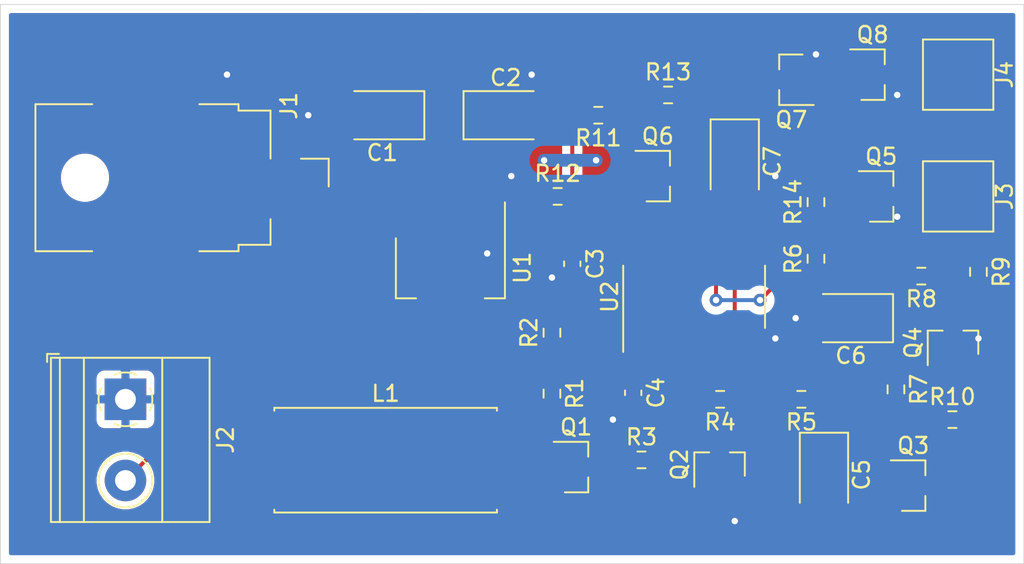
<source format=kicad_pcb>
(kicad_pcb (version 20171130) (host pcbnew "(5.1.10)-1")

  (general
    (thickness 1.6)
    (drawings 4)
    (tracks 164)
    (zones 0)
    (modules 36)
    (nets 27)
  )

  (page A4)
  (layers
    (0 F.Cu signal)
    (31 B.Cu signal)
    (32 B.Adhes user)
    (33 F.Adhes user)
    (34 B.Paste user)
    (35 F.Paste user)
    (36 B.SilkS user)
    (37 F.SilkS user)
    (38 B.Mask user)
    (39 F.Mask user)
    (40 Dwgs.User user)
    (41 Cmts.User user)
    (42 Eco1.User user)
    (43 Eco2.User user)
    (44 Edge.Cuts user)
    (45 Margin user)
    (46 B.CrtYd user)
    (47 F.CrtYd user)
    (48 B.Fab user)
    (49 F.Fab user)
  )

  (setup
    (last_trace_width 0.25)
    (trace_clearance 0.2)
    (zone_clearance 0.508)
    (zone_45_only no)
    (trace_min 0.2)
    (via_size 0.8)
    (via_drill 0.4)
    (via_min_size 0.4)
    (via_min_drill 0.3)
    (uvia_size 0.3)
    (uvia_drill 0.1)
    (uvias_allowed no)
    (uvia_min_size 0.2)
    (uvia_min_drill 0.1)
    (edge_width 0.05)
    (segment_width 0.2)
    (pcb_text_width 0.3)
    (pcb_text_size 1.5 1.5)
    (mod_edge_width 0.12)
    (mod_text_size 1 1)
    (mod_text_width 0.15)
    (pad_size 1.524 1.524)
    (pad_drill 0.762)
    (pad_to_mask_clearance 0)
    (aux_axis_origin 0 0)
    (visible_elements 7FFFFFFF)
    (pcbplotparams
      (layerselection 0x010fc_ffffffff)
      (usegerberextensions false)
      (usegerberattributes false)
      (usegerberadvancedattributes false)
      (creategerberjobfile true)
      (excludeedgelayer true)
      (linewidth 0.100000)
      (plotframeref false)
      (viasonmask false)
      (mode 1)
      (useauxorigin false)
      (hpglpennumber 1)
      (hpglpenspeed 20)
      (hpglpendiameter 15.000000)
      (psnegative false)
      (psa4output false)
      (plotreference true)
      (plotvalue false)
      (plotinvisibletext false)
      (padsonsilk false)
      (subtractmaskfromsilk false)
      (outputformat 1)
      (mirror false)
      (drillshape 0)
      (scaleselection 1)
      (outputdirectory "gerbers/"))
  )

  (net 0 "")
  (net 1 +12V)
  (net 2 GNDD)
  (net 3 +5V)
  (net 4 "Net-(C4-Pad1)")
  (net 5 "Net-(C5-Pad1)")
  (net 6 "Net-(C6-Pad1)")
  (net 7 "Net-(C7-Pad1)")
  (net 8 "Net-(J2-Pad2)")
  (net 9 "Net-(J3-Pad1)")
  (net 10 "Net-(J4-Pad1)")
  (net 11 "Net-(L1-Pad2)")
  (net 12 "Net-(Q1-Pad3)")
  (net 13 "Net-(Q1-Pad1)")
  (net 14 "Net-(Q3-Pad3)")
  (net 15 "Net-(Q3-Pad2)")
  (net 16 "Net-(Q3-Pad1)")
  (net 17 "Net-(Q4-Pad3)")
  (net 18 "Net-(Q4-Pad1)")
  (net 19 "Net-(Q5-Pad1)")
  (net 20 "Net-(Q6-Pad1)")
  (net 21 "Net-(Q7-Pad3)")
  (net 22 "Net-(Q7-Pad1)")
  (net 23 "Net-(Q8-Pad1)")
  (net 24 "Net-(R3-Pad2)")
  (net 25 "Net-(R4-Pad1)")
  (net 26 "Net-(R8-Pad1)")

  (net_class Default "This is the default net class."
    (clearance 0.2)
    (trace_width 0.25)
    (via_dia 0.8)
    (via_drill 0.4)
    (uvia_dia 0.3)
    (uvia_drill 0.1)
    (add_net +12V)
    (add_net +5V)
    (add_net GNDD)
    (add_net "Net-(C4-Pad1)")
    (add_net "Net-(C5-Pad1)")
    (add_net "Net-(C6-Pad1)")
    (add_net "Net-(C7-Pad1)")
    (add_net "Net-(J2-Pad2)")
    (add_net "Net-(J3-Pad1)")
    (add_net "Net-(J4-Pad1)")
    (add_net "Net-(L1-Pad2)")
    (add_net "Net-(Q1-Pad1)")
    (add_net "Net-(Q1-Pad3)")
    (add_net "Net-(Q3-Pad1)")
    (add_net "Net-(Q3-Pad2)")
    (add_net "Net-(Q3-Pad3)")
    (add_net "Net-(Q4-Pad1)")
    (add_net "Net-(Q4-Pad3)")
    (add_net "Net-(Q5-Pad1)")
    (add_net "Net-(Q6-Pad1)")
    (add_net "Net-(Q7-Pad1)")
    (add_net "Net-(Q7-Pad3)")
    (add_net "Net-(Q8-Pad1)")
    (add_net "Net-(R3-Pad2)")
    (add_net "Net-(R4-Pad1)")
    (add_net "Net-(R8-Pad1)")
  )

  (module Package_SO:SOIC-14_3.9x8.7mm_P1.27mm (layer F.Cu) (tedit 5D9F72B1) (tstamp 60F0DAA2)
    (at 119.38 86.295 90)
    (descr "SOIC, 14 Pin (JEDEC MS-012AB, https://www.analog.com/media/en/package-pcb-resources/package/pkg_pdf/soic_narrow-r/r_14.pdf), generated with kicad-footprint-generator ipc_gullwing_generator.py")
    (tags "SOIC SO")
    (path /60F93A6F)
    (attr smd)
    (fp_text reference U2 (at 0 -5.28 90) (layer F.SilkS)
      (effects (font (size 1 1) (thickness 0.15)))
    )
    (fp_text value 74HC7001 (at 0 5.28 90) (layer F.Fab)
      (effects (font (size 1 1) (thickness 0.15)))
    )
    (fp_line (start 3.7 -4.58) (end -3.7 -4.58) (layer F.CrtYd) (width 0.05))
    (fp_line (start 3.7 4.58) (end 3.7 -4.58) (layer F.CrtYd) (width 0.05))
    (fp_line (start -3.7 4.58) (end 3.7 4.58) (layer F.CrtYd) (width 0.05))
    (fp_line (start -3.7 -4.58) (end -3.7 4.58) (layer F.CrtYd) (width 0.05))
    (fp_line (start -1.95 -3.35) (end -0.975 -4.325) (layer F.Fab) (width 0.1))
    (fp_line (start -1.95 4.325) (end -1.95 -3.35) (layer F.Fab) (width 0.1))
    (fp_line (start 1.95 4.325) (end -1.95 4.325) (layer F.Fab) (width 0.1))
    (fp_line (start 1.95 -4.325) (end 1.95 4.325) (layer F.Fab) (width 0.1))
    (fp_line (start -0.975 -4.325) (end 1.95 -4.325) (layer F.Fab) (width 0.1))
    (fp_line (start 0 -4.435) (end -3.45 -4.435) (layer F.SilkS) (width 0.12))
    (fp_line (start 0 -4.435) (end 1.95 -4.435) (layer F.SilkS) (width 0.12))
    (fp_line (start 0 4.435) (end -1.95 4.435) (layer F.SilkS) (width 0.12))
    (fp_line (start 0 4.435) (end 1.95 4.435) (layer F.SilkS) (width 0.12))
    (fp_text user %R (at 0 0 90) (layer F.Fab)
      (effects (font (size 0.98 0.98) (thickness 0.15)))
    )
    (pad 14 smd roundrect (at 2.475 -3.81 90) (size 1.95 0.6) (layers F.Cu F.Paste F.Mask) (roundrect_rratio 0.25)
      (net 3 +5V))
    (pad 13 smd roundrect (at 2.475 -2.54 90) (size 1.95 0.6) (layers F.Cu F.Paste F.Mask) (roundrect_rratio 0.25)
      (net 7 "Net-(C7-Pad1)"))
    (pad 12 smd roundrect (at 2.475 -1.27 90) (size 1.95 0.6) (layers F.Cu F.Paste F.Mask) (roundrect_rratio 0.25)
      (net 19 "Net-(Q5-Pad1)"))
    (pad 11 smd roundrect (at 2.475 0 90) (size 1.95 0.6) (layers F.Cu F.Paste F.Mask) (roundrect_rratio 0.25)
      (net 22 "Net-(Q7-Pad1)"))
    (pad 10 smd roundrect (at 2.475 1.27 90) (size 1.95 0.6) (layers F.Cu F.Paste F.Mask) (roundrect_rratio 0.25)
      (net 6 "Net-(C6-Pad1)"))
    (pad 9 smd roundrect (at 2.475 2.54 90) (size 1.95 0.6) (layers F.Cu F.Paste F.Mask) (roundrect_rratio 0.25)
      (net 15 "Net-(Q3-Pad2)"))
    (pad 8 smd roundrect (at 2.475 3.81 90) (size 1.95 0.6) (layers F.Cu F.Paste F.Mask) (roundrect_rratio 0.25)
      (net 19 "Net-(Q5-Pad1)"))
    (pad 7 smd roundrect (at -2.475 3.81 90) (size 1.95 0.6) (layers F.Cu F.Paste F.Mask) (roundrect_rratio 0.25)
      (net 2 GNDD))
    (pad 6 smd roundrect (at -2.475 2.54 90) (size 1.95 0.6) (layers F.Cu F.Paste F.Mask) (roundrect_rratio 0.25)
      (net 15 "Net-(Q3-Pad2)"))
    (pad 5 smd roundrect (at -2.475 1.27 90) (size 1.95 0.6) (layers F.Cu F.Paste F.Mask) (roundrect_rratio 0.25)
      (net 5 "Net-(C5-Pad1)"))
    (pad 4 smd roundrect (at -2.475 0 90) (size 1.95 0.6) (layers F.Cu F.Paste F.Mask) (roundrect_rratio 0.25)
      (net 24 "Net-(R3-Pad2)"))
    (pad 3 smd roundrect (at -2.475 -1.27 90) (size 1.95 0.6) (layers F.Cu F.Paste F.Mask) (roundrect_rratio 0.25)
      (net 24 "Net-(R3-Pad2)"))
    (pad 2 smd roundrect (at -2.475 -2.54 90) (size 1.95 0.6) (layers F.Cu F.Paste F.Mask) (roundrect_rratio 0.25)
      (net 4 "Net-(C4-Pad1)"))
    (pad 1 smd roundrect (at -2.475 -3.81 90) (size 1.95 0.6) (layers F.Cu F.Paste F.Mask) (roundrect_rratio 0.25)
      (net 4 "Net-(C4-Pad1)"))
    (model ${KISYS3DMOD}/Package_SO.3dshapes/SOIC-14_3.9x8.7mm_P1.27mm.wrl
      (at (xyz 0 0 0))
      (scale (xyz 1 1 1))
      (rotate (xyz 0 0 0))
    )
  )

  (module Package_TO_SOT_SMD:SOT-223-3_TabPin2 (layer F.Cu) (tedit 5A02FF57) (tstamp 60F0DA82)
    (at 104.14 84.48 270)
    (descr "module CMS SOT223 4 pins")
    (tags "CMS SOT")
    (path /60F27AB2)
    (attr smd)
    (fp_text reference U1 (at 0 -4.5 90) (layer F.SilkS)
      (effects (font (size 1 1) (thickness 0.15)))
    )
    (fp_text value LM1117-5.0 (at 0 4.5 90) (layer F.Fab)
      (effects (font (size 1 1) (thickness 0.15)))
    )
    (fp_line (start 1.85 -3.35) (end 1.85 3.35) (layer F.Fab) (width 0.1))
    (fp_line (start -1.85 3.35) (end 1.85 3.35) (layer F.Fab) (width 0.1))
    (fp_line (start -4.1 -3.41) (end 1.91 -3.41) (layer F.SilkS) (width 0.12))
    (fp_line (start -0.85 -3.35) (end 1.85 -3.35) (layer F.Fab) (width 0.1))
    (fp_line (start -1.85 3.41) (end 1.91 3.41) (layer F.SilkS) (width 0.12))
    (fp_line (start -1.85 -2.35) (end -1.85 3.35) (layer F.Fab) (width 0.1))
    (fp_line (start -1.85 -2.35) (end -0.85 -3.35) (layer F.Fab) (width 0.1))
    (fp_line (start -4.4 -3.6) (end -4.4 3.6) (layer F.CrtYd) (width 0.05))
    (fp_line (start -4.4 3.6) (end 4.4 3.6) (layer F.CrtYd) (width 0.05))
    (fp_line (start 4.4 3.6) (end 4.4 -3.6) (layer F.CrtYd) (width 0.05))
    (fp_line (start 4.4 -3.6) (end -4.4 -3.6) (layer F.CrtYd) (width 0.05))
    (fp_line (start 1.91 -3.41) (end 1.91 -2.15) (layer F.SilkS) (width 0.12))
    (fp_line (start 1.91 3.41) (end 1.91 2.15) (layer F.SilkS) (width 0.12))
    (fp_text user %R (at 0 0) (layer F.Fab)
      (effects (font (size 0.8 0.8) (thickness 0.12)))
    )
    (pad 1 smd rect (at -3.15 -2.3 270) (size 2 1.5) (layers F.Cu F.Paste F.Mask)
      (net 2 GNDD))
    (pad 3 smd rect (at -3.15 2.3 270) (size 2 1.5) (layers F.Cu F.Paste F.Mask)
      (net 1 +12V))
    (pad 2 smd rect (at -3.15 0 270) (size 2 1.5) (layers F.Cu F.Paste F.Mask)
      (net 3 +5V))
    (pad 2 smd rect (at 3.15 0 270) (size 2 3.8) (layers F.Cu F.Paste F.Mask)
      (net 3 +5V))
    (model ${KISYS3DMOD}/Package_TO_SOT_SMD.3dshapes/SOT-223.wrl
      (at (xyz 0 0 0))
      (scale (xyz 1 1 1))
      (rotate (xyz 0 0 0))
    )
  )

  (module Resistor_SMD:R_0603_1608Metric_Pad0.98x0.95mm_HandSolder (layer F.Cu) (tedit 5F68FEEE) (tstamp 60F0DA6C)
    (at 127 80.3675 90)
    (descr "Resistor SMD 0603 (1608 Metric), square (rectangular) end terminal, IPC_7351 nominal with elongated pad for handsoldering. (Body size source: IPC-SM-782 page 72, https://www.pcb-3d.com/wordpress/wp-content/uploads/ipc-sm-782a_amendment_1_and_2.pdf), generated with kicad-footprint-generator")
    (tags "resistor handsolder")
    (path /60F3C38C)
    (attr smd)
    (fp_text reference R14 (at 0 -1.43 90) (layer F.SilkS)
      (effects (font (size 1 1) (thickness 0.15)))
    )
    (fp_text value 100k (at 0 1.43 90) (layer F.Fab)
      (effects (font (size 1 1) (thickness 0.15)))
    )
    (fp_line (start 1.65 0.73) (end -1.65 0.73) (layer F.CrtYd) (width 0.05))
    (fp_line (start 1.65 -0.73) (end 1.65 0.73) (layer F.CrtYd) (width 0.05))
    (fp_line (start -1.65 -0.73) (end 1.65 -0.73) (layer F.CrtYd) (width 0.05))
    (fp_line (start -1.65 0.73) (end -1.65 -0.73) (layer F.CrtYd) (width 0.05))
    (fp_line (start -0.254724 0.5225) (end 0.254724 0.5225) (layer F.SilkS) (width 0.12))
    (fp_line (start -0.254724 -0.5225) (end 0.254724 -0.5225) (layer F.SilkS) (width 0.12))
    (fp_line (start 0.8 0.4125) (end -0.8 0.4125) (layer F.Fab) (width 0.1))
    (fp_line (start 0.8 -0.4125) (end 0.8 0.4125) (layer F.Fab) (width 0.1))
    (fp_line (start -0.8 -0.4125) (end 0.8 -0.4125) (layer F.Fab) (width 0.1))
    (fp_line (start -0.8 0.4125) (end -0.8 -0.4125) (layer F.Fab) (width 0.1))
    (fp_text user %R (at 0 0 90) (layer F.Fab)
      (effects (font (size 0.4 0.4) (thickness 0.06)))
    )
    (pad 2 smd roundrect (at 0.9125 0 90) (size 0.975 0.95) (layers F.Cu F.Paste F.Mask) (roundrect_rratio 0.25)
      (net 22 "Net-(Q7-Pad1)"))
    (pad 1 smd roundrect (at -0.9125 0 90) (size 0.975 0.95) (layers F.Cu F.Paste F.Mask) (roundrect_rratio 0.25)
      (net 23 "Net-(Q8-Pad1)"))
    (model ${KISYS3DMOD}/Resistor_SMD.3dshapes/R_0603_1608Metric.wrl
      (at (xyz 0 0 0))
      (scale (xyz 1 1 1))
      (rotate (xyz 0 0 0))
    )
  )

  (module Resistor_SMD:R_0603_1608Metric_Pad0.98x0.95mm_HandSolder (layer F.Cu) (tedit 5F68FEEE) (tstamp 60F0DA5B)
    (at 117.7525 73.66)
    (descr "Resistor SMD 0603 (1608 Metric), square (rectangular) end terminal, IPC_7351 nominal with elongated pad for handsoldering. (Body size source: IPC-SM-782 page 72, https://www.pcb-3d.com/wordpress/wp-content/uploads/ipc-sm-782a_amendment_1_and_2.pdf), generated with kicad-footprint-generator")
    (tags "resistor handsolder")
    (path /60F3C397)
    (attr smd)
    (fp_text reference R13 (at 0 -1.43) (layer F.SilkS)
      (effects (font (size 1 1) (thickness 0.15)))
    )
    (fp_text value 20k (at 0 1.43) (layer F.Fab)
      (effects (font (size 1 1) (thickness 0.15)))
    )
    (fp_line (start 1.65 0.73) (end -1.65 0.73) (layer F.CrtYd) (width 0.05))
    (fp_line (start 1.65 -0.73) (end 1.65 0.73) (layer F.CrtYd) (width 0.05))
    (fp_line (start -1.65 -0.73) (end 1.65 -0.73) (layer F.CrtYd) (width 0.05))
    (fp_line (start -1.65 0.73) (end -1.65 -0.73) (layer F.CrtYd) (width 0.05))
    (fp_line (start -0.254724 0.5225) (end 0.254724 0.5225) (layer F.SilkS) (width 0.12))
    (fp_line (start -0.254724 -0.5225) (end 0.254724 -0.5225) (layer F.SilkS) (width 0.12))
    (fp_line (start 0.8 0.4125) (end -0.8 0.4125) (layer F.Fab) (width 0.1))
    (fp_line (start 0.8 -0.4125) (end 0.8 0.4125) (layer F.Fab) (width 0.1))
    (fp_line (start -0.8 -0.4125) (end 0.8 -0.4125) (layer F.Fab) (width 0.1))
    (fp_line (start -0.8 0.4125) (end -0.8 -0.4125) (layer F.Fab) (width 0.1))
    (fp_text user %R (at 0 0) (layer F.Fab)
      (effects (font (size 0.4 0.4) (thickness 0.06)))
    )
    (pad 2 smd roundrect (at 0.9125 0) (size 0.975 0.95) (layers F.Cu F.Paste F.Mask) (roundrect_rratio 0.25)
      (net 7 "Net-(C7-Pad1)"))
    (pad 1 smd roundrect (at -0.9125 0) (size 0.975 0.95) (layers F.Cu F.Paste F.Mask) (roundrect_rratio 0.25)
      (net 21 "Net-(Q7-Pad3)"))
    (model ${KISYS3DMOD}/Resistor_SMD.3dshapes/R_0603_1608Metric.wrl
      (at (xyz 0 0 0))
      (scale (xyz 1 1 1))
      (rotate (xyz 0 0 0))
    )
  )

  (module Resistor_SMD:R_0603_1608Metric_Pad0.98x0.95mm_HandSolder (layer F.Cu) (tedit 5F68FEEE) (tstamp 60F0DA4A)
    (at 110.8475 80.01)
    (descr "Resistor SMD 0603 (1608 Metric), square (rectangular) end terminal, IPC_7351 nominal with elongated pad for handsoldering. (Body size source: IPC-SM-782 page 72, https://www.pcb-3d.com/wordpress/wp-content/uploads/ipc-sm-782a_amendment_1_and_2.pdf), generated with kicad-footprint-generator")
    (tags "resistor handsolder")
    (path /60F162E1)
    (attr smd)
    (fp_text reference R12 (at 0 -1.43) (layer F.SilkS)
      (effects (font (size 1 1) (thickness 0.15)))
    )
    (fp_text value 4.7M (at 0 1.43) (layer F.Fab)
      (effects (font (size 1 1) (thickness 0.15)))
    )
    (fp_line (start 1.65 0.73) (end -1.65 0.73) (layer F.CrtYd) (width 0.05))
    (fp_line (start 1.65 -0.73) (end 1.65 0.73) (layer F.CrtYd) (width 0.05))
    (fp_line (start -1.65 -0.73) (end 1.65 -0.73) (layer F.CrtYd) (width 0.05))
    (fp_line (start -1.65 0.73) (end -1.65 -0.73) (layer F.CrtYd) (width 0.05))
    (fp_line (start -0.254724 0.5225) (end 0.254724 0.5225) (layer F.SilkS) (width 0.12))
    (fp_line (start -0.254724 -0.5225) (end 0.254724 -0.5225) (layer F.SilkS) (width 0.12))
    (fp_line (start 0.8 0.4125) (end -0.8 0.4125) (layer F.Fab) (width 0.1))
    (fp_line (start 0.8 -0.4125) (end 0.8 0.4125) (layer F.Fab) (width 0.1))
    (fp_line (start -0.8 -0.4125) (end 0.8 -0.4125) (layer F.Fab) (width 0.1))
    (fp_line (start -0.8 0.4125) (end -0.8 -0.4125) (layer F.Fab) (width 0.1))
    (fp_text user %R (at 0 0) (layer F.Fab)
      (effects (font (size 0.4 0.4) (thickness 0.06)))
    )
    (pad 2 smd roundrect (at 0.9125 0) (size 0.975 0.95) (layers F.Cu F.Paste F.Mask) (roundrect_rratio 0.25)
      (net 19 "Net-(Q5-Pad1)"))
    (pad 1 smd roundrect (at -0.9125 0) (size 0.975 0.95) (layers F.Cu F.Paste F.Mask) (roundrect_rratio 0.25)
      (net 2 GNDD))
    (model ${KISYS3DMOD}/Resistor_SMD.3dshapes/R_0603_1608Metric.wrl
      (at (xyz 0 0 0))
      (scale (xyz 1 1 1))
      (rotate (xyz 0 0 0))
    )
  )

  (module Resistor_SMD:R_0603_1608Metric_Pad0.98x0.95mm_HandSolder (layer F.Cu) (tedit 5F68FEEE) (tstamp 60F0DA39)
    (at 113.3875 74.93 180)
    (descr "Resistor SMD 0603 (1608 Metric), square (rectangular) end terminal, IPC_7351 nominal with elongated pad for handsoldering. (Body size source: IPC-SM-782 page 72, https://www.pcb-3d.com/wordpress/wp-content/uploads/ipc-sm-782a_amendment_1_and_2.pdf), generated with kicad-footprint-generator")
    (tags "resistor handsolder")
    (path /60F0DC95)
    (attr smd)
    (fp_text reference R11 (at 0 -1.43) (layer F.SilkS)
      (effects (font (size 1 1) (thickness 0.15)))
    )
    (fp_text value 100k (at 0 1.43) (layer F.Fab)
      (effects (font (size 1 1) (thickness 0.15)))
    )
    (fp_line (start 1.65 0.73) (end -1.65 0.73) (layer F.CrtYd) (width 0.05))
    (fp_line (start 1.65 -0.73) (end 1.65 0.73) (layer F.CrtYd) (width 0.05))
    (fp_line (start -1.65 -0.73) (end 1.65 -0.73) (layer F.CrtYd) (width 0.05))
    (fp_line (start -1.65 0.73) (end -1.65 -0.73) (layer F.CrtYd) (width 0.05))
    (fp_line (start -0.254724 0.5225) (end 0.254724 0.5225) (layer F.SilkS) (width 0.12))
    (fp_line (start -0.254724 -0.5225) (end 0.254724 -0.5225) (layer F.SilkS) (width 0.12))
    (fp_line (start 0.8 0.4125) (end -0.8 0.4125) (layer F.Fab) (width 0.1))
    (fp_line (start 0.8 -0.4125) (end 0.8 0.4125) (layer F.Fab) (width 0.1))
    (fp_line (start -0.8 -0.4125) (end 0.8 -0.4125) (layer F.Fab) (width 0.1))
    (fp_line (start -0.8 0.4125) (end -0.8 -0.4125) (layer F.Fab) (width 0.1))
    (fp_text user %R (at 0 0) (layer F.Fab)
      (effects (font (size 0.4 0.4) (thickness 0.06)))
    )
    (pad 2 smd roundrect (at 0.9125 0 180) (size 0.975 0.95) (layers F.Cu F.Paste F.Mask) (roundrect_rratio 0.25)
      (net 19 "Net-(Q5-Pad1)"))
    (pad 1 smd roundrect (at -0.9125 0 180) (size 0.975 0.95) (layers F.Cu F.Paste F.Mask) (roundrect_rratio 0.25)
      (net 20 "Net-(Q6-Pad1)"))
    (model ${KISYS3DMOD}/Resistor_SMD.3dshapes/R_0603_1608Metric.wrl
      (at (xyz 0 0 0))
      (scale (xyz 1 1 1))
      (rotate (xyz 0 0 0))
    )
  )

  (module Resistor_SMD:R_0603_1608Metric_Pad0.98x0.95mm_HandSolder (layer F.Cu) (tedit 5F68FEEE) (tstamp 60F0DA28)
    (at 135.5325 93.98)
    (descr "Resistor SMD 0603 (1608 Metric), square (rectangular) end terminal, IPC_7351 nominal with elongated pad for handsoldering. (Body size source: IPC-SM-782 page 72, https://www.pcb-3d.com/wordpress/wp-content/uploads/ipc-sm-782a_amendment_1_and_2.pdf), generated with kicad-footprint-generator")
    (tags "resistor handsolder")
    (path /61057148)
    (attr smd)
    (fp_text reference R10 (at 0 -1.43) (layer F.SilkS)
      (effects (font (size 1 1) (thickness 0.15)))
    )
    (fp_text value 100k (at 0 1.43) (layer F.Fab)
      (effects (font (size 1 1) (thickness 0.15)))
    )
    (fp_line (start 1.65 0.73) (end -1.65 0.73) (layer F.CrtYd) (width 0.05))
    (fp_line (start 1.65 -0.73) (end 1.65 0.73) (layer F.CrtYd) (width 0.05))
    (fp_line (start -1.65 -0.73) (end 1.65 -0.73) (layer F.CrtYd) (width 0.05))
    (fp_line (start -1.65 0.73) (end -1.65 -0.73) (layer F.CrtYd) (width 0.05))
    (fp_line (start -0.254724 0.5225) (end 0.254724 0.5225) (layer F.SilkS) (width 0.12))
    (fp_line (start -0.254724 -0.5225) (end 0.254724 -0.5225) (layer F.SilkS) (width 0.12))
    (fp_line (start 0.8 0.4125) (end -0.8 0.4125) (layer F.Fab) (width 0.1))
    (fp_line (start 0.8 -0.4125) (end 0.8 0.4125) (layer F.Fab) (width 0.1))
    (fp_line (start -0.8 -0.4125) (end 0.8 -0.4125) (layer F.Fab) (width 0.1))
    (fp_line (start -0.8 0.4125) (end -0.8 -0.4125) (layer F.Fab) (width 0.1))
    (fp_text user %R (at 0 0) (layer F.Fab)
      (effects (font (size 0.4 0.4) (thickness 0.06)))
    )
    (pad 2 smd roundrect (at 0.9125 0) (size 0.975 0.95) (layers F.Cu F.Paste F.Mask) (roundrect_rratio 0.25)
      (net 18 "Net-(Q4-Pad1)"))
    (pad 1 smd roundrect (at -0.9125 0) (size 0.975 0.95) (layers F.Cu F.Paste F.Mask) (roundrect_rratio 0.25)
      (net 19 "Net-(Q5-Pad1)"))
    (model ${KISYS3DMOD}/Resistor_SMD.3dshapes/R_0603_1608Metric.wrl
      (at (xyz 0 0 0))
      (scale (xyz 1 1 1))
      (rotate (xyz 0 0 0))
    )
  )

  (module Resistor_SMD:R_0603_1608Metric_Pad0.98x0.95mm_HandSolder (layer F.Cu) (tedit 5F68FEEE) (tstamp 60F0DA17)
    (at 137.16 84.7325 270)
    (descr "Resistor SMD 0603 (1608 Metric), square (rectangular) end terminal, IPC_7351 nominal with elongated pad for handsoldering. (Body size source: IPC-SM-782 page 72, https://www.pcb-3d.com/wordpress/wp-content/uploads/ipc-sm-782a_amendment_1_and_2.pdf), generated with kicad-footprint-generator")
    (tags "resistor handsolder")
    (path /610589C4)
    (attr smd)
    (fp_text reference R9 (at 0 -1.43 90) (layer F.SilkS)
      (effects (font (size 1 1) (thickness 0.15)))
    )
    (fp_text value 47k (at 0 1.43 90) (layer F.Fab)
      (effects (font (size 1 1) (thickness 0.15)))
    )
    (fp_line (start 1.65 0.73) (end -1.65 0.73) (layer F.CrtYd) (width 0.05))
    (fp_line (start 1.65 -0.73) (end 1.65 0.73) (layer F.CrtYd) (width 0.05))
    (fp_line (start -1.65 -0.73) (end 1.65 -0.73) (layer F.CrtYd) (width 0.05))
    (fp_line (start -1.65 0.73) (end -1.65 -0.73) (layer F.CrtYd) (width 0.05))
    (fp_line (start -0.254724 0.5225) (end 0.254724 0.5225) (layer F.SilkS) (width 0.12))
    (fp_line (start -0.254724 -0.5225) (end 0.254724 -0.5225) (layer F.SilkS) (width 0.12))
    (fp_line (start 0.8 0.4125) (end -0.8 0.4125) (layer F.Fab) (width 0.1))
    (fp_line (start 0.8 -0.4125) (end 0.8 0.4125) (layer F.Fab) (width 0.1))
    (fp_line (start -0.8 -0.4125) (end 0.8 -0.4125) (layer F.Fab) (width 0.1))
    (fp_line (start -0.8 0.4125) (end -0.8 -0.4125) (layer F.Fab) (width 0.1))
    (fp_text user %R (at 0 0 90) (layer F.Fab)
      (effects (font (size 0.4 0.4) (thickness 0.06)))
    )
    (pad 2 smd roundrect (at 0.9125 0 270) (size 0.975 0.95) (layers F.Cu F.Paste F.Mask) (roundrect_rratio 0.25)
      (net 17 "Net-(Q4-Pad3)"))
    (pad 1 smd roundrect (at -0.9125 0 270) (size 0.975 0.95) (layers F.Cu F.Paste F.Mask) (roundrect_rratio 0.25)
      (net 26 "Net-(R8-Pad1)"))
    (model ${KISYS3DMOD}/Resistor_SMD.3dshapes/R_0603_1608Metric.wrl
      (at (xyz 0 0 0))
      (scale (xyz 1 1 1))
      (rotate (xyz 0 0 0))
    )
  )

  (module Resistor_SMD:R_0603_1608Metric_Pad0.98x0.95mm_HandSolder (layer F.Cu) (tedit 5F68FEEE) (tstamp 60F0DA06)
    (at 133.5875 85 180)
    (descr "Resistor SMD 0603 (1608 Metric), square (rectangular) end terminal, IPC_7351 nominal with elongated pad for handsoldering. (Body size source: IPC-SM-782 page 72, https://www.pcb-3d.com/wordpress/wp-content/uploads/ipc-sm-782a_amendment_1_and_2.pdf), generated with kicad-footprint-generator")
    (tags "resistor handsolder")
    (path /610492FF)
    (attr smd)
    (fp_text reference R8 (at 0 -1.43) (layer F.SilkS)
      (effects (font (size 1 1) (thickness 0.15)))
    )
    (fp_text value 100k (at 0 1.43) (layer F.Fab)
      (effects (font (size 1 1) (thickness 0.15)))
    )
    (fp_line (start 1.65 0.73) (end -1.65 0.73) (layer F.CrtYd) (width 0.05))
    (fp_line (start 1.65 -0.73) (end 1.65 0.73) (layer F.CrtYd) (width 0.05))
    (fp_line (start -1.65 -0.73) (end 1.65 -0.73) (layer F.CrtYd) (width 0.05))
    (fp_line (start -1.65 0.73) (end -1.65 -0.73) (layer F.CrtYd) (width 0.05))
    (fp_line (start -0.254724 0.5225) (end 0.254724 0.5225) (layer F.SilkS) (width 0.12))
    (fp_line (start -0.254724 -0.5225) (end 0.254724 -0.5225) (layer F.SilkS) (width 0.12))
    (fp_line (start 0.8 0.4125) (end -0.8 0.4125) (layer F.Fab) (width 0.1))
    (fp_line (start 0.8 -0.4125) (end 0.8 0.4125) (layer F.Fab) (width 0.1))
    (fp_line (start -0.8 -0.4125) (end 0.8 -0.4125) (layer F.Fab) (width 0.1))
    (fp_line (start -0.8 0.4125) (end -0.8 -0.4125) (layer F.Fab) (width 0.1))
    (fp_text user %R (at 0 0) (layer F.Fab)
      (effects (font (size 0.4 0.4) (thickness 0.06)))
    )
    (pad 2 smd roundrect (at 0.9125 0 180) (size 0.975 0.95) (layers F.Cu F.Paste F.Mask) (roundrect_rratio 0.25)
      (net 6 "Net-(C6-Pad1)"))
    (pad 1 smd roundrect (at -0.9125 0 180) (size 0.975 0.95) (layers F.Cu F.Paste F.Mask) (roundrect_rratio 0.25)
      (net 26 "Net-(R8-Pad1)"))
    (model ${KISYS3DMOD}/Resistor_SMD.3dshapes/R_0603_1608Metric.wrl
      (at (xyz 0 0 0))
      (scale (xyz 1 1 1))
      (rotate (xyz 0 0 0))
    )
  )

  (module Resistor_SMD:R_0603_1608Metric_Pad0.98x0.95mm_HandSolder (layer F.Cu) (tedit 5F68FEEE) (tstamp 60F0D9F5)
    (at 132 92.0875 270)
    (descr "Resistor SMD 0603 (1608 Metric), square (rectangular) end terminal, IPC_7351 nominal with elongated pad for handsoldering. (Body size source: IPC-SM-782 page 72, https://www.pcb-3d.com/wordpress/wp-content/uploads/ipc-sm-782a_amendment_1_and_2.pdf), generated with kicad-footprint-generator")
    (tags "resistor handsolder")
    (path /6104E2CD)
    (attr smd)
    (fp_text reference R7 (at 0 -1.43 90) (layer F.SilkS)
      (effects (font (size 1 1) (thickness 0.15)))
    )
    (fp_text value 73k (at 0 1.43 90) (layer F.Fab)
      (effects (font (size 1 1) (thickness 0.15)))
    )
    (fp_line (start 1.65 0.73) (end -1.65 0.73) (layer F.CrtYd) (width 0.05))
    (fp_line (start 1.65 -0.73) (end 1.65 0.73) (layer F.CrtYd) (width 0.05))
    (fp_line (start -1.65 -0.73) (end 1.65 -0.73) (layer F.CrtYd) (width 0.05))
    (fp_line (start -1.65 0.73) (end -1.65 -0.73) (layer F.CrtYd) (width 0.05))
    (fp_line (start -0.254724 0.5225) (end 0.254724 0.5225) (layer F.SilkS) (width 0.12))
    (fp_line (start -0.254724 -0.5225) (end 0.254724 -0.5225) (layer F.SilkS) (width 0.12))
    (fp_line (start 0.8 0.4125) (end -0.8 0.4125) (layer F.Fab) (width 0.1))
    (fp_line (start 0.8 -0.4125) (end 0.8 0.4125) (layer F.Fab) (width 0.1))
    (fp_line (start -0.8 -0.4125) (end 0.8 -0.4125) (layer F.Fab) (width 0.1))
    (fp_line (start -0.8 0.4125) (end -0.8 -0.4125) (layer F.Fab) (width 0.1))
    (fp_text user %R (at 0 0 90) (layer F.Fab)
      (effects (font (size 0.4 0.4) (thickness 0.06)))
    )
    (pad 2 smd roundrect (at 0.9125 0 270) (size 0.975 0.95) (layers F.Cu F.Paste F.Mask) (roundrect_rratio 0.25)
      (net 14 "Net-(Q3-Pad3)"))
    (pad 1 smd roundrect (at -0.9125 0 270) (size 0.975 0.95) (layers F.Cu F.Paste F.Mask) (roundrect_rratio 0.25)
      (net 6 "Net-(C6-Pad1)"))
    (model ${KISYS3DMOD}/Resistor_SMD.3dshapes/R_0603_1608Metric.wrl
      (at (xyz 0 0 0))
      (scale (xyz 1 1 1))
      (rotate (xyz 0 0 0))
    )
  )

  (module Resistor_SMD:R_0603_1608Metric_Pad0.98x0.95mm_HandSolder (layer F.Cu) (tedit 5F68FEEE) (tstamp 60F0D9E4)
    (at 127 83.9125 90)
    (descr "Resistor SMD 0603 (1608 Metric), square (rectangular) end terminal, IPC_7351 nominal with elongated pad for handsoldering. (Body size source: IPC-SM-782 page 72, https://www.pcb-3d.com/wordpress/wp-content/uploads/ipc-sm-782a_amendment_1_and_2.pdf), generated with kicad-footprint-generator")
    (tags "resistor handsolder")
    (path /6105555A)
    (attr smd)
    (fp_text reference R6 (at 0 -1.43 90) (layer F.SilkS)
      (effects (font (size 1 1) (thickness 0.15)))
    )
    (fp_text value 100k (at 0 1.43 90) (layer F.Fab)
      (effects (font (size 1 1) (thickness 0.15)))
    )
    (fp_line (start 1.65 0.73) (end -1.65 0.73) (layer F.CrtYd) (width 0.05))
    (fp_line (start 1.65 -0.73) (end 1.65 0.73) (layer F.CrtYd) (width 0.05))
    (fp_line (start -1.65 -0.73) (end 1.65 -0.73) (layer F.CrtYd) (width 0.05))
    (fp_line (start -1.65 0.73) (end -1.65 -0.73) (layer F.CrtYd) (width 0.05))
    (fp_line (start -0.254724 0.5225) (end 0.254724 0.5225) (layer F.SilkS) (width 0.12))
    (fp_line (start -0.254724 -0.5225) (end 0.254724 -0.5225) (layer F.SilkS) (width 0.12))
    (fp_line (start 0.8 0.4125) (end -0.8 0.4125) (layer F.Fab) (width 0.1))
    (fp_line (start 0.8 -0.4125) (end 0.8 0.4125) (layer F.Fab) (width 0.1))
    (fp_line (start -0.8 -0.4125) (end 0.8 -0.4125) (layer F.Fab) (width 0.1))
    (fp_line (start -0.8 0.4125) (end -0.8 -0.4125) (layer F.Fab) (width 0.1))
    (fp_text user %R (at 0 0 90) (layer F.Fab)
      (effects (font (size 0.4 0.4) (thickness 0.06)))
    )
    (pad 2 smd roundrect (at 0.9125 0 90) (size 0.975 0.95) (layers F.Cu F.Paste F.Mask) (roundrect_rratio 0.25)
      (net 19 "Net-(Q5-Pad1)"))
    (pad 1 smd roundrect (at -0.9125 0 90) (size 0.975 0.95) (layers F.Cu F.Paste F.Mask) (roundrect_rratio 0.25)
      (net 16 "Net-(Q3-Pad1)"))
    (model ${KISYS3DMOD}/Resistor_SMD.3dshapes/R_0603_1608Metric.wrl
      (at (xyz 0 0 0))
      (scale (xyz 1 1 1))
      (rotate (xyz 0 0 0))
    )
  )

  (module Resistor_SMD:R_0603_1608Metric_Pad0.98x0.95mm_HandSolder (layer F.Cu) (tedit 5F68FEEE) (tstamp 60F0D9D3)
    (at 126.0875 92.71 180)
    (descr "Resistor SMD 0603 (1608 Metric), square (rectangular) end terminal, IPC_7351 nominal with elongated pad for handsoldering. (Body size source: IPC-SM-782 page 72, https://www.pcb-3d.com/wordpress/wp-content/uploads/ipc-sm-782a_amendment_1_and_2.pdf), generated with kicad-footprint-generator")
    (tags "resistor handsolder")
    (path /60FD9A09)
    (attr smd)
    (fp_text reference R5 (at 0 -1.43) (layer F.SilkS)
      (effects (font (size 1 1) (thickness 0.15)))
    )
    (fp_text value 100k (at 0 1.43) (layer F.Fab)
      (effects (font (size 1 1) (thickness 0.15)))
    )
    (fp_line (start 1.65 0.73) (end -1.65 0.73) (layer F.CrtYd) (width 0.05))
    (fp_line (start 1.65 -0.73) (end 1.65 0.73) (layer F.CrtYd) (width 0.05))
    (fp_line (start -1.65 -0.73) (end 1.65 -0.73) (layer F.CrtYd) (width 0.05))
    (fp_line (start -1.65 0.73) (end -1.65 -0.73) (layer F.CrtYd) (width 0.05))
    (fp_line (start -0.254724 0.5225) (end 0.254724 0.5225) (layer F.SilkS) (width 0.12))
    (fp_line (start -0.254724 -0.5225) (end 0.254724 -0.5225) (layer F.SilkS) (width 0.12))
    (fp_line (start 0.8 0.4125) (end -0.8 0.4125) (layer F.Fab) (width 0.1))
    (fp_line (start 0.8 -0.4125) (end 0.8 0.4125) (layer F.Fab) (width 0.1))
    (fp_line (start -0.8 -0.4125) (end 0.8 -0.4125) (layer F.Fab) (width 0.1))
    (fp_line (start -0.8 0.4125) (end -0.8 -0.4125) (layer F.Fab) (width 0.1))
    (fp_text user %R (at 0 0) (layer F.Fab)
      (effects (font (size 0.4 0.4) (thickness 0.06)))
    )
    (pad 2 smd roundrect (at 0.9125 0 180) (size 0.975 0.95) (layers F.Cu F.Paste F.Mask) (roundrect_rratio 0.25)
      (net 25 "Net-(R4-Pad1)"))
    (pad 1 smd roundrect (at -0.9125 0 180) (size 0.975 0.95) (layers F.Cu F.Paste F.Mask) (roundrect_rratio 0.25)
      (net 5 "Net-(C5-Pad1)"))
    (model ${KISYS3DMOD}/Resistor_SMD.3dshapes/R_0603_1608Metric.wrl
      (at (xyz 0 0 0))
      (scale (xyz 1 1 1))
      (rotate (xyz 0 0 0))
    )
  )

  (module Resistor_SMD:R_0603_1608Metric_Pad0.98x0.95mm_HandSolder (layer F.Cu) (tedit 5F68FEEE) (tstamp 60F0D9C2)
    (at 121.0075 92.71 180)
    (descr "Resistor SMD 0603 (1608 Metric), square (rectangular) end terminal, IPC_7351 nominal with elongated pad for handsoldering. (Body size source: IPC-SM-782 page 72, https://www.pcb-3d.com/wordpress/wp-content/uploads/ipc-sm-782a_amendment_1_and_2.pdf), generated with kicad-footprint-generator")
    (tags "resistor handsolder")
    (path /60FD92DA)
    (attr smd)
    (fp_text reference R4 (at 0 -1.43) (layer F.SilkS)
      (effects (font (size 1 1) (thickness 0.15)))
    )
    (fp_text value 100k (at 0 1.43) (layer F.Fab)
      (effects (font (size 1 1) (thickness 0.15)))
    )
    (fp_line (start 1.65 0.73) (end -1.65 0.73) (layer F.CrtYd) (width 0.05))
    (fp_line (start 1.65 -0.73) (end 1.65 0.73) (layer F.CrtYd) (width 0.05))
    (fp_line (start -1.65 -0.73) (end 1.65 -0.73) (layer F.CrtYd) (width 0.05))
    (fp_line (start -1.65 0.73) (end -1.65 -0.73) (layer F.CrtYd) (width 0.05))
    (fp_line (start -0.254724 0.5225) (end 0.254724 0.5225) (layer F.SilkS) (width 0.12))
    (fp_line (start -0.254724 -0.5225) (end 0.254724 -0.5225) (layer F.SilkS) (width 0.12))
    (fp_line (start 0.8 0.4125) (end -0.8 0.4125) (layer F.Fab) (width 0.1))
    (fp_line (start 0.8 -0.4125) (end 0.8 0.4125) (layer F.Fab) (width 0.1))
    (fp_line (start -0.8 -0.4125) (end 0.8 -0.4125) (layer F.Fab) (width 0.1))
    (fp_line (start -0.8 0.4125) (end -0.8 -0.4125) (layer F.Fab) (width 0.1))
    (fp_text user %R (at 0 0) (layer F.Fab)
      (effects (font (size 0.4 0.4) (thickness 0.06)))
    )
    (pad 2 smd roundrect (at 0.9125 0 180) (size 0.975 0.95) (layers F.Cu F.Paste F.Mask) (roundrect_rratio 0.25)
      (net 24 "Net-(R3-Pad2)"))
    (pad 1 smd roundrect (at -0.9125 0 180) (size 0.975 0.95) (layers F.Cu F.Paste F.Mask) (roundrect_rratio 0.25)
      (net 25 "Net-(R4-Pad1)"))
    (model ${KISYS3DMOD}/Resistor_SMD.3dshapes/R_0603_1608Metric.wrl
      (at (xyz 0 0 0))
      (scale (xyz 1 1 1))
      (rotate (xyz 0 0 0))
    )
  )

  (module Resistor_SMD:R_0603_1608Metric_Pad0.98x0.95mm_HandSolder (layer F.Cu) (tedit 5F68FEEE) (tstamp 60F0D9B1)
    (at 116.0875 96.5)
    (descr "Resistor SMD 0603 (1608 Metric), square (rectangular) end terminal, IPC_7351 nominal with elongated pad for handsoldering. (Body size source: IPC-SM-782 page 72, https://www.pcb-3d.com/wordpress/wp-content/uploads/ipc-sm-782a_amendment_1_and_2.pdf), generated with kicad-footprint-generator")
    (tags "resistor handsolder")
    (path /60FCE0F8)
    (attr smd)
    (fp_text reference R3 (at 0 -1.43) (layer F.SilkS)
      (effects (font (size 1 1) (thickness 0.15)))
    )
    (fp_text value 470k (at 0 1.43) (layer F.Fab)
      (effects (font (size 1 1) (thickness 0.15)))
    )
    (fp_line (start 1.65 0.73) (end -1.65 0.73) (layer F.CrtYd) (width 0.05))
    (fp_line (start 1.65 -0.73) (end 1.65 0.73) (layer F.CrtYd) (width 0.05))
    (fp_line (start -1.65 -0.73) (end 1.65 -0.73) (layer F.CrtYd) (width 0.05))
    (fp_line (start -1.65 0.73) (end -1.65 -0.73) (layer F.CrtYd) (width 0.05))
    (fp_line (start -0.254724 0.5225) (end 0.254724 0.5225) (layer F.SilkS) (width 0.12))
    (fp_line (start -0.254724 -0.5225) (end 0.254724 -0.5225) (layer F.SilkS) (width 0.12))
    (fp_line (start 0.8 0.4125) (end -0.8 0.4125) (layer F.Fab) (width 0.1))
    (fp_line (start 0.8 -0.4125) (end 0.8 0.4125) (layer F.Fab) (width 0.1))
    (fp_line (start -0.8 -0.4125) (end 0.8 -0.4125) (layer F.Fab) (width 0.1))
    (fp_line (start -0.8 0.4125) (end -0.8 -0.4125) (layer F.Fab) (width 0.1))
    (fp_text user %R (at 0 0) (layer F.Fab)
      (effects (font (size 0.4 0.4) (thickness 0.06)))
    )
    (pad 2 smd roundrect (at 0.9125 0) (size 0.975 0.95) (layers F.Cu F.Paste F.Mask) (roundrect_rratio 0.25)
      (net 24 "Net-(R3-Pad2)"))
    (pad 1 smd roundrect (at -0.9125 0) (size 0.975 0.95) (layers F.Cu F.Paste F.Mask) (roundrect_rratio 0.25)
      (net 13 "Net-(Q1-Pad1)"))
    (model ${KISYS3DMOD}/Resistor_SMD.3dshapes/R_0603_1608Metric.wrl
      (at (xyz 0 0 0))
      (scale (xyz 1 1 1))
      (rotate (xyz 0 0 0))
    )
  )

  (module Resistor_SMD:R_0603_1608Metric_Pad0.98x0.95mm_HandSolder (layer F.Cu) (tedit 5F68FEEE) (tstamp 60F0D9A0)
    (at 110.49 88.5425 90)
    (descr "Resistor SMD 0603 (1608 Metric), square (rectangular) end terminal, IPC_7351 nominal with elongated pad for handsoldering. (Body size source: IPC-SM-782 page 72, https://www.pcb-3d.com/wordpress/wp-content/uploads/ipc-sm-782a_amendment_1_and_2.pdf), generated with kicad-footprint-generator")
    (tags "resistor handsolder")
    (path /60FD80BE)
    (attr smd)
    (fp_text reference R2 (at 0 -1.43 90) (layer F.SilkS)
      (effects (font (size 1 1) (thickness 0.15)))
    )
    (fp_text value 47k (at 0 1.43 90) (layer F.Fab)
      (effects (font (size 1 1) (thickness 0.15)))
    )
    (fp_line (start 1.65 0.73) (end -1.65 0.73) (layer F.CrtYd) (width 0.05))
    (fp_line (start 1.65 -0.73) (end 1.65 0.73) (layer F.CrtYd) (width 0.05))
    (fp_line (start -1.65 -0.73) (end 1.65 -0.73) (layer F.CrtYd) (width 0.05))
    (fp_line (start -1.65 0.73) (end -1.65 -0.73) (layer F.CrtYd) (width 0.05))
    (fp_line (start -0.254724 0.5225) (end 0.254724 0.5225) (layer F.SilkS) (width 0.12))
    (fp_line (start -0.254724 -0.5225) (end 0.254724 -0.5225) (layer F.SilkS) (width 0.12))
    (fp_line (start 0.8 0.4125) (end -0.8 0.4125) (layer F.Fab) (width 0.1))
    (fp_line (start 0.8 -0.4125) (end 0.8 0.4125) (layer F.Fab) (width 0.1))
    (fp_line (start -0.8 -0.4125) (end 0.8 -0.4125) (layer F.Fab) (width 0.1))
    (fp_line (start -0.8 0.4125) (end -0.8 -0.4125) (layer F.Fab) (width 0.1))
    (fp_text user %R (at 0 0 90) (layer F.Fab)
      (effects (font (size 0.4 0.4) (thickness 0.06)))
    )
    (pad 2 smd roundrect (at 0.9125 0 90) (size 0.975 0.95) (layers F.Cu F.Paste F.Mask) (roundrect_rratio 0.25)
      (net 3 +5V))
    (pad 1 smd roundrect (at -0.9125 0 90) (size 0.975 0.95) (layers F.Cu F.Paste F.Mask) (roundrect_rratio 0.25)
      (net 4 "Net-(C4-Pad1)"))
    (model ${KISYS3DMOD}/Resistor_SMD.3dshapes/R_0603_1608Metric.wrl
      (at (xyz 0 0 0))
      (scale (xyz 1 1 1))
      (rotate (xyz 0 0 0))
    )
  )

  (module Resistor_SMD:R_0603_1608Metric_Pad0.98x0.95mm_HandSolder (layer F.Cu) (tedit 5F68FEEE) (tstamp 60F0D98F)
    (at 110.49 92.3525 270)
    (descr "Resistor SMD 0603 (1608 Metric), square (rectangular) end terminal, IPC_7351 nominal with elongated pad for handsoldering. (Body size source: IPC-SM-782 page 72, https://www.pcb-3d.com/wordpress/wp-content/uploads/ipc-sm-782a_amendment_1_and_2.pdf), generated with kicad-footprint-generator")
    (tags "resistor handsolder")
    (path /60FB19E0)
    (attr smd)
    (fp_text reference R1 (at 0 -1.43 90) (layer F.SilkS)
      (effects (font (size 1 1) (thickness 0.15)))
    )
    (fp_text value 1k (at 0 1.43 90) (layer F.Fab)
      (effects (font (size 1 1) (thickness 0.15)))
    )
    (fp_line (start 1.65 0.73) (end -1.65 0.73) (layer F.CrtYd) (width 0.05))
    (fp_line (start 1.65 -0.73) (end 1.65 0.73) (layer F.CrtYd) (width 0.05))
    (fp_line (start -1.65 -0.73) (end 1.65 -0.73) (layer F.CrtYd) (width 0.05))
    (fp_line (start -1.65 0.73) (end -1.65 -0.73) (layer F.CrtYd) (width 0.05))
    (fp_line (start -0.254724 0.5225) (end 0.254724 0.5225) (layer F.SilkS) (width 0.12))
    (fp_line (start -0.254724 -0.5225) (end 0.254724 -0.5225) (layer F.SilkS) (width 0.12))
    (fp_line (start 0.8 0.4125) (end -0.8 0.4125) (layer F.Fab) (width 0.1))
    (fp_line (start 0.8 -0.4125) (end 0.8 0.4125) (layer F.Fab) (width 0.1))
    (fp_line (start -0.8 -0.4125) (end 0.8 -0.4125) (layer F.Fab) (width 0.1))
    (fp_line (start -0.8 0.4125) (end -0.8 -0.4125) (layer F.Fab) (width 0.1))
    (fp_text user %R (at 0 0 90) (layer F.Fab)
      (effects (font (size 0.4 0.4) (thickness 0.06)))
    )
    (pad 2 smd roundrect (at 0.9125 0 270) (size 0.975 0.95) (layers F.Cu F.Paste F.Mask) (roundrect_rratio 0.25)
      (net 11 "Net-(L1-Pad2)"))
    (pad 1 smd roundrect (at -0.9125 0 270) (size 0.975 0.95) (layers F.Cu F.Paste F.Mask) (roundrect_rratio 0.25)
      (net 4 "Net-(C4-Pad1)"))
    (model ${KISYS3DMOD}/Resistor_SMD.3dshapes/R_0603_1608Metric.wrl
      (at (xyz 0 0 0))
      (scale (xyz 1 1 1))
      (rotate (xyz 0 0 0))
    )
  )

  (module Package_TO_SOT_SMD:SOT-23 (layer F.Cu) (tedit 5A02FF57) (tstamp 60F0D97E)
    (at 130.54 72.39)
    (descr "SOT-23, Standard")
    (tags SOT-23)
    (path /60F3C3A6)
    (attr smd)
    (fp_text reference Q8 (at 0 -2.5) (layer F.SilkS)
      (effects (font (size 1 1) (thickness 0.15)))
    )
    (fp_text value BSS138 (at 0 2.5) (layer F.Fab)
      (effects (font (size 1 1) (thickness 0.15)))
    )
    (fp_line (start 0.76 1.58) (end -0.7 1.58) (layer F.SilkS) (width 0.12))
    (fp_line (start 0.76 -1.58) (end -1.4 -1.58) (layer F.SilkS) (width 0.12))
    (fp_line (start -1.7 1.75) (end -1.7 -1.75) (layer F.CrtYd) (width 0.05))
    (fp_line (start 1.7 1.75) (end -1.7 1.75) (layer F.CrtYd) (width 0.05))
    (fp_line (start 1.7 -1.75) (end 1.7 1.75) (layer F.CrtYd) (width 0.05))
    (fp_line (start -1.7 -1.75) (end 1.7 -1.75) (layer F.CrtYd) (width 0.05))
    (fp_line (start 0.76 -1.58) (end 0.76 -0.65) (layer F.SilkS) (width 0.12))
    (fp_line (start 0.76 1.58) (end 0.76 0.65) (layer F.SilkS) (width 0.12))
    (fp_line (start -0.7 1.52) (end 0.7 1.52) (layer F.Fab) (width 0.1))
    (fp_line (start 0.7 -1.52) (end 0.7 1.52) (layer F.Fab) (width 0.1))
    (fp_line (start -0.7 -0.95) (end -0.15 -1.52) (layer F.Fab) (width 0.1))
    (fp_line (start -0.15 -1.52) (end 0.7 -1.52) (layer F.Fab) (width 0.1))
    (fp_line (start -0.7 -0.95) (end -0.7 1.5) (layer F.Fab) (width 0.1))
    (fp_text user %R (at 0 0 90) (layer F.Fab)
      (effects (font (size 0.5 0.5) (thickness 0.075)))
    )
    (pad 3 smd rect (at 1 0) (size 0.9 0.8) (layers F.Cu F.Paste F.Mask)
      (net 10 "Net-(J4-Pad1)"))
    (pad 2 smd rect (at -1 0.95) (size 0.9 0.8) (layers F.Cu F.Paste F.Mask)
      (net 2 GNDD))
    (pad 1 smd rect (at -1 -0.95) (size 0.9 0.8) (layers F.Cu F.Paste F.Mask)
      (net 23 "Net-(Q8-Pad1)"))
    (model ${KISYS3DMOD}/Package_TO_SOT_SMD.3dshapes/SOT-23.wrl
      (at (xyz 0 0 0))
      (scale (xyz 1 1 1))
      (rotate (xyz 0 0 0))
    )
  )

  (module Package_TO_SOT_SMD:SOT-23 (layer F.Cu) (tedit 5A02FF57) (tstamp 60F0D969)
    (at 125.46 72.71 180)
    (descr "SOT-23, Standard")
    (tags SOT-23)
    (path /60F3C381)
    (attr smd)
    (fp_text reference Q7 (at 0 -2.5) (layer F.SilkS)
      (effects (font (size 1 1) (thickness 0.15)))
    )
    (fp_text value MMBT3904 (at 0 2.5) (layer F.Fab)
      (effects (font (size 1 1) (thickness 0.15)))
    )
    (fp_line (start 0.76 1.58) (end -0.7 1.58) (layer F.SilkS) (width 0.12))
    (fp_line (start 0.76 -1.58) (end -1.4 -1.58) (layer F.SilkS) (width 0.12))
    (fp_line (start -1.7 1.75) (end -1.7 -1.75) (layer F.CrtYd) (width 0.05))
    (fp_line (start 1.7 1.75) (end -1.7 1.75) (layer F.CrtYd) (width 0.05))
    (fp_line (start 1.7 -1.75) (end 1.7 1.75) (layer F.CrtYd) (width 0.05))
    (fp_line (start -1.7 -1.75) (end 1.7 -1.75) (layer F.CrtYd) (width 0.05))
    (fp_line (start 0.76 -1.58) (end 0.76 -0.65) (layer F.SilkS) (width 0.12))
    (fp_line (start 0.76 1.58) (end 0.76 0.65) (layer F.SilkS) (width 0.12))
    (fp_line (start -0.7 1.52) (end 0.7 1.52) (layer F.Fab) (width 0.1))
    (fp_line (start 0.7 -1.52) (end 0.7 1.52) (layer F.Fab) (width 0.1))
    (fp_line (start -0.7 -0.95) (end -0.15 -1.52) (layer F.Fab) (width 0.1))
    (fp_line (start -0.15 -1.52) (end 0.7 -1.52) (layer F.Fab) (width 0.1))
    (fp_line (start -0.7 -0.95) (end -0.7 1.5) (layer F.Fab) (width 0.1))
    (fp_text user %R (at 0 0 90) (layer F.Fab)
      (effects (font (size 0.5 0.5) (thickness 0.075)))
    )
    (pad 3 smd rect (at 1 0 180) (size 0.9 0.8) (layers F.Cu F.Paste F.Mask)
      (net 21 "Net-(Q7-Pad3)"))
    (pad 2 smd rect (at -1 0.95 180) (size 0.9 0.8) (layers F.Cu F.Paste F.Mask)
      (net 2 GNDD))
    (pad 1 smd rect (at -1 -0.95 180) (size 0.9 0.8) (layers F.Cu F.Paste F.Mask)
      (net 22 "Net-(Q7-Pad1)"))
    (model ${KISYS3DMOD}/Package_TO_SOT_SMD.3dshapes/SOT-23.wrl
      (at (xyz 0 0 0))
      (scale (xyz 1 1 1))
      (rotate (xyz 0 0 0))
    )
  )

  (module Package_TO_SOT_SMD:SOT-23 (layer F.Cu) (tedit 5A02FF57) (tstamp 60F0D954)
    (at 117.11 78.74)
    (descr "SOT-23, Standard")
    (tags SOT-23)
    (path /60F0E527)
    (attr smd)
    (fp_text reference Q6 (at 0 -2.5) (layer F.SilkS)
      (effects (font (size 1 1) (thickness 0.15)))
    )
    (fp_text value MMBT3906 (at 0 2.5) (layer F.Fab)
      (effects (font (size 1 1) (thickness 0.15)))
    )
    (fp_line (start 0.76 1.58) (end -0.7 1.58) (layer F.SilkS) (width 0.12))
    (fp_line (start 0.76 -1.58) (end -1.4 -1.58) (layer F.SilkS) (width 0.12))
    (fp_line (start -1.7 1.75) (end -1.7 -1.75) (layer F.CrtYd) (width 0.05))
    (fp_line (start 1.7 1.75) (end -1.7 1.75) (layer F.CrtYd) (width 0.05))
    (fp_line (start 1.7 -1.75) (end 1.7 1.75) (layer F.CrtYd) (width 0.05))
    (fp_line (start -1.7 -1.75) (end 1.7 -1.75) (layer F.CrtYd) (width 0.05))
    (fp_line (start 0.76 -1.58) (end 0.76 -0.65) (layer F.SilkS) (width 0.12))
    (fp_line (start 0.76 1.58) (end 0.76 0.65) (layer F.SilkS) (width 0.12))
    (fp_line (start -0.7 1.52) (end 0.7 1.52) (layer F.Fab) (width 0.1))
    (fp_line (start 0.7 -1.52) (end 0.7 1.52) (layer F.Fab) (width 0.1))
    (fp_line (start -0.7 -0.95) (end -0.15 -1.52) (layer F.Fab) (width 0.1))
    (fp_line (start -0.15 -1.52) (end 0.7 -1.52) (layer F.Fab) (width 0.1))
    (fp_line (start -0.7 -0.95) (end -0.7 1.5) (layer F.Fab) (width 0.1))
    (fp_text user %R (at 0 0 90) (layer F.Fab)
      (effects (font (size 0.5 0.5) (thickness 0.075)))
    )
    (pad 3 smd rect (at 1 0) (size 0.9 0.8) (layers F.Cu F.Paste F.Mask)
      (net 7 "Net-(C7-Pad1)"))
    (pad 2 smd rect (at -1 0.95) (size 0.9 0.8) (layers F.Cu F.Paste F.Mask)
      (net 3 +5V))
    (pad 1 smd rect (at -1 -0.95) (size 0.9 0.8) (layers F.Cu F.Paste F.Mask)
      (net 20 "Net-(Q6-Pad1)"))
    (model ${KISYS3DMOD}/Package_TO_SOT_SMD.3dshapes/SOT-23.wrl
      (at (xyz 0 0 0))
      (scale (xyz 1 1 1))
      (rotate (xyz 0 0 0))
    )
  )

  (module Package_TO_SOT_SMD:SOT-23 (layer F.Cu) (tedit 5A02FF57) (tstamp 60F0D93F)
    (at 131.08 80.01)
    (descr "SOT-23, Standard")
    (tags SOT-23)
    (path /60F0A16A)
    (attr smd)
    (fp_text reference Q5 (at 0 -2.5) (layer F.SilkS)
      (effects (font (size 1 1) (thickness 0.15)))
    )
    (fp_text value BSS138 (at 0 2.5) (layer F.Fab)
      (effects (font (size 1 1) (thickness 0.15)))
    )
    (fp_line (start 0.76 1.58) (end -0.7 1.58) (layer F.SilkS) (width 0.12))
    (fp_line (start 0.76 -1.58) (end -1.4 -1.58) (layer F.SilkS) (width 0.12))
    (fp_line (start -1.7 1.75) (end -1.7 -1.75) (layer F.CrtYd) (width 0.05))
    (fp_line (start 1.7 1.75) (end -1.7 1.75) (layer F.CrtYd) (width 0.05))
    (fp_line (start 1.7 -1.75) (end 1.7 1.75) (layer F.CrtYd) (width 0.05))
    (fp_line (start -1.7 -1.75) (end 1.7 -1.75) (layer F.CrtYd) (width 0.05))
    (fp_line (start 0.76 -1.58) (end 0.76 -0.65) (layer F.SilkS) (width 0.12))
    (fp_line (start 0.76 1.58) (end 0.76 0.65) (layer F.SilkS) (width 0.12))
    (fp_line (start -0.7 1.52) (end 0.7 1.52) (layer F.Fab) (width 0.1))
    (fp_line (start 0.7 -1.52) (end 0.7 1.52) (layer F.Fab) (width 0.1))
    (fp_line (start -0.7 -0.95) (end -0.15 -1.52) (layer F.Fab) (width 0.1))
    (fp_line (start -0.15 -1.52) (end 0.7 -1.52) (layer F.Fab) (width 0.1))
    (fp_line (start -0.7 -0.95) (end -0.7 1.5) (layer F.Fab) (width 0.1))
    (fp_text user %R (at 0 0 90) (layer F.Fab)
      (effects (font (size 0.5 0.5) (thickness 0.075)))
    )
    (pad 3 smd rect (at 1 0) (size 0.9 0.8) (layers F.Cu F.Paste F.Mask)
      (net 9 "Net-(J3-Pad1)"))
    (pad 2 smd rect (at -1 0.95) (size 0.9 0.8) (layers F.Cu F.Paste F.Mask)
      (net 2 GNDD))
    (pad 1 smd rect (at -1 -0.95) (size 0.9 0.8) (layers F.Cu F.Paste F.Mask)
      (net 19 "Net-(Q5-Pad1)"))
    (model ${KISYS3DMOD}/Package_TO_SOT_SMD.3dshapes/SOT-23.wrl
      (at (xyz 0 0 0))
      (scale (xyz 1 1 1))
      (rotate (xyz 0 0 0))
    )
  )

  (module Package_TO_SOT_SMD:SOT-23 (layer F.Cu) (tedit 5A02FF57) (tstamp 60F0D92A)
    (at 135.57 89.17 90)
    (descr "SOT-23, Standard")
    (tags SOT-23)
    (path /61043924)
    (attr smd)
    (fp_text reference Q4 (at 0 -2.5 90) (layer F.SilkS)
      (effects (font (size 1 1) (thickness 0.15)))
    )
    (fp_text value MMBT3904 (at 0 2.5 90) (layer F.Fab)
      (effects (font (size 1 1) (thickness 0.15)))
    )
    (fp_line (start 0.76 1.58) (end -0.7 1.58) (layer F.SilkS) (width 0.12))
    (fp_line (start 0.76 -1.58) (end -1.4 -1.58) (layer F.SilkS) (width 0.12))
    (fp_line (start -1.7 1.75) (end -1.7 -1.75) (layer F.CrtYd) (width 0.05))
    (fp_line (start 1.7 1.75) (end -1.7 1.75) (layer F.CrtYd) (width 0.05))
    (fp_line (start 1.7 -1.75) (end 1.7 1.75) (layer F.CrtYd) (width 0.05))
    (fp_line (start -1.7 -1.75) (end 1.7 -1.75) (layer F.CrtYd) (width 0.05))
    (fp_line (start 0.76 -1.58) (end 0.76 -0.65) (layer F.SilkS) (width 0.12))
    (fp_line (start 0.76 1.58) (end 0.76 0.65) (layer F.SilkS) (width 0.12))
    (fp_line (start -0.7 1.52) (end 0.7 1.52) (layer F.Fab) (width 0.1))
    (fp_line (start 0.7 -1.52) (end 0.7 1.52) (layer F.Fab) (width 0.1))
    (fp_line (start -0.7 -0.95) (end -0.15 -1.52) (layer F.Fab) (width 0.1))
    (fp_line (start -0.15 -1.52) (end 0.7 -1.52) (layer F.Fab) (width 0.1))
    (fp_line (start -0.7 -0.95) (end -0.7 1.5) (layer F.Fab) (width 0.1))
    (fp_text user %R (at 0 0) (layer F.Fab)
      (effects (font (size 0.5 0.5) (thickness 0.075)))
    )
    (pad 3 smd rect (at 1 0 90) (size 0.9 0.8) (layers F.Cu F.Paste F.Mask)
      (net 17 "Net-(Q4-Pad3)"))
    (pad 2 smd rect (at -1 0.95 90) (size 0.9 0.8) (layers F.Cu F.Paste F.Mask)
      (net 2 GNDD))
    (pad 1 smd rect (at -1 -0.95 90) (size 0.9 0.8) (layers F.Cu F.Paste F.Mask)
      (net 18 "Net-(Q4-Pad1)"))
    (model ${KISYS3DMOD}/Package_TO_SOT_SMD.3dshapes/SOT-23.wrl
      (at (xyz 0 0 0))
      (scale (xyz 1 1 1))
      (rotate (xyz 0 0 0))
    )
  )

  (module Package_TO_SOT_SMD:SOT-23 (layer F.Cu) (tedit 5A02FF57) (tstamp 60F0D915)
    (at 133.08 98.11)
    (descr "SOT-23, Standard")
    (tags SOT-23)
    (path /61050903)
    (attr smd)
    (fp_text reference Q3 (at 0 -2.5) (layer F.SilkS)
      (effects (font (size 1 1) (thickness 0.15)))
    )
    (fp_text value MMBT3906 (at 0 2.5) (layer F.Fab)
      (effects (font (size 1 1) (thickness 0.15)))
    )
    (fp_line (start 0.76 1.58) (end -0.7 1.58) (layer F.SilkS) (width 0.12))
    (fp_line (start 0.76 -1.58) (end -1.4 -1.58) (layer F.SilkS) (width 0.12))
    (fp_line (start -1.7 1.75) (end -1.7 -1.75) (layer F.CrtYd) (width 0.05))
    (fp_line (start 1.7 1.75) (end -1.7 1.75) (layer F.CrtYd) (width 0.05))
    (fp_line (start 1.7 -1.75) (end 1.7 1.75) (layer F.CrtYd) (width 0.05))
    (fp_line (start -1.7 -1.75) (end 1.7 -1.75) (layer F.CrtYd) (width 0.05))
    (fp_line (start 0.76 -1.58) (end 0.76 -0.65) (layer F.SilkS) (width 0.12))
    (fp_line (start 0.76 1.58) (end 0.76 0.65) (layer F.SilkS) (width 0.12))
    (fp_line (start -0.7 1.52) (end 0.7 1.52) (layer F.Fab) (width 0.1))
    (fp_line (start 0.7 -1.52) (end 0.7 1.52) (layer F.Fab) (width 0.1))
    (fp_line (start -0.7 -0.95) (end -0.15 -1.52) (layer F.Fab) (width 0.1))
    (fp_line (start -0.15 -1.52) (end 0.7 -1.52) (layer F.Fab) (width 0.1))
    (fp_line (start -0.7 -0.95) (end -0.7 1.5) (layer F.Fab) (width 0.1))
    (fp_text user %R (at 0 0 90) (layer F.Fab)
      (effects (font (size 0.5 0.5) (thickness 0.075)))
    )
    (pad 3 smd rect (at 1 0) (size 0.9 0.8) (layers F.Cu F.Paste F.Mask)
      (net 14 "Net-(Q3-Pad3)"))
    (pad 2 smd rect (at -1 0.95) (size 0.9 0.8) (layers F.Cu F.Paste F.Mask)
      (net 15 "Net-(Q3-Pad2)"))
    (pad 1 smd rect (at -1 -0.95) (size 0.9 0.8) (layers F.Cu F.Paste F.Mask)
      (net 16 "Net-(Q3-Pad1)"))
    (model ${KISYS3DMOD}/Package_TO_SOT_SMD.3dshapes/SOT-23.wrl
      (at (xyz 0 0 0))
      (scale (xyz 1 1 1))
      (rotate (xyz 0 0 0))
    )
  )

  (module Package_TO_SOT_SMD:SOT-23 (layer F.Cu) (tedit 5A02FF57) (tstamp 60F0D900)
    (at 120.97 96.79 90)
    (descr "SOT-23, Standard")
    (tags SOT-23)
    (path /60FDD992)
    (attr smd)
    (fp_text reference Q2 (at 0 -2.5 90) (layer F.SilkS)
      (effects (font (size 1 1) (thickness 0.15)))
    )
    (fp_text value MMBT3904 (at 0 2.5 90) (layer F.Fab)
      (effects (font (size 1 1) (thickness 0.15)))
    )
    (fp_line (start 0.76 1.58) (end -0.7 1.58) (layer F.SilkS) (width 0.12))
    (fp_line (start 0.76 -1.58) (end -1.4 -1.58) (layer F.SilkS) (width 0.12))
    (fp_line (start -1.7 1.75) (end -1.7 -1.75) (layer F.CrtYd) (width 0.05))
    (fp_line (start 1.7 1.75) (end -1.7 1.75) (layer F.CrtYd) (width 0.05))
    (fp_line (start 1.7 -1.75) (end 1.7 1.75) (layer F.CrtYd) (width 0.05))
    (fp_line (start -1.7 -1.75) (end 1.7 -1.75) (layer F.CrtYd) (width 0.05))
    (fp_line (start 0.76 -1.58) (end 0.76 -0.65) (layer F.SilkS) (width 0.12))
    (fp_line (start 0.76 1.58) (end 0.76 0.65) (layer F.SilkS) (width 0.12))
    (fp_line (start -0.7 1.52) (end 0.7 1.52) (layer F.Fab) (width 0.1))
    (fp_line (start 0.7 -1.52) (end 0.7 1.52) (layer F.Fab) (width 0.1))
    (fp_line (start -0.7 -0.95) (end -0.15 -1.52) (layer F.Fab) (width 0.1))
    (fp_line (start -0.15 -1.52) (end 0.7 -1.52) (layer F.Fab) (width 0.1))
    (fp_line (start -0.7 -0.95) (end -0.7 1.5) (layer F.Fab) (width 0.1))
    (fp_text user %R (at 0 0) (layer F.Fab)
      (effects (font (size 0.5 0.5) (thickness 0.075)))
    )
    (pad 3 smd rect (at 1 0 90) (size 0.9 0.8) (layers F.Cu F.Paste F.Mask)
      (net 5 "Net-(C5-Pad1)"))
    (pad 2 smd rect (at -1 0.95 90) (size 0.9 0.8) (layers F.Cu F.Paste F.Mask)
      (net 2 GNDD))
    (pad 1 smd rect (at -1 -0.95 90) (size 0.9 0.8) (layers F.Cu F.Paste F.Mask)
      (net 12 "Net-(Q1-Pad3)"))
    (model ${KISYS3DMOD}/Package_TO_SOT_SMD.3dshapes/SOT-23.wrl
      (at (xyz 0 0 0))
      (scale (xyz 1 1 1))
      (rotate (xyz 0 0 0))
    )
  )

  (module Package_TO_SOT_SMD:SOT-23 (layer F.Cu) (tedit 5A02FF57) (tstamp 60F0D8EB)
    (at 112 96.95)
    (descr "SOT-23, Standard")
    (tags SOT-23)
    (path /60FE82C3)
    (attr smd)
    (fp_text reference Q1 (at 0 -2.5) (layer F.SilkS)
      (effects (font (size 1 1) (thickness 0.15)))
    )
    (fp_text value MMBT3906 (at 0 2.5) (layer F.Fab)
      (effects (font (size 1 1) (thickness 0.15)))
    )
    (fp_line (start 0.76 1.58) (end -0.7 1.58) (layer F.SilkS) (width 0.12))
    (fp_line (start 0.76 -1.58) (end -1.4 -1.58) (layer F.SilkS) (width 0.12))
    (fp_line (start -1.7 1.75) (end -1.7 -1.75) (layer F.CrtYd) (width 0.05))
    (fp_line (start 1.7 1.75) (end -1.7 1.75) (layer F.CrtYd) (width 0.05))
    (fp_line (start 1.7 -1.75) (end 1.7 1.75) (layer F.CrtYd) (width 0.05))
    (fp_line (start -1.7 -1.75) (end 1.7 -1.75) (layer F.CrtYd) (width 0.05))
    (fp_line (start 0.76 -1.58) (end 0.76 -0.65) (layer F.SilkS) (width 0.12))
    (fp_line (start 0.76 1.58) (end 0.76 0.65) (layer F.SilkS) (width 0.12))
    (fp_line (start -0.7 1.52) (end 0.7 1.52) (layer F.Fab) (width 0.1))
    (fp_line (start 0.7 -1.52) (end 0.7 1.52) (layer F.Fab) (width 0.1))
    (fp_line (start -0.7 -0.95) (end -0.15 -1.52) (layer F.Fab) (width 0.1))
    (fp_line (start -0.15 -1.52) (end 0.7 -1.52) (layer F.Fab) (width 0.1))
    (fp_line (start -0.7 -0.95) (end -0.7 1.5) (layer F.Fab) (width 0.1))
    (fp_text user %R (at 0 0 90) (layer F.Fab)
      (effects (font (size 0.5 0.5) (thickness 0.075)))
    )
    (pad 3 smd rect (at 1 0) (size 0.9 0.8) (layers F.Cu F.Paste F.Mask)
      (net 12 "Net-(Q1-Pad3)"))
    (pad 2 smd rect (at -1 0.95) (size 0.9 0.8) (layers F.Cu F.Paste F.Mask)
      (net 3 +5V))
    (pad 1 smd rect (at -1 -0.95) (size 0.9 0.8) (layers F.Cu F.Paste F.Mask)
      (net 13 "Net-(Q1-Pad1)"))
    (model ${KISYS3DMOD}/Package_TO_SOT_SMD.3dshapes/SOT-23.wrl
      (at (xyz 0 0 0))
      (scale (xyz 1 1 1))
      (rotate (xyz 0 0 0))
    )
  )

  (module Inductor_SMD:L_Vishay_IHSM-4825 (layer F.Cu) (tedit 5990349D) (tstamp 60F0D8D6)
    (at 100.09 96.52)
    (descr "Inductor, Vishay, Vishay_IHSM-4825, http://www.vishay.com/docs/34019/ihsm4825.pdf, 13.7mmx6.3mm")
    (tags "inductor vishay icsm smd")
    (path /60FB3E28)
    (attr smd)
    (fp_text reference L1 (at 0 -4.175) (layer F.SilkS)
      (effects (font (size 1 1) (thickness 0.15)))
    )
    (fp_text value 1mH (at 0 4.675) (layer F.Fab)
      (effects (font (size 1 1) (thickness 0.15)))
    )
    (fp_line (start -6.96 3.275) (end 0 3.275) (layer F.SilkS) (width 0.12))
    (fp_line (start -6.96 3.1) (end -6.96 3.275) (layer F.SilkS) (width 0.12))
    (fp_line (start 6.96 3.275) (end 0 3.275) (layer F.SilkS) (width 0.12))
    (fp_line (start 6.96 3.1) (end 6.96 3.275) (layer F.SilkS) (width 0.12))
    (fp_line (start 6.96 -3.275) (end 0 -3.275) (layer F.SilkS) (width 0.12))
    (fp_line (start 6.96 -3.1) (end 6.96 -3.275) (layer F.SilkS) (width 0.12))
    (fp_line (start -6.96 -3.275) (end 0 -3.275) (layer F.SilkS) (width 0.12))
    (fp_line (start -6.96 -3.1) (end -6.96 -3.275) (layer F.SilkS) (width 0.12))
    (fp_line (start 6.86 -3.175) (end -6.86 -3.175) (layer F.Fab) (width 0.1))
    (fp_line (start 6.86 3.175) (end 6.86 -3.175) (layer F.Fab) (width 0.1))
    (fp_line (start -6.86 3.175) (end 6.86 3.175) (layer F.Fab) (width 0.1))
    (fp_line (start -6.86 -3.175) (end -6.86 3.175) (layer F.Fab) (width 0.1))
    (fp_line (start 8.75 -3.5) (end -8.75 -3.5) (layer F.CrtYd) (width 0.05))
    (fp_line (start 8.75 3.5) (end 8.75 -3.5) (layer F.CrtYd) (width 0.05))
    (fp_line (start -8.75 3.5) (end 8.75 3.5) (layer F.CrtYd) (width 0.05))
    (fp_line (start -8.75 -3.5) (end -8.75 3.5) (layer F.CrtYd) (width 0.05))
    (fp_text user %R (at 0 0) (layer F.Fab)
      (effects (font (size 1 1) (thickness 0.15)))
    )
    (pad 2 smd rect (at 6.11 0) (size 4.6 5.6) (layers F.Cu F.Paste F.Mask)
      (net 11 "Net-(L1-Pad2)"))
    (pad 1 smd rect (at -6.11 0) (size 4.6 5.6) (layers F.Cu F.Paste F.Mask)
      (net 8 "Net-(J2-Pad2)"))
    (model ${KISYS3DMOD}/Inductor_SMD.3dshapes/L_Vishay_IHSM-4825.wrl
      (at (xyz 0 0 0))
      (scale (xyz 1 1 1))
      (rotate (xyz 0 0 0))
    )
  )

  (module TestPoint:TestPoint_Pad_4.0x4.0mm (layer F.Cu) (tedit 5A0F774F) (tstamp 60F0D8BF)
    (at 135.89 72.39 270)
    (descr "SMD rectangular pad as test Point, square 4.0mm side length")
    (tags "test point SMD pad rectangle square")
    (path /60F6624C)
    (attr virtual)
    (fp_text reference J4 (at 0 -2.898 90) (layer F.SilkS)
      (effects (font (size 1 1) (thickness 0.15)))
    )
    (fp_text value Conn_01x01 (at 0 3.1 90) (layer F.Fab)
      (effects (font (size 1 1) (thickness 0.15)))
    )
    (fp_line (start 2.5 2.5) (end -2.5 2.5) (layer F.CrtYd) (width 0.05))
    (fp_line (start 2.5 2.5) (end 2.5 -2.5) (layer F.CrtYd) (width 0.05))
    (fp_line (start -2.5 -2.5) (end -2.5 2.5) (layer F.CrtYd) (width 0.05))
    (fp_line (start -2.5 -2.5) (end 2.5 -2.5) (layer F.CrtYd) (width 0.05))
    (fp_line (start -2.2 2.2) (end -2.2 -2.2) (layer F.SilkS) (width 0.12))
    (fp_line (start 2.2 2.2) (end -2.2 2.2) (layer F.SilkS) (width 0.12))
    (fp_line (start 2.2 -2.2) (end 2.2 2.2) (layer F.SilkS) (width 0.12))
    (fp_line (start -2.2 -2.2) (end 2.2 -2.2) (layer F.SilkS) (width 0.12))
    (fp_text user %R (at 0 -2.9 90) (layer F.Fab)
      (effects (font (size 1 1) (thickness 0.15)))
    )
    (pad 1 smd rect (at 0 0 270) (size 4 4) (layers F.Cu F.Mask)
      (net 10 "Net-(J4-Pad1)"))
  )

  (module TestPoint:TestPoint_Pad_4.0x4.0mm (layer F.Cu) (tedit 5A0F774F) (tstamp 60F0D8B1)
    (at 135.89 80.01 270)
    (descr "SMD rectangular pad as test Point, square 4.0mm side length")
    (tags "test point SMD pad rectangle square")
    (path /61093B65)
    (attr virtual)
    (fp_text reference J3 (at 0 -2.898 90) (layer F.SilkS)
      (effects (font (size 1 1) (thickness 0.15)))
    )
    (fp_text value Conn_01x01 (at 0 3.1 90) (layer F.Fab)
      (effects (font (size 1 1) (thickness 0.15)))
    )
    (fp_line (start 2.5 2.5) (end -2.5 2.5) (layer F.CrtYd) (width 0.05))
    (fp_line (start 2.5 2.5) (end 2.5 -2.5) (layer F.CrtYd) (width 0.05))
    (fp_line (start -2.5 -2.5) (end -2.5 2.5) (layer F.CrtYd) (width 0.05))
    (fp_line (start -2.5 -2.5) (end 2.5 -2.5) (layer F.CrtYd) (width 0.05))
    (fp_line (start -2.2 2.2) (end -2.2 -2.2) (layer F.SilkS) (width 0.12))
    (fp_line (start 2.2 2.2) (end -2.2 2.2) (layer F.SilkS) (width 0.12))
    (fp_line (start 2.2 -2.2) (end 2.2 2.2) (layer F.SilkS) (width 0.12))
    (fp_line (start -2.2 -2.2) (end 2.2 -2.2) (layer F.SilkS) (width 0.12))
    (fp_text user %R (at 0 -2.9 90) (layer F.Fab)
      (effects (font (size 1 1) (thickness 0.15)))
    )
    (pad 1 smd rect (at 0 0 270) (size 4 4) (layers F.Cu F.Mask)
      (net 9 "Net-(J3-Pad1)"))
  )

  (module TerminalBlock_Phoenix:TerminalBlock_Phoenix_MKDS-1,5-2-5.08_1x02_P5.08mm_Horizontal (layer F.Cu) (tedit 5B294EBC) (tstamp 60F0D8A3)
    (at 83.82 92.71 270)
    (descr "Terminal Block Phoenix MKDS-1,5-2-5.08, 2 pins, pitch 5.08mm, size 10.2x9.8mm^2, drill diamater 1.3mm, pad diameter 2.6mm, see http://www.farnell.com/datasheets/100425.pdf, script-generated using https://github.com/pointhi/kicad-footprint-generator/scripts/TerminalBlock_Phoenix")
    (tags "THT Terminal Block Phoenix MKDS-1,5-2-5.08 pitch 5.08mm size 10.2x9.8mm^2 drill 1.3mm pad 2.6mm")
    (path /60FBDFD7)
    (fp_text reference J2 (at 2.54 -6.26 90) (layer F.SilkS)
      (effects (font (size 1 1) (thickness 0.15)))
    )
    (fp_text value Conn_01x02_Female (at 2.54 5.66 90) (layer F.Fab)
      (effects (font (size 1 1) (thickness 0.15)))
    )
    (fp_line (start 8.13 -5.71) (end -3.04 -5.71) (layer F.CrtYd) (width 0.05))
    (fp_line (start 8.13 5.1) (end 8.13 -5.71) (layer F.CrtYd) (width 0.05))
    (fp_line (start -3.04 5.1) (end 8.13 5.1) (layer F.CrtYd) (width 0.05))
    (fp_line (start -3.04 -5.71) (end -3.04 5.1) (layer F.CrtYd) (width 0.05))
    (fp_line (start -2.84 4.9) (end -2.34 4.9) (layer F.SilkS) (width 0.12))
    (fp_line (start -2.84 4.16) (end -2.84 4.9) (layer F.SilkS) (width 0.12))
    (fp_line (start 3.853 1.023) (end 3.806 1.069) (layer F.SilkS) (width 0.12))
    (fp_line (start 6.15 -1.275) (end 6.115 -1.239) (layer F.SilkS) (width 0.12))
    (fp_line (start 4.046 1.239) (end 4.011 1.274) (layer F.SilkS) (width 0.12))
    (fp_line (start 6.355 -1.069) (end 6.308 -1.023) (layer F.SilkS) (width 0.12))
    (fp_line (start 6.035 -1.138) (end 3.943 0.955) (layer F.Fab) (width 0.1))
    (fp_line (start 6.218 -0.955) (end 4.126 1.138) (layer F.Fab) (width 0.1))
    (fp_line (start 0.955 -1.138) (end -1.138 0.955) (layer F.Fab) (width 0.1))
    (fp_line (start 1.138 -0.955) (end -0.955 1.138) (layer F.Fab) (width 0.1))
    (fp_line (start 7.68 -5.261) (end 7.68 4.66) (layer F.SilkS) (width 0.12))
    (fp_line (start -2.6 -5.261) (end -2.6 4.66) (layer F.SilkS) (width 0.12))
    (fp_line (start -2.6 4.66) (end 7.68 4.66) (layer F.SilkS) (width 0.12))
    (fp_line (start -2.6 -5.261) (end 7.68 -5.261) (layer F.SilkS) (width 0.12))
    (fp_line (start -2.6 -2.301) (end 7.68 -2.301) (layer F.SilkS) (width 0.12))
    (fp_line (start -2.54 -2.3) (end 7.62 -2.3) (layer F.Fab) (width 0.1))
    (fp_line (start -2.6 2.6) (end 7.68 2.6) (layer F.SilkS) (width 0.12))
    (fp_line (start -2.54 2.6) (end 7.62 2.6) (layer F.Fab) (width 0.1))
    (fp_line (start -2.6 4.1) (end 7.68 4.1) (layer F.SilkS) (width 0.12))
    (fp_line (start -2.54 4.1) (end 7.62 4.1) (layer F.Fab) (width 0.1))
    (fp_line (start -2.54 4.1) (end -2.54 -5.2) (layer F.Fab) (width 0.1))
    (fp_line (start -2.04 4.6) (end -2.54 4.1) (layer F.Fab) (width 0.1))
    (fp_line (start 7.62 4.6) (end -2.04 4.6) (layer F.Fab) (width 0.1))
    (fp_line (start 7.62 -5.2) (end 7.62 4.6) (layer F.Fab) (width 0.1))
    (fp_line (start -2.54 -5.2) (end 7.62 -5.2) (layer F.Fab) (width 0.1))
    (fp_circle (center 5.08 0) (end 6.76 0) (layer F.SilkS) (width 0.12))
    (fp_circle (center 5.08 0) (end 6.58 0) (layer F.Fab) (width 0.1))
    (fp_circle (center 0 0) (end 1.5 0) (layer F.Fab) (width 0.1))
    (fp_text user %R (at 2.54 3.2 90) (layer F.Fab)
      (effects (font (size 1 1) (thickness 0.15)))
    )
    (fp_arc (start 0 0) (end -0.684 1.535) (angle -25) (layer F.SilkS) (width 0.12))
    (fp_arc (start 0 0) (end -1.535 -0.684) (angle -48) (layer F.SilkS) (width 0.12))
    (fp_arc (start 0 0) (end 0.684 -1.535) (angle -48) (layer F.SilkS) (width 0.12))
    (fp_arc (start 0 0) (end 1.535 0.684) (angle -48) (layer F.SilkS) (width 0.12))
    (fp_arc (start 0 0) (end 0 1.68) (angle -24) (layer F.SilkS) (width 0.12))
    (pad 2 thru_hole circle (at 5.08 0 270) (size 2.6 2.6) (drill 1.3) (layers *.Cu *.Mask)
      (net 8 "Net-(J2-Pad2)"))
    (pad 1 thru_hole rect (at 0 0 270) (size 2.6 2.6) (drill 1.3) (layers *.Cu *.Mask)
      (net 2 GNDD))
    (model ${KISYS3DMOD}/TerminalBlock_Phoenix.3dshapes/TerminalBlock_Phoenix_MKDS-1,5-2-5.08_1x02_P5.08mm_Horizontal.wrl
      (at (xyz 0 0 0))
      (scale (xyz 1 1 1))
      (rotate (xyz 0 0 0))
    )
  )

  (module Connector_BarrelJack:BarrelJack_CUI_PJ-036AH-SMT_Horizontal (layer F.Cu) (tedit 5A1DBF38) (tstamp 60F0D877)
    (at 88.29 78.84 270)
    (descr "Surface-mount DC Barrel Jack, http://www.cui.com/product/resource/pj-036ah-smt.pdf")
    (tags "Power Jack SMT")
    (path /60F15112)
    (attr smd)
    (fp_text reference J1 (at -4.5 -5.75 90) (layer F.SilkS)
      (effects (font (size 1 1) (thickness 0.15)))
    )
    (fp_text value Barrel_Jack (at 0 11.25 90) (layer F.Fab)
      (effects (font (size 1 1) (thickness 0.15)))
    )
    (fp_circle (center 0.7 -3.4) (end 0.75 -2.95) (layer F.Fab) (width 0.12))
    (fp_line (start 4.1 -2.5) (end 4.1 -4.5) (layer F.Fab) (width 0.1))
    (fp_line (start 4.5 -2.5) (end 4.1 -2.5) (layer F.Fab) (width 0.1))
    (fp_line (start 4.5 10) (end 4.5 -2.5) (layer F.Fab) (width 0.1))
    (fp_line (start -4.5 10) (end 4.5 10) (layer F.Fab) (width 0.1))
    (fp_line (start -4.5 -2.5) (end -4.5 10) (layer F.Fab) (width 0.1))
    (fp_line (start -4.1 -2.5) (end -4.5 -2.5) (layer F.Fab) (width 0.1))
    (fp_line (start -4.1 -4.5) (end -4.1 -2.5) (layer F.Fab) (width 0.1))
    (fp_line (start 4.1 -4.5) (end -4.1 -4.5) (layer F.Fab) (width 0.1))
    (fp_line (start -1.19 -8.24) (end 0.55 -8.24) (layer F.SilkS) (width 0.12))
    (fp_line (start -1.19 -6.5) (end -1.19 -8.24) (layer F.SilkS) (width 0.12))
    (fp_line (start 4.6 -2.6) (end 4.6 -0.15) (layer F.SilkS) (width 0.12))
    (fp_line (start 4.2 -2.6) (end 4.6 -2.6) (layer F.SilkS) (width 0.12))
    (fp_line (start 4.2 -4.6) (end 4.2 -2.6) (layer F.SilkS) (width 0.12))
    (fp_line (start 2.6 -4.6) (end 4.2 -4.6) (layer F.SilkS) (width 0.12))
    (fp_line (start -4.2 -4.6) (end -1.2 -4.6) (layer F.SilkS) (width 0.12))
    (fp_line (start -4.2 -2.6) (end -4.2 -4.6) (layer F.SilkS) (width 0.12))
    (fp_line (start -4.6 -2.6) (end -4.2 -2.6) (layer F.SilkS) (width 0.12))
    (fp_line (start -4.6 -0.15) (end -4.6 -2.6) (layer F.SilkS) (width 0.12))
    (fp_line (start -4.6 10.1) (end -4.6 6.55) (layer F.SilkS) (width 0.12))
    (fp_line (start 4.6 10.1) (end -4.6 10.1) (layer F.SilkS) (width 0.12))
    (fp_line (start 4.6 6.55) (end 4.6 10.1) (layer F.SilkS) (width 0.12))
    (fp_line (start 8.9 -8.5) (end -8.9 -8.5) (layer F.CrtYd) (width 0.05))
    (fp_line (start 8.9 10.5) (end 8.9 -8.5) (layer F.CrtYd) (width 0.05))
    (fp_line (start -8.9 10.5) (end 8.9 10.5) (layer F.CrtYd) (width 0.05))
    (fp_line (start -8.9 -8.5) (end -8.9 10.5) (layer F.CrtYd) (width 0.05))
    (fp_text user %R (at 0 0 90) (layer F.Fab)
      (effects (font (size 1 1) (thickness 0.15)))
    )
    (pad "" np_thru_hole circle (at 0 7 270) (size 2 2) (drill 2) (layers *.Cu *.Mask))
    (pad 3 smd rect (at 6.45 3.2 270) (size 3.9 6.2) (layers F.Cu F.Paste F.Mask))
    (pad 2 smd rect (at -6.45 3.2 270) (size 3.9 6.2) (layers F.Cu F.Paste F.Mask)
      (net 2 GNDD))
    (pad 1 smd rect (at 0.7 -5.8 270) (size 3.3 4.4) (layers F.Cu F.Paste F.Mask)
      (net 1 +12V))
    (model ${KISYS3DMOD}/Connector_BarrelJack.3dshapes/BarrelJack_CUI_PJ-036AH-SMT_Horizontal.wrl
      (at (xyz 0 0 0))
      (scale (xyz 1 1 1))
      (rotate (xyz 0 0 0))
    )
  )

  (module Capacitor_Tantalum_SMD:CP_EIA-3528-15_AVX-H_Pad1.50x2.35mm_HandSolder (layer F.Cu) (tedit 5EBA9318) (tstamp 60F0D854)
    (at 121.92 77.825 270)
    (descr "Tantalum Capacitor SMD AVX-H (3528-15 Metric), IPC_7351 nominal, (Body size from: http://www.kemet.com/Lists/ProductCatalog/Attachments/253/KEM_TC101_STD.pdf), generated with kicad-footprint-generator")
    (tags "capacitor tantalum")
    (path /60F1F2BC)
    (attr smd)
    (fp_text reference C7 (at 0 -2.35 90) (layer F.SilkS)
      (effects (font (size 1 1) (thickness 0.15)))
    )
    (fp_text value 10uF (at 0 2.35 90) (layer F.Fab)
      (effects (font (size 1 1) (thickness 0.15)))
    )
    (fp_line (start 2.62 1.65) (end -2.62 1.65) (layer F.CrtYd) (width 0.05))
    (fp_line (start 2.62 -1.65) (end 2.62 1.65) (layer F.CrtYd) (width 0.05))
    (fp_line (start -2.62 -1.65) (end 2.62 -1.65) (layer F.CrtYd) (width 0.05))
    (fp_line (start -2.62 1.65) (end -2.62 -1.65) (layer F.CrtYd) (width 0.05))
    (fp_line (start -2.635 1.51) (end 1.75 1.51) (layer F.SilkS) (width 0.12))
    (fp_line (start -2.635 -1.51) (end -2.635 1.51) (layer F.SilkS) (width 0.12))
    (fp_line (start 1.75 -1.51) (end -2.635 -1.51) (layer F.SilkS) (width 0.12))
    (fp_line (start 1.75 1.4) (end 1.75 -1.4) (layer F.Fab) (width 0.1))
    (fp_line (start -1.75 1.4) (end 1.75 1.4) (layer F.Fab) (width 0.1))
    (fp_line (start -1.75 -0.7) (end -1.75 1.4) (layer F.Fab) (width 0.1))
    (fp_line (start -1.05 -1.4) (end -1.75 -0.7) (layer F.Fab) (width 0.1))
    (fp_line (start 1.75 -1.4) (end -1.05 -1.4) (layer F.Fab) (width 0.1))
    (fp_text user %R (at 0 0 90) (layer F.Fab)
      (effects (font (size 0.88 0.88) (thickness 0.13)))
    )
    (pad 2 smd roundrect (at 1.625 0 270) (size 1.5 2.35) (layers F.Cu F.Paste F.Mask) (roundrect_rratio 0.1666666666666667)
      (net 2 GNDD))
    (pad 1 smd roundrect (at -1.625 0 270) (size 1.5 2.35) (layers F.Cu F.Paste F.Mask) (roundrect_rratio 0.1666666666666667)
      (net 7 "Net-(C7-Pad1)"))
    (model ${KISYS3DMOD}/Capacitor_Tantalum_SMD.3dshapes/CP_EIA-3528-15_AVX-H.wrl
      (at (xyz 0 0 0))
      (scale (xyz 1 1 1))
      (rotate (xyz 0 0 0))
    )
  )

  (module Capacitor_Tantalum_SMD:CP_EIA-3528-15_AVX-H_Pad1.50x2.35mm_HandSolder (layer F.Cu) (tedit 5EBA9318) (tstamp 60F0D841)
    (at 129.185 87.63 180)
    (descr "Tantalum Capacitor SMD AVX-H (3528-15 Metric), IPC_7351 nominal, (Body size from: http://www.kemet.com/Lists/ProductCatalog/Attachments/253/KEM_TC101_STD.pdf), generated with kicad-footprint-generator")
    (tags "capacitor tantalum")
    (path /610420B8)
    (attr smd)
    (fp_text reference C6 (at 0 -2.35) (layer F.SilkS)
      (effects (font (size 1 1) (thickness 0.15)))
    )
    (fp_text value 10uF (at 0 2.35) (layer F.Fab)
      (effects (font (size 1 1) (thickness 0.15)))
    )
    (fp_line (start 2.62 1.65) (end -2.62 1.65) (layer F.CrtYd) (width 0.05))
    (fp_line (start 2.62 -1.65) (end 2.62 1.65) (layer F.CrtYd) (width 0.05))
    (fp_line (start -2.62 -1.65) (end 2.62 -1.65) (layer F.CrtYd) (width 0.05))
    (fp_line (start -2.62 1.65) (end -2.62 -1.65) (layer F.CrtYd) (width 0.05))
    (fp_line (start -2.635 1.51) (end 1.75 1.51) (layer F.SilkS) (width 0.12))
    (fp_line (start -2.635 -1.51) (end -2.635 1.51) (layer F.SilkS) (width 0.12))
    (fp_line (start 1.75 -1.51) (end -2.635 -1.51) (layer F.SilkS) (width 0.12))
    (fp_line (start 1.75 1.4) (end 1.75 -1.4) (layer F.Fab) (width 0.1))
    (fp_line (start -1.75 1.4) (end 1.75 1.4) (layer F.Fab) (width 0.1))
    (fp_line (start -1.75 -0.7) (end -1.75 1.4) (layer F.Fab) (width 0.1))
    (fp_line (start -1.05 -1.4) (end -1.75 -0.7) (layer F.Fab) (width 0.1))
    (fp_line (start 1.75 -1.4) (end -1.05 -1.4) (layer F.Fab) (width 0.1))
    (fp_text user %R (at 0 0) (layer F.Fab)
      (effects (font (size 0.88 0.88) (thickness 0.13)))
    )
    (pad 2 smd roundrect (at 1.625 0 180) (size 1.5 2.35) (layers F.Cu F.Paste F.Mask) (roundrect_rratio 0.1666666666666667)
      (net 2 GNDD))
    (pad 1 smd roundrect (at -1.625 0 180) (size 1.5 2.35) (layers F.Cu F.Paste F.Mask) (roundrect_rratio 0.1666666666666667)
      (net 6 "Net-(C6-Pad1)"))
    (model ${KISYS3DMOD}/Capacitor_Tantalum_SMD.3dshapes/CP_EIA-3528-15_AVX-H.wrl
      (at (xyz 0 0 0))
      (scale (xyz 1 1 1))
      (rotate (xyz 0 0 0))
    )
  )

  (module Capacitor_Tantalum_SMD:CP_EIA-3528-15_AVX-H_Pad1.50x2.35mm_HandSolder (layer F.Cu) (tedit 5EBA9318) (tstamp 60F0D82E)
    (at 127.5 97.435 270)
    (descr "Tantalum Capacitor SMD AVX-H (3528-15 Metric), IPC_7351 nominal, (Body size from: http://www.kemet.com/Lists/ProductCatalog/Attachments/253/KEM_TC101_STD.pdf), generated with kicad-footprint-generator")
    (tags "capacitor tantalum")
    (path /60FC480E)
    (attr smd)
    (fp_text reference C5 (at 0 -2.35 90) (layer F.SilkS)
      (effects (font (size 1 1) (thickness 0.15)))
    )
    (fp_text value 220uF (at 0 2.35 90) (layer F.Fab)
      (effects (font (size 1 1) (thickness 0.15)))
    )
    (fp_line (start 2.62 1.65) (end -2.62 1.65) (layer F.CrtYd) (width 0.05))
    (fp_line (start 2.62 -1.65) (end 2.62 1.65) (layer F.CrtYd) (width 0.05))
    (fp_line (start -2.62 -1.65) (end 2.62 -1.65) (layer F.CrtYd) (width 0.05))
    (fp_line (start -2.62 1.65) (end -2.62 -1.65) (layer F.CrtYd) (width 0.05))
    (fp_line (start -2.635 1.51) (end 1.75 1.51) (layer F.SilkS) (width 0.12))
    (fp_line (start -2.635 -1.51) (end -2.635 1.51) (layer F.SilkS) (width 0.12))
    (fp_line (start 1.75 -1.51) (end -2.635 -1.51) (layer F.SilkS) (width 0.12))
    (fp_line (start 1.75 1.4) (end 1.75 -1.4) (layer F.Fab) (width 0.1))
    (fp_line (start -1.75 1.4) (end 1.75 1.4) (layer F.Fab) (width 0.1))
    (fp_line (start -1.75 -0.7) (end -1.75 1.4) (layer F.Fab) (width 0.1))
    (fp_line (start -1.05 -1.4) (end -1.75 -0.7) (layer F.Fab) (width 0.1))
    (fp_line (start 1.75 -1.4) (end -1.05 -1.4) (layer F.Fab) (width 0.1))
    (fp_text user %R (at 0 0 90) (layer F.Fab)
      (effects (font (size 0.88 0.88) (thickness 0.13)))
    )
    (pad 2 smd roundrect (at 1.625 0 270) (size 1.5 2.35) (layers F.Cu F.Paste F.Mask) (roundrect_rratio 0.1666666666666667)
      (net 2 GNDD))
    (pad 1 smd roundrect (at -1.625 0 270) (size 1.5 2.35) (layers F.Cu F.Paste F.Mask) (roundrect_rratio 0.1666666666666667)
      (net 5 "Net-(C5-Pad1)"))
    (model ${KISYS3DMOD}/Capacitor_Tantalum_SMD.3dshapes/CP_EIA-3528-15_AVX-H.wrl
      (at (xyz 0 0 0))
      (scale (xyz 1 1 1))
      (rotate (xyz 0 0 0))
    )
  )

  (module Capacitor_SMD:C_0603_1608Metric_Pad1.08x0.95mm_HandSolder (layer F.Cu) (tedit 5F68FEEF) (tstamp 60F0D81B)
    (at 115.57 92.3025 270)
    (descr "Capacitor SMD 0603 (1608 Metric), square (rectangular) end terminal, IPC_7351 nominal with elongated pad for handsoldering. (Body size source: IPC-SM-782 page 76, https://www.pcb-3d.com/wordpress/wp-content/uploads/ipc-sm-782a_amendment_1_and_2.pdf), generated with kicad-footprint-generator")
    (tags "capacitor handsolder")
    (path /60F0F6EB)
    (attr smd)
    (fp_text reference C4 (at 0 -1.43 90) (layer F.SilkS)
      (effects (font (size 1 1) (thickness 0.15)))
    )
    (fp_text value 0.1uF (at 0 1.43 90) (layer F.Fab)
      (effects (font (size 1 1) (thickness 0.15)))
    )
    (fp_line (start 1.65 0.73) (end -1.65 0.73) (layer F.CrtYd) (width 0.05))
    (fp_line (start 1.65 -0.73) (end 1.65 0.73) (layer F.CrtYd) (width 0.05))
    (fp_line (start -1.65 -0.73) (end 1.65 -0.73) (layer F.CrtYd) (width 0.05))
    (fp_line (start -1.65 0.73) (end -1.65 -0.73) (layer F.CrtYd) (width 0.05))
    (fp_line (start -0.146267 0.51) (end 0.146267 0.51) (layer F.SilkS) (width 0.12))
    (fp_line (start -0.146267 -0.51) (end 0.146267 -0.51) (layer F.SilkS) (width 0.12))
    (fp_line (start 0.8 0.4) (end -0.8 0.4) (layer F.Fab) (width 0.1))
    (fp_line (start 0.8 -0.4) (end 0.8 0.4) (layer F.Fab) (width 0.1))
    (fp_line (start -0.8 -0.4) (end 0.8 -0.4) (layer F.Fab) (width 0.1))
    (fp_line (start -0.8 0.4) (end -0.8 -0.4) (layer F.Fab) (width 0.1))
    (fp_text user %R (at 0 0 90) (layer F.Fab)
      (effects (font (size 0.4 0.4) (thickness 0.06)))
    )
    (pad 2 smd roundrect (at 0.8625 0 270) (size 1.075 0.95) (layers F.Cu F.Paste F.Mask) (roundrect_rratio 0.25)
      (net 2 GNDD))
    (pad 1 smd roundrect (at -0.8625 0 270) (size 1.075 0.95) (layers F.Cu F.Paste F.Mask) (roundrect_rratio 0.25)
      (net 4 "Net-(C4-Pad1)"))
    (model ${KISYS3DMOD}/Capacitor_SMD.3dshapes/C_0603_1608Metric.wrl
      (at (xyz 0 0 0))
      (scale (xyz 1 1 1))
      (rotate (xyz 0 0 0))
    )
  )

  (module Capacitor_SMD:C_0603_1608Metric_Pad1.08x0.95mm_HandSolder (layer F.Cu) (tedit 5F68FEEF) (tstamp 60F0D80A)
    (at 111.76 84.2275 270)
    (descr "Capacitor SMD 0603 (1608 Metric), square (rectangular) end terminal, IPC_7351 nominal with elongated pad for handsoldering. (Body size source: IPC-SM-782 page 76, https://www.pcb-3d.com/wordpress/wp-content/uploads/ipc-sm-782a_amendment_1_and_2.pdf), generated with kicad-footprint-generator")
    (tags "capacitor handsolder")
    (path /60F11728)
    (attr smd)
    (fp_text reference C3 (at 0 -1.43 90) (layer F.SilkS)
      (effects (font (size 1 1) (thickness 0.15)))
    )
    (fp_text value 0.1uF (at 0 1.43 90) (layer F.Fab)
      (effects (font (size 1 1) (thickness 0.15)))
    )
    (fp_line (start 1.65 0.73) (end -1.65 0.73) (layer F.CrtYd) (width 0.05))
    (fp_line (start 1.65 -0.73) (end 1.65 0.73) (layer F.CrtYd) (width 0.05))
    (fp_line (start -1.65 -0.73) (end 1.65 -0.73) (layer F.CrtYd) (width 0.05))
    (fp_line (start -1.65 0.73) (end -1.65 -0.73) (layer F.CrtYd) (width 0.05))
    (fp_line (start -0.146267 0.51) (end 0.146267 0.51) (layer F.SilkS) (width 0.12))
    (fp_line (start -0.146267 -0.51) (end 0.146267 -0.51) (layer F.SilkS) (width 0.12))
    (fp_line (start 0.8 0.4) (end -0.8 0.4) (layer F.Fab) (width 0.1))
    (fp_line (start 0.8 -0.4) (end 0.8 0.4) (layer F.Fab) (width 0.1))
    (fp_line (start -0.8 -0.4) (end 0.8 -0.4) (layer F.Fab) (width 0.1))
    (fp_line (start -0.8 0.4) (end -0.8 -0.4) (layer F.Fab) (width 0.1))
    (fp_text user %R (at 0 0 90) (layer F.Fab)
      (effects (font (size 0.4 0.4) (thickness 0.06)))
    )
    (pad 2 smd roundrect (at 0.8625 0 270) (size 1.075 0.95) (layers F.Cu F.Paste F.Mask) (roundrect_rratio 0.25)
      (net 2 GNDD))
    (pad 1 smd roundrect (at -0.8625 0 270) (size 1.075 0.95) (layers F.Cu F.Paste F.Mask) (roundrect_rratio 0.25)
      (net 3 +5V))
    (model ${KISYS3DMOD}/Capacitor_SMD.3dshapes/C_0603_1608Metric.wrl
      (at (xyz 0 0 0))
      (scale (xyz 1 1 1))
      (rotate (xyz 0 0 0))
    )
  )

  (module Capacitor_Tantalum_SMD:CP_EIA-3528-15_AVX-H_Pad1.50x2.35mm_HandSolder (layer F.Cu) (tedit 5EBA9318) (tstamp 60F0E295)
    (at 107.595 74.93)
    (descr "Tantalum Capacitor SMD AVX-H (3528-15 Metric), IPC_7351 nominal, (Body size from: http://www.kemet.com/Lists/ProductCatalog/Attachments/253/KEM_TC101_STD.pdf), generated with kicad-footprint-generator")
    (tags "capacitor tantalum")
    (path /60F76792)
    (attr smd)
    (fp_text reference C2 (at 0 -2.35) (layer F.SilkS)
      (effects (font (size 1 1) (thickness 0.15)))
    )
    (fp_text value 10uF (at 0 2.35) (layer F.Fab)
      (effects (font (size 1 1) (thickness 0.15)))
    )
    (fp_line (start 2.62 1.65) (end -2.62 1.65) (layer F.CrtYd) (width 0.05))
    (fp_line (start 2.62 -1.65) (end 2.62 1.65) (layer F.CrtYd) (width 0.05))
    (fp_line (start -2.62 -1.65) (end 2.62 -1.65) (layer F.CrtYd) (width 0.05))
    (fp_line (start -2.62 1.65) (end -2.62 -1.65) (layer F.CrtYd) (width 0.05))
    (fp_line (start -2.635 1.51) (end 1.75 1.51) (layer F.SilkS) (width 0.12))
    (fp_line (start -2.635 -1.51) (end -2.635 1.51) (layer F.SilkS) (width 0.12))
    (fp_line (start 1.75 -1.51) (end -2.635 -1.51) (layer F.SilkS) (width 0.12))
    (fp_line (start 1.75 1.4) (end 1.75 -1.4) (layer F.Fab) (width 0.1))
    (fp_line (start -1.75 1.4) (end 1.75 1.4) (layer F.Fab) (width 0.1))
    (fp_line (start -1.75 -0.7) (end -1.75 1.4) (layer F.Fab) (width 0.1))
    (fp_line (start -1.05 -1.4) (end -1.75 -0.7) (layer F.Fab) (width 0.1))
    (fp_line (start 1.75 -1.4) (end -1.05 -1.4) (layer F.Fab) (width 0.1))
    (fp_text user %R (at 0 0) (layer F.Fab)
      (effects (font (size 0.88 0.88) (thickness 0.13)))
    )
    (pad 2 smd roundrect (at 1.625 0) (size 1.5 2.35) (layers F.Cu F.Paste F.Mask) (roundrect_rratio 0.1666666666666667)
      (net 2 GNDD))
    (pad 1 smd roundrect (at -1.625 0) (size 1.5 2.35) (layers F.Cu F.Paste F.Mask) (roundrect_rratio 0.1666666666666667)
      (net 3 +5V))
    (model ${KISYS3DMOD}/Capacitor_Tantalum_SMD.3dshapes/CP_EIA-3528-15_AVX-H.wrl
      (at (xyz 0 0 0))
      (scale (xyz 1 1 1))
      (rotate (xyz 0 0 0))
    )
  )

  (module Capacitor_Tantalum_SMD:CP_EIA-3528-15_AVX-H_Pad1.50x2.35mm_HandSolder (layer F.Cu) (tedit 5EBA9318) (tstamp 60F0D7E6)
    (at 99.875 74.93 180)
    (descr "Tantalum Capacitor SMD AVX-H (3528-15 Metric), IPC_7351 nominal, (Body size from: http://www.kemet.com/Lists/ProductCatalog/Attachments/253/KEM_TC101_STD.pdf), generated with kicad-footprint-generator")
    (tags "capacitor tantalum")
    (path /60F2D26F)
    (attr smd)
    (fp_text reference C1 (at 0 -2.35) (layer F.SilkS)
      (effects (font (size 1 1) (thickness 0.15)))
    )
    (fp_text value 10uF (at 0 2.35) (layer F.Fab)
      (effects (font (size 1 1) (thickness 0.15)))
    )
    (fp_line (start 2.62 1.65) (end -2.62 1.65) (layer F.CrtYd) (width 0.05))
    (fp_line (start 2.62 -1.65) (end 2.62 1.65) (layer F.CrtYd) (width 0.05))
    (fp_line (start -2.62 -1.65) (end 2.62 -1.65) (layer F.CrtYd) (width 0.05))
    (fp_line (start -2.62 1.65) (end -2.62 -1.65) (layer F.CrtYd) (width 0.05))
    (fp_line (start -2.635 1.51) (end 1.75 1.51) (layer F.SilkS) (width 0.12))
    (fp_line (start -2.635 -1.51) (end -2.635 1.51) (layer F.SilkS) (width 0.12))
    (fp_line (start 1.75 -1.51) (end -2.635 -1.51) (layer F.SilkS) (width 0.12))
    (fp_line (start 1.75 1.4) (end 1.75 -1.4) (layer F.Fab) (width 0.1))
    (fp_line (start -1.75 1.4) (end 1.75 1.4) (layer F.Fab) (width 0.1))
    (fp_line (start -1.75 -0.7) (end -1.75 1.4) (layer F.Fab) (width 0.1))
    (fp_line (start -1.05 -1.4) (end -1.75 -0.7) (layer F.Fab) (width 0.1))
    (fp_line (start 1.75 -1.4) (end -1.05 -1.4) (layer F.Fab) (width 0.1))
    (fp_text user %R (at 0 0) (layer F.Fab)
      (effects (font (size 0.88 0.88) (thickness 0.13)))
    )
    (pad 2 smd roundrect (at 1.625 0 180) (size 1.5 2.35) (layers F.Cu F.Paste F.Mask) (roundrect_rratio 0.1666666666666667)
      (net 2 GNDD))
    (pad 1 smd roundrect (at -1.625 0 180) (size 1.5 2.35) (layers F.Cu F.Paste F.Mask) (roundrect_rratio 0.1666666666666667)
      (net 1 +12V))
    (model ${KISYS3DMOD}/Capacitor_Tantalum_SMD.3dshapes/CP_EIA-3528-15_AVX-H.wrl
      (at (xyz 0 0 0))
      (scale (xyz 1 1 1))
      (rotate (xyz 0 0 0))
    )
  )

  (gr_line (start 76 103) (end 76 68) (layer Edge.Cuts) (width 0.05) (tstamp 60F12903))
  (gr_line (start 140 103) (end 76 103) (layer Edge.Cuts) (width 0.05))
  (gr_line (start 140 68) (end 140 103) (layer Edge.Cuts) (width 0.05))
  (gr_line (start 76 68) (end 140 68) (layer Edge.Cuts) (width 0.05))

  (via (at 90.17 72.39) (size 0.8) (drill 0.4) (layers F.Cu B.Cu) (net 2))
  (segment (start 85.09 72.39) (end 90.17 72.39) (width 0.25) (layer F.Cu) (net 2))
  (via (at 95.25 74.93) (size 0.8) (drill 0.4) (layers F.Cu B.Cu) (net 2))
  (segment (start 98.25 74.93) (end 95.25 74.93) (width 0.25) (layer F.Cu) (net 2))
  (via (at 109.22 72.39) (size 0.8) (drill 0.4) (layers F.Cu B.Cu) (net 2))
  (segment (start 109.22 74.93) (end 109.22 72.39) (width 0.25) (layer F.Cu) (net 2))
  (segment (start 106.44 81.33) (end 106.44 83.58) (width 0.25) (layer F.Cu) (net 2))
  (via (at 106.44 83.58) (size 0.8) (drill 0.4) (layers F.Cu B.Cu) (net 2))
  (via (at 107.95 78.74) (size 0.8) (drill 0.4) (layers F.Cu B.Cu) (net 2))
  (segment (start 109.22 80.01) (end 107.95 78.74) (width 0.25) (layer F.Cu) (net 2))
  (segment (start 109.935 80.01) (end 109.22 80.01) (width 0.25) (layer F.Cu) (net 2))
  (via (at 110.49 85.09) (size 0.8) (drill 0.4) (layers F.Cu B.Cu) (net 2))
  (segment (start 111.76 85.09) (end 110.49 85.09) (width 0.25) (layer F.Cu) (net 2))
  (segment (start 123.19 88.77) (end 124.33 88.77) (width 0.25) (layer F.Cu) (net 2))
  (via (at 124.46 88.9) (size 0.8) (drill 0.4) (layers F.Cu B.Cu) (net 2))
  (segment (start 124.33 88.77) (end 124.46 88.9) (width 0.25) (layer F.Cu) (net 2))
  (via (at 125.73 87.63) (size 0.8) (drill 0.4) (layers F.Cu B.Cu) (net 2))
  (segment (start 127.56 87.63) (end 125.73 87.63) (width 0.25) (layer F.Cu) (net 2))
  (via (at 124.46 78.74) (size 0.8) (drill 0.4) (layers F.Cu B.Cu) (net 2))
  (segment (start 123.75 79.45) (end 124.46 78.74) (width 0.25) (layer F.Cu) (net 2))
  (segment (start 121.92 79.45) (end 123.75 79.45) (width 0.25) (layer F.Cu) (net 2))
  (via (at 132.08 81.28) (size 0.8) (drill 0.4) (layers F.Cu B.Cu) (net 2))
  (segment (start 131.76 80.96) (end 132.08 81.28) (width 0.25) (layer F.Cu) (net 2))
  (segment (start 130.08 80.96) (end 131.76 80.96) (width 0.25) (layer F.Cu) (net 2))
  (via (at 132.08 73.66) (size 0.8) (drill 0.4) (layers F.Cu B.Cu) (net 2))
  (segment (start 131.76 73.34) (end 132.08 73.66) (width 0.25) (layer F.Cu) (net 2))
  (segment (start 129.54 73.34) (end 131.76 73.34) (width 0.25) (layer F.Cu) (net 2))
  (segment (start 126.46 71.76) (end 126.46 71.66) (width 0.25) (layer F.Cu) (net 2))
  (via (at 127 71.12) (size 0.8) (drill 0.4) (layers F.Cu B.Cu) (net 2))
  (segment (start 126.46 71.66) (end 127 71.12) (width 0.25) (layer F.Cu) (net 2))
  (via (at 137.16 88.9) (size 0.8) (drill 0.4) (layers F.Cu B.Cu) (net 2))
  (segment (start 136.52 89.54) (end 137.16 88.9) (width 0.25) (layer F.Cu) (net 2))
  (segment (start 136.52 90.17) (end 136.52 89.54) (width 0.25) (layer F.Cu) (net 2))
  (via (at 114.3 93.98) (size 0.8) (drill 0.4) (layers F.Cu B.Cu) (net 2))
  (segment (start 115.115 93.165) (end 114.3 93.98) (width 0.25) (layer F.Cu) (net 2))
  (segment (start 115.57 93.165) (end 115.115 93.165) (width 0.25) (layer F.Cu) (net 2))
  (segment (start 123.19 99.06) (end 121.92 97.79) (width 0.25) (layer F.Cu) (net 2))
  (segment (start 127.5 99.06) (end 123.19 99.06) (width 0.25) (layer F.Cu) (net 2))
  (via (at 121.92 100.33) (size 0.8) (drill 0.4) (layers F.Cu B.Cu) (net 2))
  (segment (start 123.19 99.06) (end 121.92 100.33) (width 0.25) (layer F.Cu) (net 2))
  (via (at 110 77.75) (size 0.8) (drill 0.4) (layers F.Cu B.Cu) (net 3))
  (via (at 113.25 77.75) (size 0.8) (drill 0.4) (layers F.Cu B.Cu) (net 3))
  (segment (start 110 77.75) (end 113.25 77.75) (width 0.8) (layer B.Cu) (net 3))
  (segment (start 110.49 89.455) (end 110.49 91.44) (width 0.25) (layer F.Cu) (net 4))
  (segment (start 115.57 91.44) (end 110.49 91.44) (width 0.25) (layer F.Cu) (net 4))
  (segment (start 115.57 91.44) (end 115.57 88.77) (width 0.25) (layer F.Cu) (net 4))
  (segment (start 116.84 88.77) (end 115.57 88.77) (width 0.25) (layer F.Cu) (net 4))
  (segment (start 120.65 90.71) (end 120.65 88.77) (width 0.25) (layer F.Cu) (net 5))
  (segment (start 120.97 91.03) (end 120.65 90.71) (width 0.25) (layer F.Cu) (net 5))
  (segment (start 128.27 93.98) (end 127 92.71) (width 0.25) (layer F.Cu) (net 5))
  (segment (start 128.27 95.81) (end 128.27 93.98) (width 0.25) (layer F.Cu) (net 5))
  (segment (start 120.97 94.03) (end 120.97 91.03) (width 0.25) (layer F.Cu) (net 5))
  (segment (start 120.97 95.79) (end 120.97 94.03) (width 0.25) (layer F.Cu) (net 5))
  (segment (start 127.48 95.79) (end 127.5 95.81) (width 0.25) (layer F.Cu) (net 5))
  (segment (start 120.97 95.79) (end 127.48 95.79) (width 0.25) (layer F.Cu) (net 5))
  (segment (start 130.81 89.985) (end 132 91.175) (width 0.25) (layer F.Cu) (net 6))
  (segment (start 130.81 87.63) (end 130.81 89.985) (width 0.25) (layer F.Cu) (net 6))
  (segment (start 132.675 85) (end 132 85) (width 0.25) (layer F.Cu) (net 6))
  (segment (start 130.81 86.19) (end 130.81 87.63) (width 0.25) (layer F.Cu) (net 6))
  (segment (start 132 85) (end 130.81 86.19) (width 0.25) (layer F.Cu) (net 6))
  (segment (start 130.81 86.19) (end 130.81 84.81) (width 0.25) (layer F.Cu) (net 6))
  (segment (start 130 84) (end 126 84) (width 0.25) (layer F.Cu) (net 6))
  (segment (start 130.81 84.81) (end 130 84) (width 0.25) (layer F.Cu) (net 6))
  (segment (start 126 84) (end 125 85) (width 0.25) (layer F.Cu) (net 6))
  (via (at 123.5 86.5) (size 0.8) (drill 0.4) (layers F.Cu B.Cu) (net 6))
  (segment (start 125 85) (end 123.5 86.5) (width 0.25) (layer F.Cu) (net 6))
  (via (at 120.75 86.5) (size 0.8) (drill 0.4) (layers F.Cu B.Cu) (net 6))
  (segment (start 123.5 86.5) (end 120.75 86.5) (width 0.25) (layer B.Cu) (net 6))
  (segment (start 120.75 83.92) (end 120.65 83.82) (width 0.25) (layer F.Cu) (net 6))
  (segment (start 120.75 86.5) (end 120.75 83.92) (width 0.25) (layer F.Cu) (net 6))
  (segment (start 118.11 78.74) (end 118.11 80.89) (width 0.25) (layer F.Cu) (net 7))
  (segment (start 116.84 82.16) (end 116.84 83.82) (width 0.25) (layer F.Cu) (net 7))
  (segment (start 118.11 80.89) (end 116.84 82.16) (width 0.25) (layer F.Cu) (net 7))
  (segment (start 119.38 73.66) (end 118.665 73.66) (width 0.25) (layer F.Cu) (net 7))
  (segment (start 121.92 76.2) (end 119.38 73.66) (width 0.25) (layer F.Cu) (net 7))
  (segment (start 119.8 76.2) (end 121.92 76.2) (width 0.25) (layer F.Cu) (net 7))
  (segment (start 119.5 76.5) (end 119.8 76.2) (width 0.25) (layer F.Cu) (net 7))
  (segment (start 119.5 78) (end 119.5 76.5) (width 0.25) (layer F.Cu) (net 7))
  (segment (start 118.76 78.74) (end 119.5 78) (width 0.25) (layer F.Cu) (net 7))
  (segment (start 118.11 78.74) (end 118.76 78.74) (width 0.25) (layer F.Cu) (net 7))
  (segment (start 85.09 96.52) (end 83.82 97.79) (width 0.25) (layer F.Cu) (net 8))
  (segment (start 93.98 96.52) (end 85.09 96.52) (width 0.25) (layer F.Cu) (net 8))
  (segment (start 132.08 80.01) (end 135.89 80.01) (width 0.25) (layer F.Cu) (net 9))
  (segment (start 131.54 72.39) (end 135.89 72.39) (width 0.25) (layer F.Cu) (net 10))
  (segment (start 107.235 96.52) (end 110.49 93.265) (width 0.25) (layer F.Cu) (net 11))
  (segment (start 106.2 96.52) (end 107.235 96.52) (width 0.25) (layer F.Cu) (net 11))
  (segment (start 113.84 97.79) (end 113 96.95) (width 0.25) (layer F.Cu) (net 12))
  (segment (start 120.02 97.79) (end 113.84 97.79) (width 0.25) (layer F.Cu) (net 12))
  (segment (start 114.675 96) (end 115.175 96.5) (width 0.25) (layer F.Cu) (net 13))
  (segment (start 111 96) (end 114.675 96) (width 0.25) (layer F.Cu) (net 13))
  (segment (start 134.08 98.11) (end 134.08 96.08) (width 0.25) (layer F.Cu) (net 14))
  (segment (start 132 94) (end 132 93) (width 0.25) (layer F.Cu) (net 14))
  (segment (start 134.08 96.08) (end 132 94) (width 0.25) (layer F.Cu) (net 14))
  (segment (start 132.02 99) (end 132.08 99.06) (width 0.25) (layer F.Cu) (net 15))
  (segment (start 131 95.5) (end 131 99) (width 0.25) (layer F.Cu) (net 15))
  (segment (start 129 92.5) (end 129 93.5) (width 0.25) (layer F.Cu) (net 15))
  (segment (start 129 93.5) (end 131 95.5) (width 0.25) (layer F.Cu) (net 15))
  (segment (start 127.5 91) (end 129 92.5) (width 0.25) (layer F.Cu) (net 15))
  (segment (start 131 99) (end 132.02 99) (width 0.25) (layer F.Cu) (net 15))
  (segment (start 122 91) (end 127.5 91) (width 0.25) (layer F.Cu) (net 15))
  (segment (start 121.92 90.92) (end 122 91) (width 0.25) (layer F.Cu) (net 15))
  (segment (start 121.92 88.77) (end 121.92 90.92) (width 0.25) (layer F.Cu) (net 15))
  (segment (start 121.92 88.77) (end 121.92 83.82) (width 0.25) (layer F.Cu) (net 15))
  (segment (start 132.08 95.08) (end 132.08 97.16) (width 0.25) (layer F.Cu) (net 16))
  (segment (start 130.5 93.5) (end 132.08 95.08) (width 0.25) (layer F.Cu) (net 16))
  (segment (start 129.450009 85.450009) (end 129.450009 91.450009) (width 0.25) (layer F.Cu) (net 16))
  (segment (start 128.825 84.825) (end 129.450009 85.450009) (width 0.25) (layer F.Cu) (net 16))
  (segment (start 130.5 92.5) (end 130.5 93.5) (width 0.25) (layer F.Cu) (net 16))
  (segment (start 129.450009 91.450009) (end 130.5 92.5) (width 0.25) (layer F.Cu) (net 16))
  (segment (start 127 84.825) (end 128.825 84.825) (width 0.25) (layer F.Cu) (net 16))
  (segment (start 135.57 87.235) (end 137.16 85.645) (width 0.25) (layer F.Cu) (net 17))
  (segment (start 135.57 88.17) (end 135.57 87.235) (width 0.25) (layer F.Cu) (net 17))
  (segment (start 136.445 91.995) (end 134.62 90.17) (width 0.25) (layer F.Cu) (net 18))
  (segment (start 136.445 93.98) (end 136.445 91.995) (width 0.25) (layer F.Cu) (net 18))
  (segment (start 113.5 81.75) (end 111.76 80.01) (width 0.25) (layer F.Cu) (net 19))
  (segment (start 113.5 84) (end 113.5 81.75) (width 0.25) (layer F.Cu) (net 19))
  (segment (start 115 85.5) (end 113.5 84) (width 0.25) (layer F.Cu) (net 19))
  (segment (start 118 85.5) (end 115 85.5) (width 0.25) (layer F.Cu) (net 19))
  (segment (start 118.11 85.39) (end 118 85.5) (width 0.25) (layer F.Cu) (net 19))
  (segment (start 118.11 83.82) (end 118.11 85.39) (width 0.25) (layer F.Cu) (net 19))
  (segment (start 111.76 75.645) (end 112.475 74.93) (width 0.25) (layer F.Cu) (net 19))
  (segment (start 111.76 80.01) (end 111.76 75.645) (width 0.25) (layer F.Cu) (net 19))
  (segment (start 133.5 83.5) (end 132.5 82.5) (width 0.25) (layer F.Cu) (net 19))
  (segment (start 133.5 91.5) (end 133.5 83.5) (width 0.25) (layer F.Cu) (net 19))
  (segment (start 134.62 92.62) (end 133.5 91.5) (width 0.25) (layer F.Cu) (net 19))
  (segment (start 134.62 93.98) (end 134.62 92.62) (width 0.25) (layer F.Cu) (net 19))
  (segment (start 128.5 80.64) (end 130.08 79.06) (width 0.25) (layer F.Cu) (net 19))
  (segment (start 128.5 82.5) (end 128.5 80.64) (width 0.25) (layer F.Cu) (net 19))
  (segment (start 132.5 82.5) (end 128.5 82.5) (width 0.25) (layer F.Cu) (net 19))
  (segment (start 123.19 83.82) (end 125.18 83.82) (width 0.25) (layer F.Cu) (net 19))
  (segment (start 126 83) (end 127 83) (width 0.25) (layer F.Cu) (net 19))
  (segment (start 125.18 83.82) (end 126 83) (width 0.25) (layer F.Cu) (net 19))
  (segment (start 127 83) (end 128 83) (width 0.25) (layer F.Cu) (net 19))
  (segment (start 128 83) (end 128.5 82.5) (width 0.25) (layer F.Cu) (net 19))
  (segment (start 123.19 82.845) (end 123.19 83.82) (width 0.25) (layer F.Cu) (net 19))
  (segment (start 122.545 82.2) (end 123.19 82.845) (width 0.25) (layer F.Cu) (net 19))
  (segment (start 120.01002 82.2) (end 122.545 82.2) (width 0.25) (layer F.Cu) (net 19))
  (segment (start 120.00501 82.20501) (end 120.01002 82.2) (width 0.25) (layer F.Cu) (net 19))
  (segment (start 120.00501 84.841758) (end 120.00501 82.20501) (width 0.25) (layer F.Cu) (net 19))
  (segment (start 120 84.846768) (end 120.00501 84.841758) (width 0.25) (layer F.Cu) (net 19))
  (segment (start 120 85.5) (end 120 84.846768) (width 0.25) (layer F.Cu) (net 19))
  (segment (start 118 85.5) (end 120 85.5) (width 0.25) (layer F.Cu) (net 19))
  (segment (start 116.11 76.74) (end 114.3 74.93) (width 0.25) (layer F.Cu) (net 20))
  (segment (start 116.11 77.79) (end 116.11 76.74) (width 0.25) (layer F.Cu) (net 20))
  (segment (start 117.79 72.71) (end 116.84 73.66) (width 0.25) (layer F.Cu) (net 21))
  (segment (start 124.46 72.71) (end 117.79 72.71) (width 0.25) (layer F.Cu) (net 21))
  (segment (start 127 74.2) (end 126.46 73.66) (width 0.25) (layer F.Cu) (net 22))
  (segment (start 127 79.455) (end 127 74.2) (width 0.25) (layer F.Cu) (net 22))
  (segment (start 119.38 83.82) (end 119.38 81.62) (width 0.25) (layer F.Cu) (net 22))
  (segment (start 119.38 81.62) (end 119.5 81.5) (width 0.25) (layer F.Cu) (net 22))
  (segment (start 124.955 81.5) (end 127 79.455) (width 0.25) (layer F.Cu) (net 22))
  (segment (start 119.5 81.5) (end 124.955 81.5) (width 0.25) (layer F.Cu) (net 22))
  (segment (start 127 81.28) (end 127 81) (width 0.25) (layer F.Cu) (net 23))
  (segment (start 127 81) (end 128.5 79.5) (width 0.25) (layer F.Cu) (net 23))
  (segment (start 128.5 72.48) (end 129.54 71.44) (width 0.25) (layer F.Cu) (net 23))
  (segment (start 128.5 79.5) (end 128.5 72.48) (width 0.25) (layer F.Cu) (net 23))
  (segment (start 118.11 88.77) (end 119.38 88.77) (width 0.25) (layer F.Cu) (net 24))
  (segment (start 119.38 91.995) (end 120.095 92.71) (width 0.25) (layer F.Cu) (net 24))
  (segment (start 119.38 88.77) (end 119.38 91.995) (width 0.25) (layer F.Cu) (net 24))
  (segment (start 117 95.805) (end 120.095 92.71) (width 0.25) (layer F.Cu) (net 24))
  (segment (start 117 96.5) (end 117 95.805) (width 0.25) (layer F.Cu) (net 24))
  (segment (start 121.92 92.71) (end 125.175 92.71) (width 0.25) (layer F.Cu) (net 25))
  (segment (start 135.68 83.82) (end 134.5 85) (width 0.25) (layer F.Cu) (net 26))
  (segment (start 137.16 83.82) (end 135.68 83.82) (width 0.25) (layer F.Cu) (net 26))

  (zone (net 3) (net_name +5V) (layer F.Cu) (tstamp 60F15140) (hatch edge 0.508)
    (connect_pads (clearance 0.508))
    (min_thickness 0.254)
    (fill yes (arc_segments 32) (thermal_gap 0.508) (thermal_bridge_width 0.508))
    (polygon
      (pts
        (xy 139.25 102.25) (xy 76.75 102.25) (xy 76.75 88.25) (xy 103.25 88.25) (xy 103.25 68.75)
        (xy 139.25 68.75)
      )
    )
    (filled_polygon
      (pts
        (xy 139.123 102.123) (xy 76.877 102.123) (xy 76.877 97.599419) (xy 81.885 97.599419) (xy 81.885 97.980581)
        (xy 81.959361 98.354419) (xy 82.105225 98.706566) (xy 82.316987 99.023491) (xy 82.586509 99.293013) (xy 82.903434 99.504775)
        (xy 83.255581 99.650639) (xy 83.629419 99.725) (xy 84.010581 99.725) (xy 84.384419 99.650639) (xy 84.736566 99.504775)
        (xy 85.053491 99.293013) (xy 85.323013 99.023491) (xy 85.534775 98.706566) (xy 85.680639 98.354419) (xy 85.755 97.980581)
        (xy 85.755 97.599419) (xy 85.691464 97.28) (xy 91.041928 97.28) (xy 91.041928 99.32) (xy 91.054188 99.444482)
        (xy 91.090498 99.56418) (xy 91.149463 99.674494) (xy 91.228815 99.771185) (xy 91.325506 99.850537) (xy 91.43582 99.909502)
        (xy 91.555518 99.945812) (xy 91.68 99.958072) (xy 96.28 99.958072) (xy 96.404482 99.945812) (xy 96.52418 99.909502)
        (xy 96.634494 99.850537) (xy 96.731185 99.771185) (xy 96.810537 99.674494) (xy 96.869502 99.56418) (xy 96.905812 99.444482)
        (xy 96.918072 99.32) (xy 96.918072 93.72) (xy 103.261928 93.72) (xy 103.261928 99.32) (xy 103.274188 99.444482)
        (xy 103.310498 99.56418) (xy 103.369463 99.674494) (xy 103.448815 99.771185) (xy 103.545506 99.850537) (xy 103.65582 99.909502)
        (xy 103.775518 99.945812) (xy 103.9 99.958072) (xy 108.5 99.958072) (xy 108.624482 99.945812) (xy 108.74418 99.909502)
        (xy 108.854494 99.850537) (xy 108.951185 99.771185) (xy 109.030537 99.674494) (xy 109.089502 99.56418) (xy 109.125812 99.444482)
        (xy 109.138072 99.32) (xy 109.138072 98.3) (xy 109.911928 98.3) (xy 109.924188 98.424482) (xy 109.960498 98.54418)
        (xy 110.019463 98.654494) (xy 110.098815 98.751185) (xy 110.195506 98.830537) (xy 110.30582 98.889502) (xy 110.425518 98.925812)
        (xy 110.55 98.938072) (xy 110.71425 98.935) (xy 110.873 98.77625) (xy 110.873 98.027) (xy 111.127 98.027)
        (xy 111.127 98.77625) (xy 111.28575 98.935) (xy 111.45 98.938072) (xy 111.574482 98.925812) (xy 111.69418 98.889502)
        (xy 111.804494 98.830537) (xy 111.901185 98.751185) (xy 111.980537 98.654494) (xy 112.039502 98.54418) (xy 112.075812 98.424482)
        (xy 112.088072 98.3) (xy 112.085 98.18575) (xy 111.92625 98.027) (xy 111.127 98.027) (xy 110.873 98.027)
        (xy 110.07375 98.027) (xy 109.915 98.18575) (xy 109.911928 98.3) (xy 109.138072 98.3) (xy 109.138072 95.691729)
        (xy 110.43923 94.390572) (xy 110.7275 94.390572) (xy 110.898316 94.373748) (xy 111.062567 94.323923) (xy 111.213942 94.243012)
        (xy 111.346623 94.134123) (xy 111.455512 94.001442) (xy 111.536423 93.850067) (xy 111.586248 93.685816) (xy 111.603072 93.515)
        (xy 111.603072 93.015) (xy 111.586248 92.844184) (xy 111.536423 92.679933) (xy 111.455512 92.528558) (xy 111.346623 92.395877)
        (xy 111.293768 92.3525) (xy 111.346623 92.309123) (xy 111.436178 92.2) (xy 114.590355 92.2) (xy 114.604488 92.226442)
        (xy 114.666907 92.3025) (xy 114.604488 92.378558) (xy 114.523577 92.529933) (xy 114.473752 92.694184) (xy 114.469681 92.735517)
        (xy 114.260198 92.945) (xy 114.198061 92.945) (xy 113.998102 92.984774) (xy 113.809744 93.062795) (xy 113.640226 93.176063)
        (xy 113.496063 93.320226) (xy 113.382795 93.489744) (xy 113.304774 93.678102) (xy 113.265 93.878061) (xy 113.265 94.081939)
        (xy 113.304774 94.281898) (xy 113.382795 94.470256) (xy 113.496063 94.639774) (xy 113.640226 94.783937) (xy 113.809744 94.897205)
        (xy 113.998102 94.975226) (xy 114.198061 95.015) (xy 114.401939 95.015) (xy 114.601898 94.975226) (xy 114.790256 94.897205)
        (xy 114.959774 94.783937) (xy 115.103937 94.639774) (xy 115.217205 94.470256) (xy 115.273336 94.334745) (xy 115.3325 94.340572)
        (xy 115.8075 94.340572) (xy 115.978316 94.323748) (xy 116.142567 94.273923) (xy 116.293942 94.193012) (xy 116.426623 94.084123)
        (xy 116.535512 93.951442) (xy 116.616423 93.800067) (xy 116.666248 93.635816) (xy 116.683072 93.465) (xy 116.683072 92.865)
        (xy 116.666248 92.694184) (xy 116.616423 92.529933) (xy 116.535512 92.378558) (xy 116.473093 92.3025) (xy 116.535512 92.226442)
        (xy 116.616423 92.075067) (xy 116.666248 91.910816) (xy 116.683072 91.74) (xy 116.683072 91.14) (xy 116.666248 90.969184)
        (xy 116.616423 90.804933) (xy 116.535512 90.653558) (xy 116.426623 90.520877) (xy 116.33 90.44158) (xy 116.33 90.291859)
        (xy 116.388418 90.323084) (xy 116.536255 90.367929) (xy 116.69 90.383072) (xy 116.99 90.383072) (xy 117.143745 90.367929)
        (xy 117.291582 90.323084) (xy 117.427829 90.250258) (xy 117.475 90.211546) (xy 117.522171 90.250258) (xy 117.658418 90.323084)
        (xy 117.806255 90.367929) (xy 117.96 90.383072) (xy 118.26 90.383072) (xy 118.413745 90.367929) (xy 118.561582 90.323084)
        (xy 118.62 90.291858) (xy 118.620001 91.957667) (xy 118.616324 91.995) (xy 118.620001 92.032333) (xy 118.630998 92.143986)
        (xy 118.634719 92.156252) (xy 118.674454 92.287246) (xy 118.745026 92.419276) (xy 118.811275 92.5) (xy 118.84 92.535001)
        (xy 118.868998 92.558799) (xy 118.969428 92.659229) (xy 118.969428 92.76077) (xy 116.488998 95.241201) (xy 116.46 95.264999)
        (xy 116.436202 95.293997) (xy 116.436201 95.293998) (xy 116.365026 95.380724) (xy 116.294454 95.512754) (xy 116.292564 95.518984)
        (xy 116.263558 95.534488) (xy 116.130877 95.643377) (xy 116.0875 95.696232) (xy 116.044123 95.643377) (xy 115.911442 95.534488)
        (xy 115.760067 95.453577) (xy 115.595816 95.403752) (xy 115.425 95.386928) (xy 115.125964 95.386928) (xy 115.099276 95.365026)
        (xy 114.967247 95.294454) (xy 114.823986 95.250997) (xy 114.712333 95.24) (xy 114.712322 95.24) (xy 114.675 95.236324)
        (xy 114.637678 95.24) (xy 111.976018 95.24) (xy 111.901185 95.148815) (xy 111.804494 95.069463) (xy 111.69418 95.010498)
        (xy 111.574482 94.974188) (xy 111.45 94.961928) (xy 110.55 94.961928) (xy 110.425518 94.974188) (xy 110.30582 95.010498)
        (xy 110.195506 95.069463) (xy 110.098815 95.148815) (xy 110.019463 95.245506) (xy 109.960498 95.35582) (xy 109.924188 95.475518)
        (xy 109.911928 95.6) (xy 109.911928 96.4) (xy 109.924188 96.524482) (xy 109.960498 96.64418) (xy 110.019463 96.754494)
        (xy 110.098815 96.851185) (xy 110.195506 96.930537) (xy 110.231918 96.95) (xy 110.195506 96.969463) (xy 110.098815 97.048815)
        (xy 110.019463 97.145506) (xy 109.960498 97.25582) (xy 109.924188 97.375518) (xy 109.911928 97.5) (xy 109.915 97.61425)
        (xy 110.07375 97.773) (xy 110.873 97.773) (xy 110.873 97.753) (xy 111.127 97.753) (xy 111.127 97.773)
        (xy 111.92625 97.773) (xy 112.010857 97.688393) (xy 112.019463 97.704494) (xy 112.098815 97.801185) (xy 112.195506 97.880537)
        (xy 112.30582 97.939502) (xy 112.425518 97.975812) (xy 112.55 97.988072) (xy 112.96327 97.988072) (xy 113.276205 98.301008)
        (xy 113.299999 98.330001) (xy 113.328992 98.353795) (xy 113.328996 98.353799) (xy 113.369143 98.386746) (xy 113.415724 98.424974)
        (xy 113.547753 98.495546) (xy 113.691014 98.539003) (xy 113.802667 98.55) (xy 113.802676 98.55) (xy 113.839999 98.553676)
        (xy 113.877322 98.55) (xy 119.06568 98.55) (xy 119.089463 98.594494) (xy 119.168815 98.691185) (xy 119.265506 98.770537)
        (xy 119.37582 98.829502) (xy 119.495518 98.865812) (xy 119.62 98.878072) (xy 120.42 98.878072) (xy 120.544482 98.865812)
        (xy 120.66418 98.829502) (xy 120.774494 98.770537) (xy 120.871185 98.691185) (xy 120.950537 98.594494) (xy 120.97 98.558082)
        (xy 120.989463 98.594494) (xy 121.068815 98.691185) (xy 121.165506 98.770537) (xy 121.27582 98.829502) (xy 121.395518 98.865812)
        (xy 121.52 98.878072) (xy 121.933271 98.878072) (xy 122.115198 99.06) (xy 121.880199 99.295) (xy 121.818061 99.295)
        (xy 121.618102 99.334774) (xy 121.429744 99.412795) (xy 121.260226 99.526063) (xy 121.116063 99.670226) (xy 121.002795 99.839744)
        (xy 120.924774 100.028102) (xy 120.885 100.228061) (xy 120.885 100.431939) (xy 120.924774 100.631898) (xy 121.002795 100.820256)
        (xy 121.116063 100.989774) (xy 121.260226 101.133937) (xy 121.429744 101.247205) (xy 121.618102 101.325226) (xy 121.818061 101.365)
        (xy 122.021939 101.365) (xy 122.221898 101.325226) (xy 122.410256 101.247205) (xy 122.579774 101.133937) (xy 122.723937 100.989774)
        (xy 122.837205 100.820256) (xy 122.915226 100.631898) (xy 122.955 100.431939) (xy 122.955 100.369801) (xy 123.504802 99.82)
        (xy 125.730306 99.82) (xy 125.754528 99.89985) (xy 125.836595 100.053386) (xy 125.947038 100.187962) (xy 126.081614 100.298405)
        (xy 126.23515 100.380472) (xy 126.401746 100.431008) (xy 126.575 100.448072) (xy 128.425 100.448072) (xy 128.598254 100.431008)
        (xy 128.76485 100.380472) (xy 128.918386 100.298405) (xy 129.052962 100.187962) (xy 129.163405 100.053386) (xy 129.245472 99.89985)
        (xy 129.296008 99.733254) (xy 129.313072 99.56) (xy 129.313072 98.56) (xy 129.296008 98.386746) (xy 129.245472 98.22015)
        (xy 129.163405 98.066614) (xy 129.052962 97.932038) (xy 128.918386 97.821595) (xy 128.76485 97.739528) (xy 128.598254 97.688992)
        (xy 128.425 97.671928) (xy 126.575 97.671928) (xy 126.401746 97.688992) (xy 126.23515 97.739528) (xy 126.081614 97.821595)
        (xy 125.947038 97.932038) (xy 125.836595 98.066614) (xy 125.754528 98.22015) (xy 125.730306 98.3) (xy 123.504802 98.3)
        (xy 122.958072 97.753271) (xy 122.958072 97.34) (xy 122.945812 97.215518) (xy 122.909502 97.09582) (xy 122.850537 96.985506)
        (xy 122.771185 96.888815) (xy 122.674494 96.809463) (xy 122.56418 96.750498) (xy 122.444482 96.714188) (xy 122.32 96.701928)
        (xy 121.808095 96.701928) (xy 121.821185 96.691185) (xy 121.900537 96.594494) (xy 121.92432 96.55) (xy 125.724239 96.55)
        (xy 125.754528 96.64985) (xy 125.836595 96.803386) (xy 125.947038 96.937962) (xy 126.081614 97.048405) (xy 126.23515 97.130472)
        (xy 126.401746 97.181008) (xy 126.575 97.198072) (xy 128.425 97.198072) (xy 128.598254 97.181008) (xy 128.76485 97.130472)
        (xy 128.918386 97.048405) (xy 129.052962 96.937962) (xy 129.163405 96.803386) (xy 129.245472 96.64985) (xy 129.296008 96.483254)
        (xy 129.313072 96.31) (xy 129.313072 95.31) (xy 129.296008 95.136746) (xy 129.245472 94.97015) (xy 129.163405 94.816614)
        (xy 129.052962 94.682038) (xy 129.03 94.663194) (xy 129.03 94.604801) (xy 130.24 95.814802) (xy 130.240001 98.962657)
        (xy 130.236323 99) (xy 130.250997 99.148986) (xy 130.294454 99.292247) (xy 130.365026 99.424276) (xy 130.459999 99.540001)
        (xy 130.575724 99.634974) (xy 130.707753 99.705546) (xy 130.851014 99.749003) (xy 130.962667 99.76) (xy 131 99.763677)
        (xy 131.037333 99.76) (xy 131.070335 99.76) (xy 131.099463 99.814494) (xy 131.178815 99.911185) (xy 131.275506 99.990537)
        (xy 131.38582 100.049502) (xy 131.505518 100.085812) (xy 131.63 100.098072) (xy 132.53 100.098072) (xy 132.654482 100.085812)
        (xy 132.77418 100.049502) (xy 132.884494 99.990537) (xy 132.981185 99.911185) (xy 133.060537 99.814494) (xy 133.119502 99.70418)
        (xy 133.155812 99.584482) (xy 133.168072 99.46) (xy 133.168072 98.948095) (xy 133.178815 98.961185) (xy 133.275506 99.040537)
        (xy 133.38582 99.099502) (xy 133.505518 99.135812) (xy 133.63 99.148072) (xy 134.53 99.148072) (xy 134.654482 99.135812)
        (xy 134.77418 99.099502) (xy 134.884494 99.040537) (xy 134.981185 98.961185) (xy 135.060537 98.864494) (xy 135.119502 98.75418)
        (xy 135.155812 98.634482) (xy 135.168072 98.51) (xy 135.168072 97.71) (xy 135.155812 97.585518) (xy 135.119502 97.46582)
        (xy 135.060537 97.355506) (xy 134.981185 97.258815) (xy 134.884494 97.179463) (xy 134.84 97.15568) (xy 134.84 96.117322)
        (xy 134.843676 96.079999) (xy 134.84 96.042676) (xy 134.84 96.042667) (xy 134.829003 95.931014) (xy 134.785546 95.787753)
        (xy 134.714974 95.655724) (xy 134.620001 95.539999) (xy 134.591003 95.516201) (xy 134.13009 95.055289) (xy 134.199184 95.076248)
        (xy 134.37 95.093072) (xy 134.87 95.093072) (xy 135.040816 95.076248) (xy 135.205067 95.026423) (xy 135.356442 94.945512)
        (xy 135.489123 94.836623) (xy 135.5325 94.783768) (xy 135.575877 94.836623) (xy 135.708558 94.945512) (xy 135.859933 95.026423)
        (xy 136.024184 95.076248) (xy 136.195 95.093072) (xy 136.695 95.093072) (xy 136.865816 95.076248) (xy 137.030067 95.026423)
        (xy 137.181442 94.945512) (xy 137.314123 94.836623) (xy 137.423012 94.703942) (xy 137.503923 94.552567) (xy 137.553748 94.388316)
        (xy 137.570572 94.2175) (xy 137.570572 93.7425) (xy 137.553748 93.571684) (xy 137.503923 93.407433) (xy 137.423012 93.256058)
        (xy 137.314123 93.123377) (xy 137.205 93.033822) (xy 137.205 92.032325) (xy 137.208676 91.995) (xy 137.205 91.957675)
        (xy 137.205 91.957667) (xy 137.194003 91.846014) (xy 137.150546 91.702753) (xy 137.079974 91.570724) (xy 136.985001 91.454999)
        (xy 136.956003 91.431201) (xy 136.782874 91.258072) (xy 136.92 91.258072) (xy 137.044482 91.245812) (xy 137.16418 91.209502)
        (xy 137.274494 91.150537) (xy 137.371185 91.071185) (xy 137.450537 90.974494) (xy 137.509502 90.86418) (xy 137.545812 90.744482)
        (xy 137.558072 90.62) (xy 137.558072 89.855389) (xy 137.650256 89.817205) (xy 137.819774 89.703937) (xy 137.963937 89.559774)
        (xy 138.077205 89.390256) (xy 138.155226 89.201898) (xy 138.195 89.001939) (xy 138.195 88.798061) (xy 138.155226 88.598102)
        (xy 138.077205 88.409744) (xy 137.963937 88.240226) (xy 137.819774 88.096063) (xy 137.650256 87.982795) (xy 137.461898 87.904774)
        (xy 137.261939 87.865) (xy 137.058061 87.865) (xy 136.858102 87.904774) (xy 136.669744 87.982795) (xy 136.608072 88.024003)
        (xy 136.608072 87.72) (xy 136.595812 87.595518) (xy 136.559502 87.47582) (xy 136.505329 87.374472) (xy 137.10923 86.770572)
        (xy 137.3975 86.770572) (xy 137.568316 86.753748) (xy 137.732567 86.703923) (xy 137.883942 86.623012) (xy 138.016623 86.514123)
        (xy 138.125512 86.381442) (xy 138.206423 86.230067) (xy 138.256248 86.065816) (xy 138.273072 85.895) (xy 138.273072 85.395)
        (xy 138.256248 85.224184) (xy 138.206423 85.059933) (xy 138.125512 84.908558) (xy 138.016623 84.775877) (xy 137.963768 84.7325)
        (xy 138.016623 84.689123) (xy 138.125512 84.556442) (xy 138.206423 84.405067) (xy 138.256248 84.240816) (xy 138.273072 84.07)
        (xy 138.273072 83.57) (xy 138.256248 83.399184) (xy 138.206423 83.234933) (xy 138.125512 83.083558) (xy 138.016623 82.950877)
        (xy 137.883942 82.841988) (xy 137.732567 82.761077) (xy 137.568316 82.711252) (xy 137.3975 82.694428) (xy 136.9225 82.694428)
        (xy 136.751684 82.711252) (xy 136.587433 82.761077) (xy 136.436058 82.841988) (xy 136.303377 82.950877) (xy 136.213822 83.06)
        (xy 135.717322 83.06) (xy 135.679999 83.056324) (xy 135.642677 83.06) (xy 135.642667 83.06) (xy 135.531014 83.070997)
        (xy 135.387753 83.114454) (xy 135.255723 83.185026) (xy 135.218569 83.215518) (xy 135.139999 83.279999) (xy 135.116201 83.308997)
        (xy 134.538271 83.886928) (xy 134.26 83.886928) (xy 134.26 83.537333) (xy 134.263677 83.5) (xy 134.249003 83.351014)
        (xy 134.205546 83.207753) (xy 134.134974 83.075724) (xy 134.063799 82.988997) (xy 134.040001 82.959999) (xy 134.011003 82.936201)
        (xy 133.686706 82.611905) (xy 133.765518 82.635812) (xy 133.89 82.648072) (xy 137.89 82.648072) (xy 138.014482 82.635812)
        (xy 138.13418 82.599502) (xy 138.244494 82.540537) (xy 138.341185 82.461185) (xy 138.420537 82.364494) (xy 138.479502 82.25418)
        (xy 138.515812 82.134482) (xy 138.528072 82.01) (xy 138.528072 78.01) (xy 138.515812 77.885518) (xy 138.479502 77.76582)
        (xy 138.420537 77.655506) (xy 138.341185 77.558815) (xy 138.244494 77.479463) (xy 138.13418 77.420498) (xy 138.014482 77.384188)
        (xy 137.89 77.371928) (xy 133.89 77.371928) (xy 133.765518 77.384188) (xy 133.64582 77.420498) (xy 133.535506 77.479463)
        (xy 133.438815 77.558815) (xy 133.359463 77.655506) (xy 133.300498 77.76582) (xy 133.264188 77.885518) (xy 133.251928 78.01)
        (xy 133.251928 79.25) (xy 133.056018 79.25) (xy 132.981185 79.158815) (xy 132.884494 79.079463) (xy 132.77418 79.020498)
        (xy 132.654482 78.984188) (xy 132.53 78.971928) (xy 131.63 78.971928) (xy 131.505518 78.984188) (xy 131.38582 79.020498)
        (xy 131.275506 79.079463) (xy 131.178815 79.158815) (xy 131.168072 79.171905) (xy 131.168072 78.66) (xy 131.155812 78.535518)
        (xy 131.119502 78.41582) (xy 131.060537 78.305506) (xy 130.981185 78.208815) (xy 130.884494 78.129463) (xy 130.77418 78.070498)
        (xy 130.654482 78.034188) (xy 130.53 78.021928) (xy 129.63 78.021928) (xy 129.505518 78.034188) (xy 129.38582 78.070498)
        (xy 129.275506 78.129463) (xy 129.26 78.142188) (xy 129.26 74.378072) (xy 129.99 74.378072) (xy 130.114482 74.365812)
        (xy 130.23418 74.329502) (xy 130.344494 74.270537) (xy 130.441185 74.191185) (xy 130.516018 74.1) (xy 131.141978 74.1)
        (xy 131.162795 74.150256) (xy 131.276063 74.319774) (xy 131.420226 74.463937) (xy 131.589744 74.577205) (xy 131.778102 74.655226)
        (xy 131.978061 74.695) (xy 132.181939 74.695) (xy 132.381898 74.655226) (xy 132.570256 74.577205) (xy 132.739774 74.463937)
        (xy 132.883937 74.319774) (xy 132.997205 74.150256) (xy 133.075226 73.961898) (xy 133.115 73.761939) (xy 133.115 73.558061)
        (xy 133.075226 73.358102) (xy 132.997205 73.169744) (xy 132.984013 73.15) (xy 133.251928 73.15) (xy 133.251928 74.39)
        (xy 133.264188 74.514482) (xy 133.300498 74.63418) (xy 133.359463 74.744494) (xy 133.438815 74.841185) (xy 133.535506 74.920537)
        (xy 133.64582 74.979502) (xy 133.765518 75.015812) (xy 133.89 75.028072) (xy 137.89 75.028072) (xy 138.014482 75.015812)
        (xy 138.13418 74.979502) (xy 138.244494 74.920537) (xy 138.341185 74.841185) (xy 138.420537 74.744494) (xy 138.479502 74.63418)
        (xy 138.515812 74.514482) (xy 138.528072 74.39) (xy 138.528072 70.39) (xy 138.515812 70.265518) (xy 138.479502 70.14582)
        (xy 138.420537 70.035506) (xy 138.341185 69.938815) (xy 138.244494 69.859463) (xy 138.13418 69.800498) (xy 138.014482 69.764188)
        (xy 137.89 69.751928) (xy 133.89 69.751928) (xy 133.765518 69.764188) (xy 133.64582 69.800498) (xy 133.535506 69.859463)
        (xy 133.438815 69.938815) (xy 133.359463 70.035506) (xy 133.300498 70.14582) (xy 133.264188 70.265518) (xy 133.251928 70.39)
        (xy 133.251928 71.63) (xy 132.516018 71.63) (xy 132.441185 71.538815) (xy 132.344494 71.459463) (xy 132.23418 71.400498)
        (xy 132.114482 71.364188) (xy 131.99 71.351928) (xy 131.09 71.351928) (xy 130.965518 71.364188) (xy 130.84582 71.400498)
        (xy 130.735506 71.459463) (xy 130.638815 71.538815) (xy 130.628072 71.551905) (xy 130.628072 71.04) (xy 130.615812 70.915518)
        (xy 130.579502 70.79582) (xy 130.520537 70.685506) (xy 130.441185 70.588815) (xy 130.344494 70.509463) (xy 130.23418 70.450498)
        (xy 130.114482 70.414188) (xy 129.99 70.401928) (xy 129.09 70.401928) (xy 128.965518 70.414188) (xy 128.84582 70.450498)
        (xy 128.735506 70.509463) (xy 128.638815 70.588815) (xy 128.559463 70.685506) (xy 128.500498 70.79582) (xy 128.464188 70.915518)
        (xy 128.451928 71.04) (xy 128.451928 71.453271) (xy 127.988998 71.916201) (xy 127.96 71.939999) (xy 127.936202 71.968997)
        (xy 127.936201 71.968998) (xy 127.865026 72.055724) (xy 127.794454 72.187754) (xy 127.765113 72.284482) (xy 127.750998 72.331014)
        (xy 127.741298 72.429502) (xy 127.736324 72.48) (xy 127.740001 72.517332) (xy 127.740001 74.021337) (xy 127.705546 73.907753)
        (xy 127.634974 73.775724) (xy 127.548072 73.669834) (xy 127.548072 73.26) (xy 127.535812 73.135518) (xy 127.499502 73.01582)
        (xy 127.440537 72.905506) (xy 127.361185 72.808815) (xy 127.264494 72.729463) (xy 127.228082 72.71) (xy 127.264494 72.690537)
        (xy 127.361185 72.611185) (xy 127.440537 72.514494) (xy 127.499502 72.40418) (xy 127.535812 72.284482) (xy 127.548072 72.16)
        (xy 127.548072 71.998574) (xy 127.659774 71.923937) (xy 127.803937 71.779774) (xy 127.917205 71.610256) (xy 127.995226 71.421898)
        (xy 128.035 71.221939) (xy 128.035 71.018061) (xy 127.995226 70.818102) (xy 127.917205 70.629744) (xy 127.803937 70.460226)
        (xy 127.659774 70.316063) (xy 127.490256 70.202795) (xy 127.301898 70.124774) (xy 127.101939 70.085) (xy 126.898061 70.085)
        (xy 126.698102 70.124774) (xy 126.509744 70.202795) (xy 126.340226 70.316063) (xy 126.196063 70.460226) (xy 126.082795 70.629744)
        (xy 126.044611 70.721928) (xy 126.01 70.721928) (xy 125.885518 70.734188) (xy 125.76582 70.770498) (xy 125.655506 70.829463)
        (xy 125.558815 70.908815) (xy 125.479463 71.005506) (xy 125.420498 71.11582) (xy 125.384188 71.235518) (xy 125.371928 71.36)
        (xy 125.371928 71.871905) (xy 125.361185 71.858815) (xy 125.264494 71.779463) (xy 125.15418 71.720498) (xy 125.034482 71.684188)
        (xy 124.91 71.671928) (xy 124.01 71.671928) (xy 123.885518 71.684188) (xy 123.76582 71.720498) (xy 123.655506 71.779463)
        (xy 123.558815 71.858815) (xy 123.483982 71.95) (xy 117.827323 71.95) (xy 117.79 71.946324) (xy 117.752677 71.95)
        (xy 117.752667 71.95) (xy 117.641014 71.960997) (xy 117.497753 72.004454) (xy 117.365723 72.075026) (xy 117.31674 72.115226)
        (xy 117.249999 72.169999) (xy 117.226201 72.198997) (xy 116.87827 72.546928) (xy 116.59 72.546928) (xy 116.419184 72.563752)
        (xy 116.254933 72.613577) (xy 116.103558 72.694488) (xy 115.970877 72.803377) (xy 115.861988 72.936058) (xy 115.781077 73.087433)
        (xy 115.731252 73.251684) (xy 115.714428 73.4225) (xy 115.714428 73.8975) (xy 115.731252 74.068316) (xy 115.781077 74.232567)
        (xy 115.861988 74.383942) (xy 115.970877 74.516623) (xy 116.103558 74.625512) (xy 116.254933 74.706423) (xy 116.419184 74.756248)
        (xy 116.59 74.773072) (xy 117.09 74.773072) (xy 117.260816 74.756248) (xy 117.425067 74.706423) (xy 117.576442 74.625512)
        (xy 117.709123 74.516623) (xy 117.7525 74.463768) (xy 117.795877 74.516623) (xy 117.928558 74.625512) (xy 118.079933 74.706423)
        (xy 118.244184 74.756248) (xy 118.415 74.773072) (xy 118.915 74.773072) (xy 119.085816 74.756248) (xy 119.250067 74.706423)
        (xy 119.316248 74.671049) (xy 120.085198 75.44) (xy 119.837322 75.44) (xy 119.799999 75.436324) (xy 119.762676 75.44)
        (xy 119.762667 75.44) (xy 119.651014 75.450997) (xy 119.507753 75.494454) (xy 119.375724 75.565026) (xy 119.259999 75.659999)
        (xy 119.236196 75.689003) (xy 118.988998 75.936201) (xy 118.96 75.959999) (xy 118.936202 75.988997) (xy 118.936201 75.988998)
        (xy 118.865026 76.075724) (xy 118.794454 76.207754) (xy 118.772547 76.279974) (xy 118.751555 76.34918) (xy 118.750998 76.351015)
        (xy 118.736324 76.5) (xy 118.740001 76.537332) (xy 118.74 77.685198) (xy 118.704836 77.720362) (xy 118.684482 77.714188)
        (xy 118.56 77.701928) (xy 117.66 77.701928) (xy 117.535518 77.714188) (xy 117.41582 77.750498) (xy 117.305506 77.809463)
        (xy 117.208815 77.888815) (xy 117.198072 77.901905) (xy 117.198072 77.39) (xy 117.185812 77.265518) (xy 117.149502 77.14582)
        (xy 117.090537 77.035506) (xy 117.011185 76.938815) (xy 116.914494 76.859463) (xy 116.87 76.83568) (xy 116.87 76.777333)
        (xy 116.873677 76.74) (xy 116.859003 76.591014) (xy 116.815546 76.447753) (xy 116.744974 76.315724) (xy 116.673799 76.228997)
        (xy 116.650001 76.199999) (xy 116.621003 76.176201) (xy 115.425572 74.980771) (xy 115.425572 74.6925) (xy 115.408748 74.521684)
        (xy 115.358923 74.357433) (xy 115.278012 74.206058) (xy 115.169123 74.073377) (xy 115.036442 73.964488) (xy 114.885067 73.883577)
        (xy 114.720816 73.833752) (xy 114.55 73.816928) (xy 114.05 73.816928) (xy 113.879184 73.833752) (xy 113.714933 73.883577)
        (xy 113.563558 73.964488) (xy 113.430877 74.073377) (xy 113.3875 74.126232) (xy 113.344123 74.073377) (xy 113.211442 73.964488)
        (xy 113.060067 73.883577) (xy 112.895816 73.833752) (xy 112.725 73.816928) (xy 112.225 73.816928) (xy 112.054184 73.833752)
        (xy 111.889933 73.883577) (xy 111.738558 73.964488) (xy 111.605877 74.073377) (xy 111.496988 74.206058) (xy 111.416077 74.357433)
        (xy 111.366252 74.521684) (xy 111.349428 74.6925) (xy 111.349428 74.980771) (xy 111.248998 75.081201) (xy 111.22 75.104999)
        (xy 111.196202 75.133997) (xy 111.196201 75.133998) (xy 111.125026 75.220724) (xy 111.054454 75.352754) (xy 111.029104 75.436324)
        (xy 111.011472 75.494454) (xy 111.010998 75.496015) (xy 110.996324 75.645) (xy 111.000001 75.682332) (xy 111 79.063821)
        (xy 110.890877 79.153377) (xy 110.8475 79.206232) (xy 110.804123 79.153377) (xy 110.671442 79.044488) (xy 110.520067 78.963577)
        (xy 110.355816 78.913752) (xy 110.185 78.896928) (xy 109.685 78.896928) (xy 109.514184 78.913752) (xy 109.349933 78.963577)
        (xy 109.283753 78.998951) (xy 108.985 78.700199) (xy 108.985 78.638061) (xy 108.945226 78.438102) (xy 108.867205 78.249744)
        (xy 108.753937 78.080226) (xy 108.609774 77.936063) (xy 108.440256 77.822795) (xy 108.251898 77.744774) (xy 108.051939 77.705)
        (xy 107.848061 77.705) (xy 107.648102 77.744774) (xy 107.459744 77.822795) (xy 107.290226 77.936063) (xy 107.146063 78.080226)
        (xy 107.032795 78.249744) (xy 106.954774 78.438102) (xy 106.915 78.638061) (xy 106.915 78.841939) (xy 106.954774 79.041898)
        (xy 107.032795 79.230256) (xy 107.146063 79.399774) (xy 107.290226 79.543937) (xy 107.459744 79.657205) (xy 107.648102 79.735226)
        (xy 107.848061 79.775) (xy 107.910199 79.775) (xy 108.6562 80.521002) (xy 108.679999 80.550001) (xy 108.795724 80.644974)
        (xy 108.927753 80.715546) (xy 108.95091 80.72257) (xy 108.956988 80.733942) (xy 109.065877 80.866623) (xy 109.198558 80.975512)
        (xy 109.349933 81.056423) (xy 109.514184 81.106248) (xy 109.685 81.123072) (xy 110.185 81.123072) (xy 110.355816 81.106248)
        (xy 110.520067 81.056423) (xy 110.671442 80.975512) (xy 110.804123 80.866623) (xy 110.8475 80.813768) (xy 110.890877 80.866623)
        (xy 111.023558 80.975512) (xy 111.174933 81.056423) (xy 111.339184 81.106248) (xy 111.51 81.123072) (xy 111.798271 81.123072)
        (xy 112.740001 82.064803) (xy 112.740001 82.44189) (xy 112.686185 82.376315) (xy 112.589494 82.296963) (xy 112.47918 82.237998)
        (xy 112.359482 82.201688) (xy 112.235 82.189428) (xy 112.04575 82.1925) (xy 111.887 82.35125) (xy 111.887 83.238)
        (xy 111.907 83.238) (xy 111.907 83.492) (xy 111.887 83.492) (xy 111.887 83.512) (xy 111.633 83.512)
        (xy 111.633 83.492) (xy 110.80875 83.492) (xy 110.65 83.65075) (xy 110.646928 83.9025) (xy 110.659188 84.026982)
        (xy 110.672551 84.071035) (xy 110.591939 84.055) (xy 110.388061 84.055) (xy 110.188102 84.094774) (xy 109.999744 84.172795)
        (xy 109.830226 84.286063) (xy 109.686063 84.430226) (xy 109.572795 84.599744) (xy 109.494774 84.788102) (xy 109.455 84.988061)
        (xy 109.455 85.191939) (xy 109.494774 85.391898) (xy 109.572795 85.580256) (xy 109.686063 85.749774) (xy 109.830226 85.893937)
        (xy 109.999744 86.007205) (xy 110.188102 86.085226) (xy 110.388061 86.125) (xy 110.591939 86.125) (xy 110.791898 86.085226)
        (xy 110.927611 86.029011) (xy 111.036058 86.118012) (xy 111.187433 86.198923) (xy 111.351684 86.248748) (xy 111.5225 86.265572)
        (xy 111.9975 86.265572) (xy 112.168316 86.248748) (xy 112.332567 86.198923) (xy 112.483942 86.118012) (xy 112.616623 86.009123)
        (xy 112.725512 85.876442) (xy 112.806423 85.725067) (xy 112.856248 85.560816) (xy 112.873072 85.39) (xy 112.873072 84.79)
        (xy 112.856248 84.619184) (xy 112.806423 84.454933) (xy 112.726226 84.304894) (xy 112.765537 84.256994) (xy 112.777163 84.235244)
        (xy 112.781942 84.250998) (xy 112.794454 84.292246) (xy 112.865026 84.424276) (xy 112.894344 84.46) (xy 112.959999 84.540001)
        (xy 112.989003 84.563804) (xy 114.436201 86.011003) (xy 114.459999 86.040001) (xy 114.575724 86.134974) (xy 114.707753 86.205546)
        (xy 114.851014 86.249003) (xy 114.962667 86.26) (xy 114.962676 86.26) (xy 114.999999 86.263676) (xy 115.037322 86.26)
        (xy 117.962678 86.26) (xy 118 86.263676) (xy 118.037322 86.26) (xy 119.742462 86.26) (xy 119.715 86.398061)
        (xy 119.715 86.601939) (xy 119.754774 86.801898) (xy 119.832795 86.990256) (xy 119.946063 87.159774) (xy 120.071203 87.284914)
        (xy 120.062171 87.289742) (xy 120.015 87.328454) (xy 119.967829 87.289742) (xy 119.831582 87.216916) (xy 119.683745 87.172071)
        (xy 119.53 87.156928) (xy 119.23 87.156928) (xy 119.076255 87.172071) (xy 118.928418 87.216916) (xy 118.792171 87.289742)
        (xy 118.745 87.328454) (xy 118.697829 87.289742) (xy 118.561582 87.216916) (xy 118.413745 87.172071) (xy 118.26 87.156928)
        (xy 117.96 87.156928) (xy 117.806255 87.172071) (xy 117.658418 87.216916) (xy 117.522171 87.289742) (xy 117.475 87.328454)
        (xy 117.427829 87.289742) (xy 117.291582 87.216916) (xy 117.143745 87.172071) (xy 116.99 87.156928) (xy 116.69 87.156928)
        (xy 116.536255 87.172071) (xy 116.388418 87.216916) (xy 116.252171 87.289742) (xy 116.205 87.328454) (xy 116.157829 87.289742)
        (xy 116.021582 87.216916) (xy 115.873745 87.172071) (xy 115.72 87.156928) (xy 115.42 87.156928) (xy 115.266255 87.172071)
        (xy 115.118418 87.216916) (xy 114.982171 87.289742) (xy 114.862749 87.387749) (xy 114.764742 87.507171) (xy 114.691916 87.643418)
        (xy 114.647071 87.791255) (xy 114.631928 87.945) (xy 114.631928 89.595) (xy 114.647071 89.748745) (xy 114.691916 89.896582)
        (xy 114.764742 90.032829) (xy 114.810001 90.087977) (xy 114.81 90.44158) (xy 114.713377 90.520877) (xy 114.604488 90.653558)
        (xy 114.590355 90.68) (xy 111.436178 90.68) (xy 111.346623 90.570877) (xy 111.25 90.49158) (xy 111.25 90.40342)
        (xy 111.346623 90.324123) (xy 111.455512 90.191442) (xy 111.536423 90.040067) (xy 111.586248 89.875816) (xy 111.603072 89.705)
        (xy 111.603072 89.205) (xy 111.586248 89.034184) (xy 111.536423 88.869933) (xy 111.455512 88.718558) (xy 111.366188 88.609717)
        (xy 111.416185 88.568685) (xy 111.495537 88.471994) (xy 111.554502 88.36168) (xy 111.590812 88.241982) (xy 111.603072 88.1175)
        (xy 111.6 87.91575) (xy 111.44125 87.757) (xy 110.617 87.757) (xy 110.617 87.777) (xy 110.363 87.777)
        (xy 110.363 87.757) (xy 109.53875 87.757) (xy 109.38 87.91575) (xy 109.376928 88.1175) (xy 109.389188 88.241982)
        (xy 109.425498 88.36168) (xy 109.484463 88.471994) (xy 109.563815 88.568685) (xy 109.613812 88.609717) (xy 109.524488 88.718558)
        (xy 109.443577 88.869933) (xy 109.393752 89.034184) (xy 109.376928 89.205) (xy 109.376928 89.705) (xy 109.393752 89.875816)
        (xy 109.443577 90.040067) (xy 109.524488 90.191442) (xy 109.633377 90.324123) (xy 109.73 90.40342) (xy 109.730001 90.49158)
        (xy 109.633377 90.570877) (xy 109.524488 90.703558) (xy 109.443577 90.854933) (xy 109.393752 91.019184) (xy 109.376928 91.19)
        (xy 109.376928 91.69) (xy 109.393752 91.860816) (xy 109.443577 92.025067) (xy 109.524488 92.176442) (xy 109.633377 92.309123)
        (xy 109.686232 92.3525) (xy 109.633377 92.395877) (xy 109.524488 92.528558) (xy 109.443577 92.679933) (xy 109.393752 92.844184)
        (xy 109.376928 93.015) (xy 109.376928 93.30327) (xy 109.116239 93.563959) (xy 109.089502 93.47582) (xy 109.030537 93.365506)
        (xy 108.951185 93.268815) (xy 108.854494 93.189463) (xy 108.74418 93.130498) (xy 108.624482 93.094188) (xy 108.5 93.081928)
        (xy 103.9 93.081928) (xy 103.775518 93.094188) (xy 103.65582 93.130498) (xy 103.545506 93.189463) (xy 103.448815 93.268815)
        (xy 103.369463 93.365506) (xy 103.310498 93.47582) (xy 103.274188 93.595518) (xy 103.261928 93.72) (xy 96.918072 93.72)
        (xy 96.905812 93.595518) (xy 96.869502 93.47582) (xy 96.810537 93.365506) (xy 96.731185 93.268815) (xy 96.634494 93.189463)
        (xy 96.52418 93.130498) (xy 96.404482 93.094188) (xy 96.28 93.081928) (xy 91.68 93.081928) (xy 91.555518 93.094188)
        (xy 91.43582 93.130498) (xy 91.325506 93.189463) (xy 91.228815 93.268815) (xy 91.149463 93.365506) (xy 91.090498 93.47582)
        (xy 91.054188 93.595518) (xy 91.041928 93.72) (xy 91.041928 95.76) (xy 85.127322 95.76) (xy 85.089999 95.756324)
        (xy 85.052676 95.76) (xy 85.052667 95.76) (xy 84.941014 95.770997) (xy 84.797753 95.814454) (xy 84.665724 95.885026)
        (xy 84.549999 95.979999) (xy 84.539007 95.993393) (xy 84.384419 95.929361) (xy 84.010581 95.855) (xy 83.629419 95.855)
        (xy 83.255581 95.929361) (xy 82.903434 96.075225) (xy 82.586509 96.286987) (xy 82.316987 96.556509) (xy 82.105225 96.873434)
        (xy 81.959361 97.225581) (xy 81.885 97.599419) (xy 76.877 97.599419) (xy 76.877 91.41) (xy 81.881928 91.41)
        (xy 81.881928 94.01) (xy 81.894188 94.134482) (xy 81.930498 94.25418) (xy 81.989463 94.364494) (xy 82.068815 94.461185)
        (xy 82.165506 94.540537) (xy 82.27582 94.599502) (xy 82.395518 94.635812) (xy 82.52 94.648072) (xy 85.12 94.648072)
        (xy 85.244482 94.635812) (xy 85.36418 94.599502) (xy 85.474494 94.540537) (xy 85.571185 94.461185) (xy 85.650537 94.364494)
        (xy 85.709502 94.25418) (xy 85.745812 94.134482) (xy 85.758072 94.01) (xy 85.758072 91.41) (xy 85.745812 91.285518)
        (xy 85.709502 91.16582) (xy 85.650537 91.055506) (xy 85.571185 90.958815) (xy 85.474494 90.879463) (xy 85.36418 90.820498)
        (xy 85.244482 90.784188) (xy 85.12 90.771928) (xy 82.52 90.771928) (xy 82.395518 90.784188) (xy 82.27582 90.820498)
        (xy 82.165506 90.879463) (xy 82.068815 90.958815) (xy 81.989463 91.055506) (xy 81.930498 91.16582) (xy 81.894188 91.285518)
        (xy 81.881928 91.41) (xy 76.877 91.41) (xy 76.877 88.377) (xy 101.603016 88.377) (xy 101.601928 88.63)
        (xy 101.614188 88.754482) (xy 101.650498 88.87418) (xy 101.709463 88.984494) (xy 101.788815 89.081185) (xy 101.885506 89.160537)
        (xy 101.99582 89.219502) (xy 102.115518 89.255812) (xy 102.24 89.268072) (xy 103.85425 89.265) (xy 104.013 89.10625)
        (xy 104.013 87.757) (xy 104.267 87.757) (xy 104.267 89.10625) (xy 104.42575 89.265) (xy 106.04 89.268072)
        (xy 106.164482 89.255812) (xy 106.28418 89.219502) (xy 106.394494 89.160537) (xy 106.491185 89.081185) (xy 106.570537 88.984494)
        (xy 106.629502 88.87418) (xy 106.665812 88.754482) (xy 106.678072 88.63) (xy 106.675 87.91575) (xy 106.51625 87.757)
        (xy 104.267 87.757) (xy 104.013 87.757) (xy 103.993 87.757) (xy 103.993 87.503) (xy 104.013 87.503)
        (xy 104.013 86.15375) (xy 104.267 86.15375) (xy 104.267 87.503) (xy 106.51625 87.503) (xy 106.675 87.34425)
        (xy 106.675867 87.1425) (xy 109.376928 87.1425) (xy 109.38 87.34425) (xy 109.53875 87.503) (xy 110.363 87.503)
        (xy 110.363 86.66625) (xy 110.617 86.66625) (xy 110.617 87.503) (xy 111.44125 87.503) (xy 111.6 87.34425)
        (xy 111.603072 87.1425) (xy 111.590812 87.018018) (xy 111.554502 86.89832) (xy 111.495537 86.788006) (xy 111.416185 86.691315)
        (xy 111.319494 86.611963) (xy 111.20918 86.552998) (xy 111.089482 86.516688) (xy 110.965 86.504428) (xy 110.77575 86.5075)
        (xy 110.617 86.66625) (xy 110.363 86.66625) (xy 110.20425 86.5075) (xy 110.015 86.504428) (xy 109.890518 86.516688)
        (xy 109.77082 86.552998) (xy 109.660506 86.611963) (xy 109.563815 86.691315) (xy 109.484463 86.788006) (xy 109.425498 86.89832)
        (xy 109.389188 87.018018) (xy 109.376928 87.1425) (xy 106.675867 87.1425) (xy 106.678072 86.63) (xy 106.665812 86.505518)
        (xy 106.629502 86.38582) (xy 106.570537 86.275506) (xy 106.491185 86.178815) (xy 106.394494 86.099463) (xy 106.28418 86.040498)
        (xy 106.164482 86.004188) (xy 106.04 85.991928) (xy 104.42575 85.995) (xy 104.267 86.15375) (xy 104.013 86.15375)
        (xy 103.85425 85.995) (xy 103.377 85.994092) (xy 103.377 82.966792) (xy 103.39 82.968072) (xy 103.85425 82.965)
        (xy 104.013 82.80625) (xy 104.013 81.457) (xy 103.993 81.457) (xy 103.993 81.203) (xy 104.013 81.203)
        (xy 104.013 79.85375) (xy 104.267 79.85375) (xy 104.267 81.203) (xy 104.287 81.203) (xy 104.287 81.457)
        (xy 104.267 81.457) (xy 104.267 82.80625) (xy 104.42575 82.965) (xy 104.89 82.968072) (xy 105.014482 82.955812)
        (xy 105.13418 82.919502) (xy 105.244494 82.860537) (xy 105.29 82.823191) (xy 105.335506 82.860537) (xy 105.44582 82.919502)
        (xy 105.565518 82.955812) (xy 105.609398 82.960134) (xy 105.522795 83.089744) (xy 105.444774 83.278102) (xy 105.405 83.478061)
        (xy 105.405 83.681939) (xy 105.444774 83.881898) (xy 105.522795 84.070256) (xy 105.636063 84.239774) (xy 105.780226 84.383937)
        (xy 105.949744 84.497205) (xy 106.138102 84.575226) (xy 106.338061 84.615) (xy 106.541939 84.615) (xy 106.741898 84.575226)
        (xy 106.930256 84.497205) (xy 107.099774 84.383937) (xy 107.243937 84.239774) (xy 107.357205 84.070256) (xy 107.435226 83.881898)
        (xy 107.475 83.681939) (xy 107.475 83.478061) (xy 107.435226 83.278102) (xy 107.357205 83.089744) (xy 107.270602 82.960134)
        (xy 107.314482 82.955812) (xy 107.43418 82.919502) (xy 107.544494 82.860537) (xy 107.584749 82.8275) (xy 110.646928 82.8275)
        (xy 110.65 83.07925) (xy 110.80875 83.238) (xy 111.633 83.238) (xy 111.633 82.35125) (xy 111.47425 82.1925)
        (xy 111.285 82.189428) (xy 111.160518 82.201688) (xy 111.04082 82.237998) (xy 110.930506 82.296963) (xy 110.833815 82.376315)
        (xy 110.754463 82.473006) (xy 110.695498 82.58332) (xy 110.659188 82.703018) (xy 110.646928 82.8275) (xy 107.584749 82.8275)
        (xy 107.641185 82.781185) (xy 107.720537 82.684494) (xy 107.779502 82.57418) (xy 107.815812 82.454482) (xy 107.828072 82.33)
        (xy 107.828072 80.33) (xy 107.815812 80.205518) (xy 107.779502 80.08582) (xy 107.720537 79.975506) (xy 107.641185 79.878815)
        (xy 107.544494 79.799463) (xy 107.43418 79.740498) (xy 107.314482 79.704188) (xy 107.19 79.691928) (xy 105.69 79.691928)
        (xy 105.565518 79.704188) (xy 105.44582 79.740498) (xy 105.335506 79.799463) (xy 105.29 79.836809) (xy 105.244494 79.799463)
        (xy 105.13418 79.740498) (xy 105.014482 79.704188) (xy 104.89 79.691928) (xy 104.42575 79.695) (xy 104.267 79.85375)
        (xy 104.013 79.85375) (xy 103.85425 79.695) (xy 103.39 79.691928) (xy 103.377 79.693208) (xy 103.377 76.105)
        (xy 104.581928 76.105) (xy 104.594188 76.229482) (xy 104.630498 76.34918) (xy 104.689463 76.459494) (xy 104.768815 76.556185)
        (xy 104.865506 76.635537) (xy 104.97582 76.694502) (xy 105.095518 76.730812) (xy 105.22 76.743072) (xy 105.68425 76.74)
        (xy 105.843 76.58125) (xy 105.843 75.057) (xy 106.097 75.057) (xy 106.097 76.58125) (xy 106.25575 76.74)
        (xy 106.72 76.743072) (xy 106.844482 76.730812) (xy 106.96418 76.694502) (xy 107.074494 76.635537) (xy 107.171185 76.556185)
        (xy 107.250537 76.459494) (xy 107.309502 76.34918) (xy 107.345812 76.229482) (xy 107.358072 76.105) (xy 107.355 75.21575)
        (xy 107.19625 75.057) (xy 106.097 75.057) (xy 105.843 75.057) (xy 104.74375 75.057) (xy 104.585 75.21575)
        (xy 104.581928 76.105) (xy 103.377 76.105) (xy 103.377 73.755) (xy 104.581928 73.755) (xy 104.585 74.64425)
        (xy 104.74375 74.803) (xy 105.843 74.803) (xy 105.843 73.27875) (xy 106.097 73.27875) (xy 106.097 74.803)
        (xy 107.19625 74.803) (xy 107.355 74.64425) (xy 107.357208 74.005) (xy 107.831928 74.005) (xy 107.831928 75.855)
        (xy 107.848992 76.028254) (xy 107.899528 76.19485) (xy 107.981595 76.348386) (xy 108.092038 76.482962) (xy 108.226614 76.593405)
        (xy 108.38015 76.675472) (xy 108.546746 76.726008) (xy 108.72 76.743072) (xy 109.72 76.743072) (xy 109.893254 76.726008)
        (xy 110.05985 76.675472) (xy 110.213386 76.593405) (xy 110.347962 76.482962) (xy 110.458405 76.348386) (xy 110.540472 76.19485)
        (xy 110.591008 76.028254) (xy 110.608072 75.855) (xy 110.608072 74.005) (xy 110.591008 73.831746) (xy 110.540472 73.66515)
        (xy 110.458405 73.511614) (xy 110.347962 73.377038) (xy 110.213386 73.266595) (xy 110.05985 73.184528) (xy 109.98 73.160306)
        (xy 109.98 73.093711) (xy 110.023937 73.049774) (xy 110.137205 72.880256) (xy 110.215226 72.691898) (xy 110.255 72.491939)
        (xy 110.255 72.288061) (xy 110.215226 72.088102) (xy 110.137205 71.899744) (xy 110.023937 71.730226) (xy 109.879774 71.586063)
        (xy 109.710256 71.472795) (xy 109.521898 71.394774) (xy 109.321939 71.355) (xy 109.118061 71.355) (xy 108.918102 71.394774)
        (xy 108.729744 71.472795) (xy 108.560226 71.586063) (xy 108.416063 71.730226) (xy 108.302795 71.899744) (xy 108.224774 72.088102)
        (xy 108.185 72.288061) (xy 108.185 72.491939) (xy 108.224774 72.691898) (xy 108.302795 72.880256) (xy 108.416063 73.049774)
        (xy 108.460001 73.093712) (xy 108.460001 73.160306) (xy 108.38015 73.184528) (xy 108.226614 73.266595) (xy 108.092038 73.377038)
        (xy 107.981595 73.511614) (xy 107.899528 73.66515) (xy 107.848992 73.831746) (xy 107.831928 74.005) (xy 107.357208 74.005)
        (xy 107.358072 73.755) (xy 107.345812 73.630518) (xy 107.309502 73.51082) (xy 107.250537 73.400506) (xy 107.171185 73.303815)
        (xy 107.074494 73.224463) (xy 106.96418 73.165498) (xy 106.844482 73.129188) (xy 106.72 73.116928) (xy 106.25575 73.12)
        (xy 106.097 73.27875) (xy 105.843 73.27875) (xy 105.68425 73.12) (xy 105.22 73.116928) (xy 105.095518 73.129188)
        (xy 104.97582 73.165498) (xy 104.865506 73.224463) (xy 104.768815 73.303815) (xy 104.689463 73.400506) (xy 104.630498 73.51082)
        (xy 104.594188 73.630518) (xy 104.581928 73.755) (xy 103.377 73.755) (xy 103.377 68.877) (xy 139.123 68.877)
      )
    )
    (filled_polygon
      (pts
        (xy 113.430877 75.786623) (xy 113.563558 75.895512) (xy 113.714933 75.976423) (xy 113.879184 76.026248) (xy 114.05 76.043072)
        (xy 114.338271 76.043072) (xy 115.222655 76.927457) (xy 115.208815 76.938815) (xy 115.129463 77.035506) (xy 115.070498 77.14582)
        (xy 115.034188 77.265518) (xy 115.021928 77.39) (xy 115.021928 78.19) (xy 115.034188 78.314482) (xy 115.070498 78.43418)
        (xy 115.129463 78.544494) (xy 115.208815 78.641185) (xy 115.305506 78.720537) (xy 115.341918 78.74) (xy 115.305506 78.759463)
        (xy 115.208815 78.838815) (xy 115.129463 78.935506) (xy 115.070498 79.04582) (xy 115.034188 79.165518) (xy 115.021928 79.29)
        (xy 115.025 79.40425) (xy 115.18375 79.563) (xy 115.983 79.563) (xy 115.983 79.543) (xy 116.237 79.543)
        (xy 116.237 79.563) (xy 117.03625 79.563) (xy 117.120857 79.478393) (xy 117.129463 79.494494) (xy 117.208815 79.591185)
        (xy 117.305506 79.670537) (xy 117.35 79.69432) (xy 117.350001 80.575197) (xy 116.329003 81.596196) (xy 116.299999 81.619999)
        (xy 116.263061 81.665009) (xy 116.205026 81.735724) (xy 116.174814 81.792246) (xy 116.134454 81.867754) (xy 116.090997 82.011015)
        (xy 116.08 82.122668) (xy 116.08 82.122678) (xy 116.076324 82.16) (xy 116.08 82.197323) (xy 116.08 82.24513)
        (xy 115.994482 82.219188) (xy 115.87 82.206928) (xy 115.85575 82.21) (xy 115.697 82.36875) (xy 115.697 83.693)
        (xy 115.717 83.693) (xy 115.717 83.947) (xy 115.697 83.947) (xy 115.697 83.967) (xy 115.443 83.967)
        (xy 115.443 83.947) (xy 114.79375 83.947) (xy 114.657776 84.082974) (xy 114.26 83.685199) (xy 114.26 82.845)
        (xy 114.631928 82.845) (xy 114.635 83.53425) (xy 114.79375 83.693) (xy 115.443 83.693) (xy 115.443 82.36875)
        (xy 115.28425 82.21) (xy 115.27 82.206928) (xy 115.145518 82.219188) (xy 115.02582 82.255498) (xy 114.915506 82.314463)
        (xy 114.818815 82.393815) (xy 114.739463 82.490506) (xy 114.680498 82.60082) (xy 114.644188 82.720518) (xy 114.631928 82.845)
        (xy 114.26 82.845) (xy 114.26 81.787333) (xy 114.263677 81.75) (xy 114.249003 81.601014) (xy 114.205546 81.457753)
        (xy 114.134974 81.325724) (xy 114.063799 81.238997) (xy 114.040001 81.209999) (xy 114.011003 81.186201) (xy 112.914802 80.09)
        (xy 115.021928 80.09) (xy 115.034188 80.214482) (xy 115.070498 80.33418) (xy 115.129463 80.444494) (xy 115.208815 80.541185)
        (xy 115.305506 80.620537) (xy 115.41582 80.679502) (xy 115.535518 80.715812) (xy 115.66 80.728072) (xy 115.82425 80.725)
        (xy 115.983 80.56625) (xy 115.983 79.817) (xy 116.237 79.817) (xy 116.237 80.56625) (xy 116.39575 80.725)
        (xy 116.56 80.728072) (xy 116.684482 80.715812) (xy 116.80418 80.679502) (xy 116.914494 80.620537) (xy 117.011185 80.541185)
        (xy 117.090537 80.444494) (xy 117.149502 80.33418) (xy 117.185812 80.214482) (xy 117.198072 80.09) (xy 117.195 79.97575)
        (xy 117.03625 79.817) (xy 116.237 79.817) (xy 115.983 79.817) (xy 115.18375 79.817) (xy 115.025 79.97575)
        (xy 115.021928 80.09) (xy 112.914802 80.09) (xy 112.885572 80.060771) (xy 112.885572 79.7725) (xy 112.868748 79.601684)
        (xy 112.818923 79.437433) (xy 112.738012 79.286058) (xy 112.629123 79.153377) (xy 112.52 79.063822) (xy 112.52 76.043072)
        (xy 112.725 76.043072) (xy 112.895816 76.026248) (xy 113.060067 75.976423) (xy 113.211442 75.895512) (xy 113.344123 75.786623)
        (xy 113.3875 75.733768)
      )
    )
  )
  (zone (net 2) (net_name GNDD) (layer B.Cu) (tstamp 60F1513D) (hatch edge 0.508)
    (connect_pads (clearance 0.508))
    (min_thickness 0.254)
    (fill yes (arc_segments 32) (thermal_gap 0.508) (thermal_bridge_width 0.508))
    (polygon
      (pts
        (xy 139.5 102.5) (xy 76.5 102.5) (xy 76.5 68.5) (xy 139.5 68.5)
      )
    )
    (filled_polygon
      (pts
        (xy 139.340001 102.34) (xy 76.66 102.34) (xy 76.66 97.599419) (xy 81.885 97.599419) (xy 81.885 97.980581)
        (xy 81.959361 98.354419) (xy 82.105225 98.706566) (xy 82.316987 99.023491) (xy 82.586509 99.293013) (xy 82.903434 99.504775)
        (xy 83.255581 99.650639) (xy 83.629419 99.725) (xy 84.010581 99.725) (xy 84.384419 99.650639) (xy 84.736566 99.504775)
        (xy 85.053491 99.293013) (xy 85.323013 99.023491) (xy 85.534775 98.706566) (xy 85.680639 98.354419) (xy 85.755 97.980581)
        (xy 85.755 97.599419) (xy 85.680639 97.225581) (xy 85.534775 96.873434) (xy 85.323013 96.556509) (xy 85.053491 96.286987)
        (xy 84.736566 96.075225) (xy 84.384419 95.929361) (xy 84.010581 95.855) (xy 83.629419 95.855) (xy 83.255581 95.929361)
        (xy 82.903434 96.075225) (xy 82.586509 96.286987) (xy 82.316987 96.556509) (xy 82.105225 96.873434) (xy 81.959361 97.225581)
        (xy 81.885 97.599419) (xy 76.66 97.599419) (xy 76.66 94.01) (xy 81.881928 94.01) (xy 81.894188 94.134482)
        (xy 81.930498 94.25418) (xy 81.989463 94.364494) (xy 82.068815 94.461185) (xy 82.165506 94.540537) (xy 82.27582 94.599502)
        (xy 82.395518 94.635812) (xy 82.52 94.648072) (xy 83.53425 94.645) (xy 83.693 94.48625) (xy 83.693 92.837)
        (xy 83.947 92.837) (xy 83.947 94.48625) (xy 84.10575 94.645) (xy 85.12 94.648072) (xy 85.244482 94.635812)
        (xy 85.36418 94.599502) (xy 85.474494 94.540537) (xy 85.571185 94.461185) (xy 85.650537 94.364494) (xy 85.709502 94.25418)
        (xy 85.745812 94.134482) (xy 85.758072 94.01) (xy 85.755 92.99575) (xy 85.59625 92.837) (xy 83.947 92.837)
        (xy 83.693 92.837) (xy 82.04375 92.837) (xy 81.885 92.99575) (xy 81.881928 94.01) (xy 76.66 94.01)
        (xy 76.66 91.41) (xy 81.881928 91.41) (xy 81.885 92.42425) (xy 82.04375 92.583) (xy 83.693 92.583)
        (xy 83.693 90.93375) (xy 83.947 90.93375) (xy 83.947 92.583) (xy 85.59625 92.583) (xy 85.755 92.42425)
        (xy 85.758072 91.41) (xy 85.745812 91.285518) (xy 85.709502 91.16582) (xy 85.650537 91.055506) (xy 85.571185 90.958815)
        (xy 85.474494 90.879463) (xy 85.36418 90.820498) (xy 85.244482 90.784188) (xy 85.12 90.771928) (xy 84.10575 90.775)
        (xy 83.947 90.93375) (xy 83.693 90.93375) (xy 83.53425 90.775) (xy 82.52 90.771928) (xy 82.395518 90.784188)
        (xy 82.27582 90.820498) (xy 82.165506 90.879463) (xy 82.068815 90.958815) (xy 81.989463 91.055506) (xy 81.930498 91.16582)
        (xy 81.894188 91.285518) (xy 81.881928 91.41) (xy 76.66 91.41) (xy 76.66 86.398061) (xy 119.715 86.398061)
        (xy 119.715 86.601939) (xy 119.754774 86.801898) (xy 119.832795 86.990256) (xy 119.946063 87.159774) (xy 120.090226 87.303937)
        (xy 120.259744 87.417205) (xy 120.448102 87.495226) (xy 120.648061 87.535) (xy 120.851939 87.535) (xy 121.051898 87.495226)
        (xy 121.240256 87.417205) (xy 121.409774 87.303937) (xy 121.453711 87.26) (xy 122.796289 87.26) (xy 122.840226 87.303937)
        (xy 123.009744 87.417205) (xy 123.198102 87.495226) (xy 123.398061 87.535) (xy 123.601939 87.535) (xy 123.801898 87.495226)
        (xy 123.990256 87.417205) (xy 124.159774 87.303937) (xy 124.303937 87.159774) (xy 124.417205 86.990256) (xy 124.495226 86.801898)
        (xy 124.535 86.601939) (xy 124.535 86.398061) (xy 124.495226 86.198102) (xy 124.417205 86.009744) (xy 124.303937 85.840226)
        (xy 124.159774 85.696063) (xy 123.990256 85.582795) (xy 123.801898 85.504774) (xy 123.601939 85.465) (xy 123.398061 85.465)
        (xy 123.198102 85.504774) (xy 123.009744 85.582795) (xy 122.840226 85.696063) (xy 122.796289 85.74) (xy 121.453711 85.74)
        (xy 121.409774 85.696063) (xy 121.240256 85.582795) (xy 121.051898 85.504774) (xy 120.851939 85.465) (xy 120.648061 85.465)
        (xy 120.448102 85.504774) (xy 120.259744 85.582795) (xy 120.090226 85.696063) (xy 119.946063 85.840226) (xy 119.832795 86.009744)
        (xy 119.754774 86.198102) (xy 119.715 86.398061) (xy 76.66 86.398061) (xy 76.66 78.678967) (xy 79.655 78.678967)
        (xy 79.655 79.001033) (xy 79.717832 79.316912) (xy 79.841082 79.614463) (xy 80.020013 79.882252) (xy 80.247748 80.109987)
        (xy 80.515537 80.288918) (xy 80.813088 80.412168) (xy 81.128967 80.475) (xy 81.451033 80.475) (xy 81.766912 80.412168)
        (xy 82.064463 80.288918) (xy 82.332252 80.109987) (xy 82.559987 79.882252) (xy 82.738918 79.614463) (xy 82.862168 79.316912)
        (xy 82.925 79.001033) (xy 82.925 78.678967) (xy 82.862168 78.363088) (xy 82.738918 78.065537) (xy 82.559987 77.797748)
        (xy 82.512239 77.75) (xy 108.959993 77.75) (xy 108.965 77.800838) (xy 108.965 77.851939) (xy 108.974969 77.902057)
        (xy 108.979976 77.952895) (xy 108.994804 78.001777) (xy 109.004774 78.051898) (xy 109.024331 78.099113) (xy 109.039159 78.147993)
        (xy 109.063238 78.193042) (xy 109.082795 78.240256) (xy 109.111186 78.282746) (xy 109.135266 78.327797) (xy 109.167672 78.367284)
        (xy 109.196063 78.409774) (xy 109.232197 78.445908) (xy 109.264604 78.485396) (xy 109.304092 78.517803) (xy 109.340226 78.553937)
        (xy 109.382716 78.582328) (xy 109.422203 78.614734) (xy 109.467254 78.638814) (xy 109.509744 78.667205) (xy 109.556958 78.686762)
        (xy 109.602007 78.710841) (xy 109.650887 78.725669) (xy 109.698102 78.745226) (xy 109.748223 78.755196) (xy 109.797105 78.770024)
        (xy 109.847943 78.775031) (xy 109.898061 78.785) (xy 113.351939 78.785) (xy 113.402057 78.775031) (xy 113.452895 78.770024)
        (xy 113.501777 78.755196) (xy 113.551898 78.745226) (xy 113.599113 78.725669) (xy 113.647993 78.710841) (xy 113.693042 78.686762)
        (xy 113.740256 78.667205) (xy 113.782746 78.638814) (xy 113.827797 78.614734) (xy 113.867284 78.582328) (xy 113.909774 78.553937)
        (xy 113.945908 78.517803) (xy 113.985396 78.485396) (xy 114.017803 78.445908) (xy 114.053937 78.409774) (xy 114.082328 78.367284)
        (xy 114.114734 78.327797) (xy 114.138814 78.282746) (xy 114.167205 78.240256) (xy 114.186762 78.193042) (xy 114.210841 78.147993)
        (xy 114.225669 78.099113) (xy 114.245226 78.051898) (xy 114.255196 78.001777) (xy 114.270024 77.952895) (xy 114.275031 77.902057)
        (xy 114.285 77.851939) (xy 114.285 77.800838) (xy 114.290007 77.75) (xy 114.285 77.699162) (xy 114.285 77.648061)
        (xy 114.275031 77.597943) (xy 114.270024 77.547105) (xy 114.255196 77.498223) (xy 114.245226 77.448102) (xy 114.225669 77.400887)
        (xy 114.210841 77.352007) (xy 114.186762 77.306958) (xy 114.167205 77.259744) (xy 114.138814 77.217254) (xy 114.114734 77.172203)
        (xy 114.082328 77.132716) (xy 114.053937 77.090226) (xy 114.017803 77.054092) (xy 113.985396 77.014604) (xy 113.945908 76.982197)
        (xy 113.909774 76.946063) (xy 113.867284 76.917672) (xy 113.827797 76.885266) (xy 113.782746 76.861186) (xy 113.740256 76.832795)
        (xy 113.693042 76.813238) (xy 113.647993 76.789159) (xy 113.599113 76.774331) (xy 113.551898 76.754774) (xy 113.501777 76.744804)
        (xy 113.452895 76.729976) (xy 113.402057 76.724969) (xy 113.351939 76.715) (xy 109.898061 76.715) (xy 109.847943 76.724969)
        (xy 109.797105 76.729976) (xy 109.748223 76.744804) (xy 109.698102 76.754774) (xy 109.650887 76.774331) (xy 109.602007 76.789159)
        (xy 109.556958 76.813238) (xy 109.509744 76.832795) (xy 109.467254 76.861186) (xy 109.422203 76.885266) (xy 109.382716 76.917672)
        (xy 109.340226 76.946063) (xy 109.304092 76.982197) (xy 109.264604 77.014604) (xy 109.232197 77.054092) (xy 109.196063 77.090226)
        (xy 109.167672 77.132716) (xy 109.135266 77.172203) (xy 109.111186 77.217254) (xy 109.082795 77.259744) (xy 109.063238 77.306958)
        (xy 109.039159 77.352007) (xy 109.024331 77.400887) (xy 109.004774 77.448102) (xy 108.994804 77.498223) (xy 108.979976 77.547105)
        (xy 108.974969 77.597943) (xy 108.965 77.648061) (xy 108.965 77.699162) (xy 108.959993 77.75) (xy 82.512239 77.75)
        (xy 82.332252 77.570013) (xy 82.064463 77.391082) (xy 81.766912 77.267832) (xy 81.451033 77.205) (xy 81.128967 77.205)
        (xy 80.813088 77.267832) (xy 80.515537 77.391082) (xy 80.247748 77.570013) (xy 80.020013 77.797748) (xy 79.841082 78.065537)
        (xy 79.717832 78.363088) (xy 79.655 78.678967) (xy 76.66 78.678967) (xy 76.66 68.66) (xy 139.34 68.66)
      )
    )
  )
  (zone (net 1) (net_name +12V) (layer F.Cu) (tstamp 60F1513A) (hatch edge 0.508)
    (connect_pads (clearance 0.508))
    (min_thickness 0.254)
    (fill yes (arc_segments 32) (thermal_gap 0.508) (thermal_bridge_width 0.508))
    (polygon
      (pts
        (xy 102.5 86) (xy 101.5 86) (xy 101.5 87.5) (xy 76.75 87.5) (xy 76.75 68.5)
        (xy 102.5 68.5)
      )
    )
    (filled_polygon
      (pts
        (xy 102.373 73.129042) (xy 102.25 73.116928) (xy 101.78575 73.12) (xy 101.627 73.27875) (xy 101.627 74.803)
        (xy 101.647 74.803) (xy 101.647 75.057) (xy 101.627 75.057) (xy 101.627 76.58125) (xy 101.78575 76.74)
        (xy 102.25 76.743072) (xy 102.373 76.730958) (xy 102.373 79.693364) (xy 102.12575 79.695) (xy 101.967 79.85375)
        (xy 101.967 81.203) (xy 101.987 81.203) (xy 101.987 81.457) (xy 101.967 81.457) (xy 101.967 82.80625)
        (xy 102.12575 82.965) (xy 102.373 82.966636) (xy 102.373 85.873) (xy 101.5 85.873) (xy 101.475224 85.87544)
        (xy 101.451399 85.882667) (xy 101.429443 85.894403) (xy 101.410197 85.910197) (xy 101.394403 85.929443) (xy 101.382667 85.951399)
        (xy 101.37544 85.975224) (xy 101.373 86) (xy 101.373 87.373) (xy 88.813228 87.373) (xy 88.815812 87.364482)
        (xy 88.828072 87.24) (xy 88.828072 83.34) (xy 88.815812 83.215518) (xy 88.779502 83.09582) (xy 88.720537 82.985506)
        (xy 88.641185 82.888815) (xy 88.544494 82.809463) (xy 88.43418 82.750498) (xy 88.314482 82.714188) (xy 88.19 82.701928)
        (xy 81.99 82.701928) (xy 81.865518 82.714188) (xy 81.74582 82.750498) (xy 81.635506 82.809463) (xy 81.538815 82.888815)
        (xy 81.459463 82.985506) (xy 81.400498 83.09582) (xy 81.364188 83.215518) (xy 81.351928 83.34) (xy 81.351928 87.24)
        (xy 81.364188 87.364482) (xy 81.366772 87.373) (xy 76.877 87.373) (xy 76.877 82.33) (xy 100.451928 82.33)
        (xy 100.464188 82.454482) (xy 100.500498 82.57418) (xy 100.559463 82.684494) (xy 100.638815 82.781185) (xy 100.735506 82.860537)
        (xy 100.84582 82.919502) (xy 100.965518 82.955812) (xy 101.09 82.968072) (xy 101.55425 82.965) (xy 101.713 82.80625)
        (xy 101.713 81.457) (xy 100.61375 81.457) (xy 100.455 81.61575) (xy 100.451928 82.33) (xy 76.877 82.33)
        (xy 76.877 81.19) (xy 91.251928 81.19) (xy 91.264188 81.314482) (xy 91.300498 81.43418) (xy 91.359463 81.544494)
        (xy 91.438815 81.641185) (xy 91.535506 81.720537) (xy 91.64582 81.779502) (xy 91.765518 81.815812) (xy 91.89 81.828072)
        (xy 93.80425 81.825) (xy 93.963 81.66625) (xy 93.963 79.667) (xy 94.217 79.667) (xy 94.217 81.66625)
        (xy 94.37575 81.825) (xy 96.29 81.828072) (xy 96.414482 81.815812) (xy 96.53418 81.779502) (xy 96.644494 81.720537)
        (xy 96.741185 81.641185) (xy 96.820537 81.544494) (xy 96.879502 81.43418) (xy 96.915812 81.314482) (xy 96.928072 81.19)
        (xy 96.926136 80.33) (xy 100.451928 80.33) (xy 100.455 81.04425) (xy 100.61375 81.203) (xy 101.713 81.203)
        (xy 101.713 79.85375) (xy 101.55425 79.695) (xy 101.09 79.691928) (xy 100.965518 79.704188) (xy 100.84582 79.740498)
        (xy 100.735506 79.799463) (xy 100.638815 79.878815) (xy 100.559463 79.975506) (xy 100.500498 80.08582) (xy 100.464188 80.205518)
        (xy 100.451928 80.33) (xy 96.926136 80.33) (xy 96.925 79.82575) (xy 96.76625 79.667) (xy 94.217 79.667)
        (xy 93.963 79.667) (xy 91.41375 79.667) (xy 91.255 79.82575) (xy 91.251928 81.19) (xy 76.877 81.19)
        (xy 76.877 78.678967) (xy 79.655 78.678967) (xy 79.655 79.001033) (xy 79.717832 79.316912) (xy 79.841082 79.614463)
        (xy 80.020013 79.882252) (xy 80.247748 80.109987) (xy 80.515537 80.288918) (xy 80.813088 80.412168) (xy 81.128967 80.475)
        (xy 81.451033 80.475) (xy 81.766912 80.412168) (xy 82.064463 80.288918) (xy 82.332252 80.109987) (xy 82.559987 79.882252)
        (xy 82.738918 79.614463) (xy 82.862168 79.316912) (xy 82.925 79.001033) (xy 82.925 78.678967) (xy 82.862168 78.363088)
        (xy 82.738918 78.065537) (xy 82.621628 77.89) (xy 91.251928 77.89) (xy 91.255 79.25425) (xy 91.41375 79.413)
        (xy 93.963 79.413) (xy 93.963 77.41375) (xy 94.217 77.41375) (xy 94.217 79.413) (xy 96.76625 79.413)
        (xy 96.925 79.25425) (xy 96.928072 77.89) (xy 96.915812 77.765518) (xy 96.879502 77.64582) (xy 96.820537 77.535506)
        (xy 96.741185 77.438815) (xy 96.644494 77.359463) (xy 96.53418 77.300498) (xy 96.414482 77.264188) (xy 96.29 77.251928)
        (xy 94.37575 77.255) (xy 94.217 77.41375) (xy 93.963 77.41375) (xy 93.80425 77.255) (xy 91.89 77.251928)
        (xy 91.765518 77.264188) (xy 91.64582 77.300498) (xy 91.535506 77.359463) (xy 91.438815 77.438815) (xy 91.359463 77.535506)
        (xy 91.300498 77.64582) (xy 91.264188 77.765518) (xy 91.251928 77.89) (xy 82.621628 77.89) (xy 82.559987 77.797748)
        (xy 82.332252 77.570013) (xy 82.064463 77.391082) (xy 81.766912 77.267832) (xy 81.451033 77.205) (xy 81.128967 77.205)
        (xy 80.813088 77.267832) (xy 80.515537 77.391082) (xy 80.247748 77.570013) (xy 80.020013 77.797748) (xy 79.841082 78.065537)
        (xy 79.717832 78.363088) (xy 79.655 78.678967) (xy 76.877 78.678967) (xy 76.877 70.44) (xy 81.351928 70.44)
        (xy 81.351928 74.34) (xy 81.364188 74.464482) (xy 81.400498 74.58418) (xy 81.459463 74.694494) (xy 81.538815 74.791185)
        (xy 81.635506 74.870537) (xy 81.74582 74.929502) (xy 81.865518 74.965812) (xy 81.99 74.978072) (xy 88.19 74.978072)
        (xy 88.314482 74.965812) (xy 88.43418 74.929502) (xy 88.544494 74.870537) (xy 88.596251 74.828061) (xy 94.215 74.828061)
        (xy 94.215 75.031939) (xy 94.254774 75.231898) (xy 94.332795 75.420256) (xy 94.446063 75.589774) (xy 94.590226 75.733937)
        (xy 94.759744 75.847205) (xy 94.948102 75.925226) (xy 95.148061 75.965) (xy 95.351939 75.965) (xy 95.551898 75.925226)
        (xy 95.740256 75.847205) (xy 95.909774 75.733937) (xy 95.953711 75.69) (xy 96.861928 75.69) (xy 96.861928 75.855)
        (xy 96.878992 76.028254) (xy 96.929528 76.19485) (xy 97.011595 76.348386) (xy 97.122038 76.482962) (xy 97.256614 76.593405)
        (xy 97.41015 76.675472) (xy 97.576746 76.726008) (xy 97.75 76.743072) (xy 98.75 76.743072) (xy 98.923254 76.726008)
        (xy 99.08985 76.675472) (xy 99.243386 76.593405) (xy 99.377962 76.482962) (xy 99.488405 76.348386) (xy 99.570472 76.19485)
        (xy 99.597727 76.105) (xy 100.111928 76.105) (xy 100.124188 76.229482) (xy 100.160498 76.34918) (xy 100.219463 76.459494)
        (xy 100.298815 76.556185) (xy 100.395506 76.635537) (xy 100.50582 76.694502) (xy 100.625518 76.730812) (xy 100.75 76.743072)
        (xy 101.21425 76.74) (xy 101.373 76.58125) (xy 101.373 75.057) (xy 100.27375 75.057) (xy 100.115 75.21575)
        (xy 100.111928 76.105) (xy 99.597727 76.105) (xy 99.621008 76.028254) (xy 99.638072 75.855) (xy 99.638072 74.005)
        (xy 99.621008 73.831746) (xy 99.597728 73.755) (xy 100.111928 73.755) (xy 100.115 74.64425) (xy 100.27375 74.803)
        (xy 101.373 74.803) (xy 101.373 73.27875) (xy 101.21425 73.12) (xy 100.75 73.116928) (xy 100.625518 73.129188)
        (xy 100.50582 73.165498) (xy 100.395506 73.224463) (xy 100.298815 73.303815) (xy 100.219463 73.400506) (xy 100.160498 73.51082)
        (xy 100.124188 73.630518) (xy 100.111928 73.755) (xy 99.597728 73.755) (xy 99.570472 73.66515) (xy 99.488405 73.511614)
        (xy 99.377962 73.377038) (xy 99.243386 73.266595) (xy 99.08985 73.184528) (xy 98.923254 73.133992) (xy 98.75 73.116928)
        (xy 97.75 73.116928) (xy 97.576746 73.133992) (xy 97.41015 73.184528) (xy 97.256614 73.266595) (xy 97.122038 73.377038)
        (xy 97.011595 73.511614) (xy 96.929528 73.66515) (xy 96.878992 73.831746) (xy 96.861928 74.005) (xy 96.861928 74.17)
        (xy 95.953711 74.17) (xy 95.909774 74.126063) (xy 95.740256 74.012795) (xy 95.551898 73.934774) (xy 95.351939 73.895)
        (xy 95.148061 73.895) (xy 94.948102 73.934774) (xy 94.759744 74.012795) (xy 94.590226 74.126063) (xy 94.446063 74.270226)
        (xy 94.332795 74.439744) (xy 94.254774 74.628102) (xy 94.215 74.828061) (xy 88.596251 74.828061) (xy 88.641185 74.791185)
        (xy 88.720537 74.694494) (xy 88.779502 74.58418) (xy 88.815812 74.464482) (xy 88.828072 74.34) (xy 88.828072 73.15)
        (xy 89.466289 73.15) (xy 89.510226 73.193937) (xy 89.679744 73.307205) (xy 89.868102 73.385226) (xy 90.068061 73.425)
        (xy 90.271939 73.425) (xy 90.471898 73.385226) (xy 90.660256 73.307205) (xy 90.829774 73.193937) (xy 90.973937 73.049774)
        (xy 91.087205 72.880256) (xy 91.165226 72.691898) (xy 91.205 72.491939) (xy 91.205 72.288061) (xy 91.165226 72.088102)
        (xy 91.087205 71.899744) (xy 90.973937 71.730226) (xy 90.829774 71.586063) (xy 90.660256 71.472795) (xy 90.471898 71.394774)
        (xy 90.271939 71.355) (xy 90.068061 71.355) (xy 89.868102 71.394774) (xy 89.679744 71.472795) (xy 89.510226 71.586063)
        (xy 89.466289 71.63) (xy 88.828072 71.63) (xy 88.828072 70.44) (xy 88.815812 70.315518) (xy 88.779502 70.19582)
        (xy 88.720537 70.085506) (xy 88.641185 69.988815) (xy 88.544494 69.909463) (xy 88.43418 69.850498) (xy 88.314482 69.814188)
        (xy 88.19 69.801928) (xy 81.99 69.801928) (xy 81.865518 69.814188) (xy 81.74582 69.850498) (xy 81.635506 69.909463)
        (xy 81.538815 69.988815) (xy 81.459463 70.085506) (xy 81.400498 70.19582) (xy 81.364188 70.315518) (xy 81.351928 70.44)
        (xy 76.877 70.44) (xy 76.877 68.66) (xy 102.373 68.66)
      )
    )
  )
)

</source>
